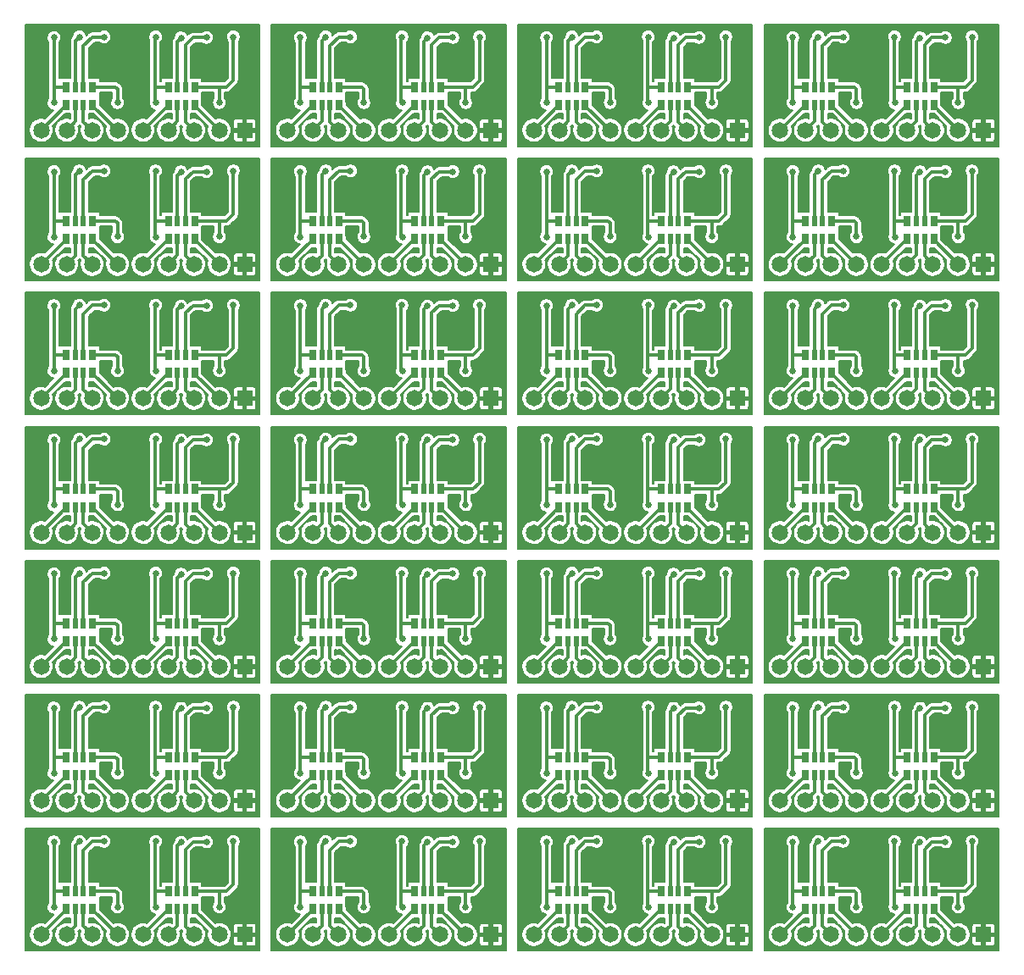
<source format=gbl>
G04 (created by PCBNEW (2013-03-27 BZR 4035)-testing) date Thu 28 Mar 2013 11:08:53 PM CET*
%MOIN*%
G04 Gerber Fmt 3.4, Leading zero omitted, Abs format*
%FSLAX34Y34*%
G01*
G70*
G90*
G04 APERTURE LIST*
%ADD10C,0.006*%
%ADD11R,0.0255906X0.0393701*%
%ADD12R,0.019685X0.0393701*%
%ADD13R,0.0649606X0.0649606*%
%ADD14C,0.0649606*%
%ADD15C,0.025*%
%ADD16C,0.011811*%
%ADD17C,0.00787402*%
G04 APERTURE END LIST*
G54D10*
G54D11*
X44419Y-29429D03*
G54D12*
X44055Y-29429D03*
X43740Y-29429D03*
G54D11*
X43375Y-29429D03*
X44419Y-30137D03*
G54D12*
X44055Y-30137D03*
X43740Y-30137D03*
G54D11*
X43375Y-30137D03*
X40403Y-29429D03*
G54D12*
X40039Y-29429D03*
X39724Y-29429D03*
G54D11*
X39360Y-29429D03*
X40403Y-30137D03*
G54D12*
X40039Y-30137D03*
X39724Y-30137D03*
G54D11*
X39360Y-30137D03*
G54D13*
X46377Y-31137D03*
G54D14*
X45377Y-31137D03*
X44377Y-31137D03*
X43377Y-31137D03*
X42377Y-31137D03*
X41377Y-31137D03*
X40377Y-31137D03*
X39377Y-31137D03*
X38377Y-31137D03*
G54D13*
X36692Y-31137D03*
G54D14*
X35692Y-31137D03*
X34692Y-31137D03*
X33692Y-31137D03*
X32692Y-31137D03*
X31692Y-31137D03*
X30692Y-31137D03*
X29692Y-31137D03*
X28692Y-31137D03*
G54D11*
X30718Y-29429D03*
G54D12*
X30354Y-29429D03*
X30039Y-29429D03*
G54D11*
X29675Y-29429D03*
X30718Y-30137D03*
G54D12*
X30354Y-30137D03*
X30039Y-30137D03*
G54D11*
X29675Y-30137D03*
X34734Y-29429D03*
G54D12*
X34370Y-29429D03*
X34055Y-29429D03*
G54D11*
X33690Y-29429D03*
X34734Y-30137D03*
G54D12*
X34370Y-30137D03*
X34055Y-30137D03*
G54D11*
X33690Y-30137D03*
X54104Y-29429D03*
G54D12*
X53740Y-29429D03*
X53425Y-29429D03*
G54D11*
X53061Y-29429D03*
X54104Y-30137D03*
G54D12*
X53740Y-30137D03*
X53425Y-30137D03*
G54D11*
X53061Y-30137D03*
X50088Y-29429D03*
G54D12*
X49724Y-29429D03*
X49409Y-29429D03*
G54D11*
X49045Y-29429D03*
X50088Y-30137D03*
G54D12*
X49724Y-30137D03*
X49409Y-30137D03*
G54D11*
X49045Y-30137D03*
G54D13*
X56062Y-31137D03*
G54D14*
X55062Y-31137D03*
X54062Y-31137D03*
X53062Y-31137D03*
X52062Y-31137D03*
X51062Y-31137D03*
X50062Y-31137D03*
X49062Y-31137D03*
X48062Y-31137D03*
G54D13*
X65748Y-31137D03*
G54D14*
X64748Y-31137D03*
X63748Y-31137D03*
X62748Y-31137D03*
X61748Y-31137D03*
X60748Y-31137D03*
X59748Y-31137D03*
X58748Y-31137D03*
X57748Y-31137D03*
G54D11*
X59773Y-29429D03*
G54D12*
X59409Y-29429D03*
X59094Y-29429D03*
G54D11*
X58730Y-29429D03*
X59773Y-30137D03*
G54D12*
X59409Y-30137D03*
X59094Y-30137D03*
G54D11*
X58730Y-30137D03*
X63789Y-29429D03*
G54D12*
X63425Y-29429D03*
X63110Y-29429D03*
G54D11*
X62746Y-29429D03*
X63789Y-30137D03*
G54D12*
X63425Y-30137D03*
X63110Y-30137D03*
G54D11*
X62746Y-30137D03*
X63789Y-34704D03*
G54D12*
X63425Y-34704D03*
X63110Y-34704D03*
G54D11*
X62746Y-34704D03*
X63789Y-35413D03*
G54D12*
X63425Y-35413D03*
X63110Y-35413D03*
G54D11*
X62746Y-35413D03*
X59773Y-34704D03*
G54D12*
X59409Y-34704D03*
X59094Y-34704D03*
G54D11*
X58730Y-34704D03*
X59773Y-35413D03*
G54D12*
X59409Y-35413D03*
X59094Y-35413D03*
G54D11*
X58730Y-35413D03*
G54D13*
X65748Y-36413D03*
G54D14*
X64748Y-36413D03*
X63748Y-36413D03*
X62748Y-36413D03*
X61748Y-36413D03*
X60748Y-36413D03*
X59748Y-36413D03*
X58748Y-36413D03*
X57748Y-36413D03*
G54D13*
X56062Y-36413D03*
G54D14*
X55062Y-36413D03*
X54062Y-36413D03*
X53062Y-36413D03*
X52062Y-36413D03*
X51062Y-36413D03*
X50062Y-36413D03*
X49062Y-36413D03*
X48062Y-36413D03*
G54D11*
X50088Y-34704D03*
G54D12*
X49724Y-34704D03*
X49409Y-34704D03*
G54D11*
X49045Y-34704D03*
X50088Y-35413D03*
G54D12*
X49724Y-35413D03*
X49409Y-35413D03*
G54D11*
X49045Y-35413D03*
X54104Y-34704D03*
G54D12*
X53740Y-34704D03*
X53425Y-34704D03*
G54D11*
X53061Y-34704D03*
X54104Y-35413D03*
G54D12*
X53740Y-35413D03*
X53425Y-35413D03*
G54D11*
X53061Y-35413D03*
X34734Y-34704D03*
G54D12*
X34370Y-34704D03*
X34055Y-34704D03*
G54D11*
X33690Y-34704D03*
X34734Y-35413D03*
G54D12*
X34370Y-35413D03*
X34055Y-35413D03*
G54D11*
X33690Y-35413D03*
X30718Y-34704D03*
G54D12*
X30354Y-34704D03*
X30039Y-34704D03*
G54D11*
X29675Y-34704D03*
X30718Y-35413D03*
G54D12*
X30354Y-35413D03*
X30039Y-35413D03*
G54D11*
X29675Y-35413D03*
G54D13*
X36692Y-36413D03*
G54D14*
X35692Y-36413D03*
X34692Y-36413D03*
X33692Y-36413D03*
X32692Y-36413D03*
X31692Y-36413D03*
X30692Y-36413D03*
X29692Y-36413D03*
X28692Y-36413D03*
G54D13*
X46377Y-36413D03*
G54D14*
X45377Y-36413D03*
X44377Y-36413D03*
X43377Y-36413D03*
X42377Y-36413D03*
X41377Y-36413D03*
X40377Y-36413D03*
X39377Y-36413D03*
X38377Y-36413D03*
G54D11*
X40403Y-34704D03*
G54D12*
X40039Y-34704D03*
X39724Y-34704D03*
G54D11*
X39360Y-34704D03*
X40403Y-35413D03*
G54D12*
X40039Y-35413D03*
X39724Y-35413D03*
G54D11*
X39360Y-35413D03*
X44419Y-34704D03*
G54D12*
X44055Y-34704D03*
X43740Y-34704D03*
G54D11*
X43375Y-34704D03*
X44419Y-35413D03*
G54D12*
X44055Y-35413D03*
X43740Y-35413D03*
G54D11*
X43375Y-35413D03*
X44419Y-24153D03*
G54D12*
X44055Y-24153D03*
X43740Y-24153D03*
G54D11*
X43375Y-24153D03*
X44419Y-24862D03*
G54D12*
X44055Y-24862D03*
X43740Y-24862D03*
G54D11*
X43375Y-24862D03*
X40403Y-24153D03*
G54D12*
X40039Y-24153D03*
X39724Y-24153D03*
G54D11*
X39360Y-24153D03*
X40403Y-24862D03*
G54D12*
X40039Y-24862D03*
X39724Y-24862D03*
G54D11*
X39360Y-24862D03*
G54D13*
X46377Y-25862D03*
G54D14*
X45377Y-25862D03*
X44377Y-25862D03*
X43377Y-25862D03*
X42377Y-25862D03*
X41377Y-25862D03*
X40377Y-25862D03*
X39377Y-25862D03*
X38377Y-25862D03*
G54D13*
X36692Y-25862D03*
G54D14*
X35692Y-25862D03*
X34692Y-25862D03*
X33692Y-25862D03*
X32692Y-25862D03*
X31692Y-25862D03*
X30692Y-25862D03*
X29692Y-25862D03*
X28692Y-25862D03*
G54D11*
X30718Y-24153D03*
G54D12*
X30354Y-24153D03*
X30039Y-24153D03*
G54D11*
X29675Y-24153D03*
X30718Y-24862D03*
G54D12*
X30354Y-24862D03*
X30039Y-24862D03*
G54D11*
X29675Y-24862D03*
X34734Y-24153D03*
G54D12*
X34370Y-24153D03*
X34055Y-24153D03*
G54D11*
X33690Y-24153D03*
X34734Y-24862D03*
G54D12*
X34370Y-24862D03*
X34055Y-24862D03*
G54D11*
X33690Y-24862D03*
X54104Y-24153D03*
G54D12*
X53740Y-24153D03*
X53425Y-24153D03*
G54D11*
X53061Y-24153D03*
X54104Y-24862D03*
G54D12*
X53740Y-24862D03*
X53425Y-24862D03*
G54D11*
X53061Y-24862D03*
X50088Y-24153D03*
G54D12*
X49724Y-24153D03*
X49409Y-24153D03*
G54D11*
X49045Y-24153D03*
X50088Y-24862D03*
G54D12*
X49724Y-24862D03*
X49409Y-24862D03*
G54D11*
X49045Y-24862D03*
G54D13*
X56062Y-25862D03*
G54D14*
X55062Y-25862D03*
X54062Y-25862D03*
X53062Y-25862D03*
X52062Y-25862D03*
X51062Y-25862D03*
X50062Y-25862D03*
X49062Y-25862D03*
X48062Y-25862D03*
G54D13*
X65748Y-25862D03*
G54D14*
X64748Y-25862D03*
X63748Y-25862D03*
X62748Y-25862D03*
X61748Y-25862D03*
X60748Y-25862D03*
X59748Y-25862D03*
X58748Y-25862D03*
X57748Y-25862D03*
G54D11*
X59773Y-24153D03*
G54D12*
X59409Y-24153D03*
X59094Y-24153D03*
G54D11*
X58730Y-24153D03*
X59773Y-24862D03*
G54D12*
X59409Y-24862D03*
X59094Y-24862D03*
G54D11*
X58730Y-24862D03*
X63789Y-24153D03*
G54D12*
X63425Y-24153D03*
X63110Y-24153D03*
G54D11*
X62746Y-24153D03*
X63789Y-24862D03*
G54D12*
X63425Y-24862D03*
X63110Y-24862D03*
G54D11*
X62746Y-24862D03*
X44419Y-39980D03*
G54D12*
X44055Y-39980D03*
X43740Y-39980D03*
G54D11*
X43375Y-39980D03*
X44419Y-40688D03*
G54D12*
X44055Y-40688D03*
X43740Y-40688D03*
G54D11*
X43375Y-40688D03*
X40403Y-39980D03*
G54D12*
X40039Y-39980D03*
X39724Y-39980D03*
G54D11*
X39360Y-39980D03*
X40403Y-40688D03*
G54D12*
X40039Y-40688D03*
X39724Y-40688D03*
G54D11*
X39360Y-40688D03*
G54D13*
X46377Y-41688D03*
G54D14*
X45377Y-41688D03*
X44377Y-41688D03*
X43377Y-41688D03*
X42377Y-41688D03*
X41377Y-41688D03*
X40377Y-41688D03*
X39377Y-41688D03*
X38377Y-41688D03*
G54D13*
X36692Y-41688D03*
G54D14*
X35692Y-41688D03*
X34692Y-41688D03*
X33692Y-41688D03*
X32692Y-41688D03*
X31692Y-41688D03*
X30692Y-41688D03*
X29692Y-41688D03*
X28692Y-41688D03*
G54D11*
X30718Y-39980D03*
G54D12*
X30354Y-39980D03*
X30039Y-39980D03*
G54D11*
X29675Y-39980D03*
X30718Y-40688D03*
G54D12*
X30354Y-40688D03*
X30039Y-40688D03*
G54D11*
X29675Y-40688D03*
X34734Y-39980D03*
G54D12*
X34370Y-39980D03*
X34055Y-39980D03*
G54D11*
X33690Y-39980D03*
X34734Y-40688D03*
G54D12*
X34370Y-40688D03*
X34055Y-40688D03*
G54D11*
X33690Y-40688D03*
X54104Y-39980D03*
G54D12*
X53740Y-39980D03*
X53425Y-39980D03*
G54D11*
X53061Y-39980D03*
X54104Y-40688D03*
G54D12*
X53740Y-40688D03*
X53425Y-40688D03*
G54D11*
X53061Y-40688D03*
X50088Y-39980D03*
G54D12*
X49724Y-39980D03*
X49409Y-39980D03*
G54D11*
X49045Y-39980D03*
X50088Y-40688D03*
G54D12*
X49724Y-40688D03*
X49409Y-40688D03*
G54D11*
X49045Y-40688D03*
G54D13*
X56062Y-41688D03*
G54D14*
X55062Y-41688D03*
X54062Y-41688D03*
X53062Y-41688D03*
X52062Y-41688D03*
X51062Y-41688D03*
X50062Y-41688D03*
X49062Y-41688D03*
X48062Y-41688D03*
G54D13*
X65748Y-41688D03*
G54D14*
X64748Y-41688D03*
X63748Y-41688D03*
X62748Y-41688D03*
X61748Y-41688D03*
X60748Y-41688D03*
X59748Y-41688D03*
X58748Y-41688D03*
X57748Y-41688D03*
G54D11*
X59773Y-39980D03*
G54D12*
X59409Y-39980D03*
X59094Y-39980D03*
G54D11*
X58730Y-39980D03*
X59773Y-40688D03*
G54D12*
X59409Y-40688D03*
X59094Y-40688D03*
G54D11*
X58730Y-40688D03*
X63789Y-39980D03*
G54D12*
X63425Y-39980D03*
X63110Y-39980D03*
G54D11*
X62746Y-39980D03*
X63789Y-40688D03*
G54D12*
X63425Y-40688D03*
X63110Y-40688D03*
G54D11*
X62746Y-40688D03*
X63789Y-45255D03*
G54D12*
X63425Y-45255D03*
X63110Y-45255D03*
G54D11*
X62746Y-45255D03*
X63789Y-45964D03*
G54D12*
X63425Y-45964D03*
X63110Y-45964D03*
G54D11*
X62746Y-45964D03*
X59773Y-45255D03*
G54D12*
X59409Y-45255D03*
X59094Y-45255D03*
G54D11*
X58730Y-45255D03*
X59773Y-45964D03*
G54D12*
X59409Y-45964D03*
X59094Y-45964D03*
G54D11*
X58730Y-45964D03*
G54D13*
X65748Y-46964D03*
G54D14*
X64748Y-46964D03*
X63748Y-46964D03*
X62748Y-46964D03*
X61748Y-46964D03*
X60748Y-46964D03*
X59748Y-46964D03*
X58748Y-46964D03*
X57748Y-46964D03*
G54D13*
X56062Y-46964D03*
G54D14*
X55062Y-46964D03*
X54062Y-46964D03*
X53062Y-46964D03*
X52062Y-46964D03*
X51062Y-46964D03*
X50062Y-46964D03*
X49062Y-46964D03*
X48062Y-46964D03*
G54D11*
X50088Y-45255D03*
G54D12*
X49724Y-45255D03*
X49409Y-45255D03*
G54D11*
X49045Y-45255D03*
X50088Y-45964D03*
G54D12*
X49724Y-45964D03*
X49409Y-45964D03*
G54D11*
X49045Y-45964D03*
X54104Y-45255D03*
G54D12*
X53740Y-45255D03*
X53425Y-45255D03*
G54D11*
X53061Y-45255D03*
X54104Y-45964D03*
G54D12*
X53740Y-45964D03*
X53425Y-45964D03*
G54D11*
X53061Y-45964D03*
X34734Y-45255D03*
G54D12*
X34370Y-45255D03*
X34055Y-45255D03*
G54D11*
X33690Y-45255D03*
X34734Y-45964D03*
G54D12*
X34370Y-45964D03*
X34055Y-45964D03*
G54D11*
X33690Y-45964D03*
X30718Y-45255D03*
G54D12*
X30354Y-45255D03*
X30039Y-45255D03*
G54D11*
X29675Y-45255D03*
X30718Y-45964D03*
G54D12*
X30354Y-45964D03*
X30039Y-45964D03*
G54D11*
X29675Y-45964D03*
G54D13*
X36692Y-46964D03*
G54D14*
X35692Y-46964D03*
X34692Y-46964D03*
X33692Y-46964D03*
X32692Y-46964D03*
X31692Y-46964D03*
X30692Y-46964D03*
X29692Y-46964D03*
X28692Y-46964D03*
G54D13*
X46377Y-46964D03*
G54D14*
X45377Y-46964D03*
X44377Y-46964D03*
X43377Y-46964D03*
X42377Y-46964D03*
X41377Y-46964D03*
X40377Y-46964D03*
X39377Y-46964D03*
X38377Y-46964D03*
G54D11*
X40403Y-45255D03*
G54D12*
X40039Y-45255D03*
X39724Y-45255D03*
G54D11*
X39360Y-45255D03*
X40403Y-45964D03*
G54D12*
X40039Y-45964D03*
X39724Y-45964D03*
G54D11*
X39360Y-45964D03*
X44419Y-45255D03*
G54D12*
X44055Y-45255D03*
X43740Y-45255D03*
G54D11*
X43375Y-45255D03*
X44419Y-45964D03*
G54D12*
X44055Y-45964D03*
X43740Y-45964D03*
G54D11*
X43375Y-45964D03*
X44419Y-55807D03*
G54D12*
X44055Y-55807D03*
X43740Y-55807D03*
G54D11*
X43375Y-55807D03*
X44419Y-56515D03*
G54D12*
X44055Y-56515D03*
X43740Y-56515D03*
G54D11*
X43375Y-56515D03*
X40403Y-55807D03*
G54D12*
X40039Y-55807D03*
X39724Y-55807D03*
G54D11*
X39360Y-55807D03*
X40403Y-56515D03*
G54D12*
X40039Y-56515D03*
X39724Y-56515D03*
G54D11*
X39360Y-56515D03*
G54D13*
X46377Y-57515D03*
G54D14*
X45377Y-57515D03*
X44377Y-57515D03*
X43377Y-57515D03*
X42377Y-57515D03*
X41377Y-57515D03*
X40377Y-57515D03*
X39377Y-57515D03*
X38377Y-57515D03*
G54D13*
X36692Y-57515D03*
G54D14*
X35692Y-57515D03*
X34692Y-57515D03*
X33692Y-57515D03*
X32692Y-57515D03*
X31692Y-57515D03*
X30692Y-57515D03*
X29692Y-57515D03*
X28692Y-57515D03*
G54D11*
X30718Y-55807D03*
G54D12*
X30354Y-55807D03*
X30039Y-55807D03*
G54D11*
X29675Y-55807D03*
X30718Y-56515D03*
G54D12*
X30354Y-56515D03*
X30039Y-56515D03*
G54D11*
X29675Y-56515D03*
X34734Y-55807D03*
G54D12*
X34370Y-55807D03*
X34055Y-55807D03*
G54D11*
X33690Y-55807D03*
X34734Y-56515D03*
G54D12*
X34370Y-56515D03*
X34055Y-56515D03*
G54D11*
X33690Y-56515D03*
X54104Y-55807D03*
G54D12*
X53740Y-55807D03*
X53425Y-55807D03*
G54D11*
X53061Y-55807D03*
X54104Y-56515D03*
G54D12*
X53740Y-56515D03*
X53425Y-56515D03*
G54D11*
X53061Y-56515D03*
X50088Y-55807D03*
G54D12*
X49724Y-55807D03*
X49409Y-55807D03*
G54D11*
X49045Y-55807D03*
X50088Y-56515D03*
G54D12*
X49724Y-56515D03*
X49409Y-56515D03*
G54D11*
X49045Y-56515D03*
G54D13*
X56062Y-57515D03*
G54D14*
X55062Y-57515D03*
X54062Y-57515D03*
X53062Y-57515D03*
X52062Y-57515D03*
X51062Y-57515D03*
X50062Y-57515D03*
X49062Y-57515D03*
X48062Y-57515D03*
G54D13*
X65748Y-57515D03*
G54D14*
X64748Y-57515D03*
X63748Y-57515D03*
X62748Y-57515D03*
X61748Y-57515D03*
X60748Y-57515D03*
X59748Y-57515D03*
X58748Y-57515D03*
X57748Y-57515D03*
G54D11*
X59773Y-55807D03*
G54D12*
X59409Y-55807D03*
X59094Y-55807D03*
G54D11*
X58730Y-55807D03*
X59773Y-56515D03*
G54D12*
X59409Y-56515D03*
X59094Y-56515D03*
G54D11*
X58730Y-56515D03*
X63789Y-55807D03*
G54D12*
X63425Y-55807D03*
X63110Y-55807D03*
G54D11*
X62746Y-55807D03*
X63789Y-56515D03*
G54D12*
X63425Y-56515D03*
X63110Y-56515D03*
G54D11*
X62746Y-56515D03*
X63789Y-50531D03*
G54D12*
X63425Y-50531D03*
X63110Y-50531D03*
G54D11*
X62746Y-50531D03*
X63789Y-51240D03*
G54D12*
X63425Y-51240D03*
X63110Y-51240D03*
G54D11*
X62746Y-51240D03*
X59773Y-50531D03*
G54D12*
X59409Y-50531D03*
X59094Y-50531D03*
G54D11*
X58730Y-50531D03*
X59773Y-51240D03*
G54D12*
X59409Y-51240D03*
X59094Y-51240D03*
G54D11*
X58730Y-51240D03*
G54D13*
X65748Y-52240D03*
G54D14*
X64748Y-52240D03*
X63748Y-52240D03*
X62748Y-52240D03*
X61748Y-52240D03*
X60748Y-52240D03*
X59748Y-52240D03*
X58748Y-52240D03*
X57748Y-52240D03*
G54D13*
X56062Y-52240D03*
G54D14*
X55062Y-52240D03*
X54062Y-52240D03*
X53062Y-52240D03*
X52062Y-52240D03*
X51062Y-52240D03*
X50062Y-52240D03*
X49062Y-52240D03*
X48062Y-52240D03*
G54D11*
X50088Y-50531D03*
G54D12*
X49724Y-50531D03*
X49409Y-50531D03*
G54D11*
X49045Y-50531D03*
X50088Y-51240D03*
G54D12*
X49724Y-51240D03*
X49409Y-51240D03*
G54D11*
X49045Y-51240D03*
X54104Y-50531D03*
G54D12*
X53740Y-50531D03*
X53425Y-50531D03*
G54D11*
X53061Y-50531D03*
X54104Y-51240D03*
G54D12*
X53740Y-51240D03*
X53425Y-51240D03*
G54D11*
X53061Y-51240D03*
X34734Y-50531D03*
G54D12*
X34370Y-50531D03*
X34055Y-50531D03*
G54D11*
X33690Y-50531D03*
X34734Y-51240D03*
G54D12*
X34370Y-51240D03*
X34055Y-51240D03*
G54D11*
X33690Y-51240D03*
X30718Y-50531D03*
G54D12*
X30354Y-50531D03*
X30039Y-50531D03*
G54D11*
X29675Y-50531D03*
X30718Y-51240D03*
G54D12*
X30354Y-51240D03*
X30039Y-51240D03*
G54D11*
X29675Y-51240D03*
G54D13*
X36692Y-52240D03*
G54D14*
X35692Y-52240D03*
X34692Y-52240D03*
X33692Y-52240D03*
X32692Y-52240D03*
X31692Y-52240D03*
X30692Y-52240D03*
X29692Y-52240D03*
X28692Y-52240D03*
G54D13*
X46377Y-52240D03*
G54D14*
X45377Y-52240D03*
X44377Y-52240D03*
X43377Y-52240D03*
X42377Y-52240D03*
X41377Y-52240D03*
X40377Y-52240D03*
X39377Y-52240D03*
X38377Y-52240D03*
G54D11*
X40403Y-50531D03*
G54D12*
X40039Y-50531D03*
X39724Y-50531D03*
G54D11*
X39360Y-50531D03*
X40403Y-51240D03*
G54D12*
X40039Y-51240D03*
X39724Y-51240D03*
G54D11*
X39360Y-51240D03*
X44419Y-50531D03*
G54D12*
X44055Y-50531D03*
X43740Y-50531D03*
G54D11*
X43375Y-50531D03*
X44419Y-51240D03*
G54D12*
X44055Y-51240D03*
X43740Y-51240D03*
G54D11*
X43375Y-51240D03*
G54D15*
X41377Y-30049D03*
X31692Y-30049D03*
X51062Y-30049D03*
X60748Y-30049D03*
X60748Y-35324D03*
X51062Y-35324D03*
X31692Y-35324D03*
X41377Y-35324D03*
X41377Y-24773D03*
X31692Y-24773D03*
X51062Y-24773D03*
X60748Y-24773D03*
X41377Y-40600D03*
X31692Y-40600D03*
X51062Y-40600D03*
X60748Y-40600D03*
X60748Y-45875D03*
X51062Y-45875D03*
X31692Y-45875D03*
X41377Y-45875D03*
X41377Y-56427D03*
X31692Y-56427D03*
X51062Y-56427D03*
X60748Y-56427D03*
X60748Y-51151D03*
X51062Y-51151D03*
X31692Y-51151D03*
X41377Y-51151D03*
X38877Y-27487D03*
X38877Y-30059D03*
X29192Y-30059D03*
X29192Y-27487D03*
X48562Y-27487D03*
X48562Y-30059D03*
X58248Y-30059D03*
X58248Y-27487D03*
X58248Y-32763D03*
X58248Y-35334D03*
X48562Y-35334D03*
X48562Y-32763D03*
X29192Y-32763D03*
X29192Y-35334D03*
X38877Y-35334D03*
X38877Y-32763D03*
X38877Y-22212D03*
X38877Y-24783D03*
X29192Y-24783D03*
X29192Y-22212D03*
X48562Y-22212D03*
X48562Y-24783D03*
X58248Y-24783D03*
X58248Y-22212D03*
X38877Y-38038D03*
X38877Y-40610D03*
X29192Y-40610D03*
X29192Y-38038D03*
X48562Y-38038D03*
X48562Y-40610D03*
X58248Y-40610D03*
X58248Y-38038D03*
X58248Y-43314D03*
X58248Y-45885D03*
X48562Y-45885D03*
X48562Y-43314D03*
X29192Y-43314D03*
X29192Y-45885D03*
X38877Y-45885D03*
X38877Y-43314D03*
X38877Y-53865D03*
X38877Y-56437D03*
X29192Y-56437D03*
X29192Y-53865D03*
X48562Y-53865D03*
X48562Y-56437D03*
X58248Y-56437D03*
X58248Y-53865D03*
X58248Y-48590D03*
X58248Y-51161D03*
X48562Y-51161D03*
X48562Y-48590D03*
X29192Y-48590D03*
X29192Y-51161D03*
X38877Y-51161D03*
X38877Y-48590D03*
X38375Y-28297D03*
X39379Y-28297D03*
X42381Y-28297D03*
X40374Y-28297D03*
X41377Y-28297D03*
X43375Y-28297D03*
X45383Y-28297D03*
X44379Y-28297D03*
X34694Y-28297D03*
X35698Y-28297D03*
X33690Y-28297D03*
X31692Y-28297D03*
X30688Y-28297D03*
X32696Y-28297D03*
X29694Y-28297D03*
X28690Y-28297D03*
X48061Y-28297D03*
X49064Y-28297D03*
X52066Y-28297D03*
X50059Y-28297D03*
X51062Y-28297D03*
X53061Y-28297D03*
X55068Y-28297D03*
X54064Y-28297D03*
X63750Y-28297D03*
X64753Y-28297D03*
X62746Y-28297D03*
X60748Y-28297D03*
X59744Y-28297D03*
X61751Y-28297D03*
X58750Y-28297D03*
X57746Y-28297D03*
X57746Y-33572D03*
X58750Y-33572D03*
X61751Y-33572D03*
X59744Y-33572D03*
X60748Y-33572D03*
X62746Y-33572D03*
X64753Y-33572D03*
X63750Y-33572D03*
X54064Y-33572D03*
X55068Y-33572D03*
X53061Y-33572D03*
X51062Y-33572D03*
X50059Y-33572D03*
X52066Y-33572D03*
X49064Y-33572D03*
X48061Y-33572D03*
X28690Y-33572D03*
X29694Y-33572D03*
X32696Y-33572D03*
X30688Y-33572D03*
X31692Y-33572D03*
X33690Y-33572D03*
X35698Y-33572D03*
X34694Y-33572D03*
X44379Y-33572D03*
X45383Y-33572D03*
X43375Y-33572D03*
X41377Y-33572D03*
X40374Y-33572D03*
X42381Y-33572D03*
X39379Y-33572D03*
X38375Y-33572D03*
X38375Y-23021D03*
X39379Y-23021D03*
X42381Y-23021D03*
X40374Y-23021D03*
X41377Y-23021D03*
X43375Y-23021D03*
X45383Y-23021D03*
X44379Y-23021D03*
X34694Y-23021D03*
X35698Y-23021D03*
X33690Y-23021D03*
X31692Y-23021D03*
X30688Y-23021D03*
X32696Y-23021D03*
X29694Y-23021D03*
X28690Y-23021D03*
X48061Y-23021D03*
X49064Y-23021D03*
X52066Y-23021D03*
X50059Y-23021D03*
X51062Y-23021D03*
X53061Y-23021D03*
X55068Y-23021D03*
X54064Y-23021D03*
X63750Y-23021D03*
X64753Y-23021D03*
X62746Y-23021D03*
X60748Y-23021D03*
X59744Y-23021D03*
X61751Y-23021D03*
X58750Y-23021D03*
X57746Y-23021D03*
X38375Y-38848D03*
X39379Y-38848D03*
X42381Y-38848D03*
X40374Y-38848D03*
X41377Y-38848D03*
X43375Y-38848D03*
X45383Y-38848D03*
X44379Y-38848D03*
X34694Y-38848D03*
X35698Y-38848D03*
X33690Y-38848D03*
X31692Y-38848D03*
X30688Y-38848D03*
X32696Y-38848D03*
X29694Y-38848D03*
X28690Y-38848D03*
X48061Y-38848D03*
X49064Y-38848D03*
X52066Y-38848D03*
X50059Y-38848D03*
X51062Y-38848D03*
X53061Y-38848D03*
X55068Y-38848D03*
X54064Y-38848D03*
X63750Y-38848D03*
X64753Y-38848D03*
X62746Y-38848D03*
X60748Y-38848D03*
X59744Y-38848D03*
X61751Y-38848D03*
X58750Y-38848D03*
X57746Y-38848D03*
X57746Y-44124D03*
X58750Y-44124D03*
X61751Y-44124D03*
X59744Y-44124D03*
X60748Y-44124D03*
X62746Y-44124D03*
X64753Y-44124D03*
X63750Y-44124D03*
X54064Y-44124D03*
X55068Y-44124D03*
X53061Y-44124D03*
X51062Y-44124D03*
X50059Y-44124D03*
X52066Y-44124D03*
X49064Y-44124D03*
X48061Y-44124D03*
X28690Y-44124D03*
X29694Y-44124D03*
X32696Y-44124D03*
X30688Y-44124D03*
X31692Y-44124D03*
X33690Y-44124D03*
X35698Y-44124D03*
X34694Y-44124D03*
X44379Y-44124D03*
X45383Y-44124D03*
X43375Y-44124D03*
X41377Y-44124D03*
X40374Y-44124D03*
X42381Y-44124D03*
X39379Y-44124D03*
X38375Y-44124D03*
X38375Y-54675D03*
X39379Y-54675D03*
X42381Y-54675D03*
X40374Y-54675D03*
X41377Y-54675D03*
X43375Y-54675D03*
X45383Y-54675D03*
X44379Y-54675D03*
X34694Y-54675D03*
X35698Y-54675D03*
X33690Y-54675D03*
X31692Y-54675D03*
X30688Y-54675D03*
X32696Y-54675D03*
X29694Y-54675D03*
X28690Y-54675D03*
X48061Y-54675D03*
X49064Y-54675D03*
X52066Y-54675D03*
X50059Y-54675D03*
X51062Y-54675D03*
X53061Y-54675D03*
X55068Y-54675D03*
X54064Y-54675D03*
X63750Y-54675D03*
X64753Y-54675D03*
X62746Y-54675D03*
X60748Y-54675D03*
X59744Y-54675D03*
X61751Y-54675D03*
X58750Y-54675D03*
X57746Y-54675D03*
X57746Y-49399D03*
X58750Y-49399D03*
X61751Y-49399D03*
X59744Y-49399D03*
X60748Y-49399D03*
X62746Y-49399D03*
X64753Y-49399D03*
X63750Y-49399D03*
X54064Y-49399D03*
X55068Y-49399D03*
X53061Y-49399D03*
X51062Y-49399D03*
X50059Y-49399D03*
X52066Y-49399D03*
X49064Y-49399D03*
X48061Y-49399D03*
X28690Y-49399D03*
X29694Y-49399D03*
X32696Y-49399D03*
X30688Y-49399D03*
X31692Y-49399D03*
X33690Y-49399D03*
X35698Y-49399D03*
X34694Y-49399D03*
X44379Y-49399D03*
X45383Y-49399D03*
X43375Y-49399D03*
X41377Y-49399D03*
X40374Y-49399D03*
X42381Y-49399D03*
X39379Y-49399D03*
X38375Y-49399D03*
X40852Y-27462D03*
X31167Y-27462D03*
X50537Y-27462D03*
X60223Y-27462D03*
X60223Y-32738D03*
X50537Y-32738D03*
X31167Y-32738D03*
X40852Y-32738D03*
X40852Y-22187D03*
X31167Y-22187D03*
X50537Y-22187D03*
X60223Y-22187D03*
X40852Y-38013D03*
X31167Y-38013D03*
X50537Y-38013D03*
X60223Y-38013D03*
X60223Y-43289D03*
X50537Y-43289D03*
X31167Y-43289D03*
X40852Y-43289D03*
X40852Y-53840D03*
X31167Y-53840D03*
X50537Y-53840D03*
X60223Y-53840D03*
X60223Y-48565D03*
X50537Y-48565D03*
X31167Y-48565D03*
X40852Y-48565D03*
X42877Y-27462D03*
X42893Y-30059D03*
X33208Y-30059D03*
X33192Y-27462D03*
X52562Y-27462D03*
X52578Y-30059D03*
X62263Y-30059D03*
X62248Y-27462D03*
X62248Y-32738D03*
X62263Y-35334D03*
X52578Y-35334D03*
X52562Y-32738D03*
X33192Y-32738D03*
X33208Y-35334D03*
X42893Y-35334D03*
X42877Y-32738D03*
X42877Y-22187D03*
X42893Y-24783D03*
X33208Y-24783D03*
X33192Y-22187D03*
X52562Y-22187D03*
X52578Y-24783D03*
X62263Y-24783D03*
X62248Y-22187D03*
X42877Y-38013D03*
X42893Y-40610D03*
X33208Y-40610D03*
X33192Y-38013D03*
X52562Y-38013D03*
X52578Y-40610D03*
X62263Y-40610D03*
X62248Y-38013D03*
X62248Y-43289D03*
X62263Y-45885D03*
X52578Y-45885D03*
X52562Y-43289D03*
X33192Y-43289D03*
X33208Y-45885D03*
X42893Y-45885D03*
X42877Y-43289D03*
X42877Y-53840D03*
X42893Y-56437D03*
X33208Y-56437D03*
X33192Y-53840D03*
X52562Y-53840D03*
X52578Y-56437D03*
X62263Y-56437D03*
X62248Y-53840D03*
X62248Y-48565D03*
X62263Y-51161D03*
X52578Y-51161D03*
X52562Y-48565D03*
X33192Y-48565D03*
X33208Y-51161D03*
X42893Y-51161D03*
X42877Y-48565D03*
X44877Y-27487D03*
X35192Y-27487D03*
X54562Y-27487D03*
X64248Y-27487D03*
X64248Y-32763D03*
X54562Y-32763D03*
X35192Y-32763D03*
X44877Y-32763D03*
X44877Y-22212D03*
X35192Y-22212D03*
X54562Y-22212D03*
X64248Y-22212D03*
X44877Y-38038D03*
X35192Y-38038D03*
X54562Y-38038D03*
X64248Y-38038D03*
X64248Y-43314D03*
X54562Y-43314D03*
X35192Y-43314D03*
X44877Y-43314D03*
X44877Y-53865D03*
X35192Y-53865D03*
X54562Y-53865D03*
X64248Y-53865D03*
X64248Y-48590D03*
X54562Y-48590D03*
X35192Y-48590D03*
X44877Y-48590D03*
X43877Y-27500D03*
X34192Y-27500D03*
X53562Y-27500D03*
X63248Y-27500D03*
X63248Y-32775D03*
X53562Y-32775D03*
X34192Y-32775D03*
X43877Y-32775D03*
X43877Y-22224D03*
X34192Y-22224D03*
X53562Y-22224D03*
X63248Y-22224D03*
X43877Y-38051D03*
X34192Y-38051D03*
X53562Y-38051D03*
X63248Y-38051D03*
X63248Y-43326D03*
X53562Y-43326D03*
X34192Y-43326D03*
X43877Y-43326D03*
X43877Y-53877D03*
X34192Y-53877D03*
X53562Y-53877D03*
X63248Y-53877D03*
X63248Y-48602D03*
X53562Y-48602D03*
X34192Y-48602D03*
X43877Y-48602D03*
X39877Y-27462D03*
X30192Y-27462D03*
X49562Y-27462D03*
X59248Y-27462D03*
X59248Y-32738D03*
X49562Y-32738D03*
X30192Y-32738D03*
X39877Y-32738D03*
X39877Y-22187D03*
X30192Y-22187D03*
X49562Y-22187D03*
X59248Y-22187D03*
X39877Y-38013D03*
X30192Y-38013D03*
X49562Y-38013D03*
X59248Y-38013D03*
X59248Y-43289D03*
X49562Y-43289D03*
X30192Y-43289D03*
X39877Y-43289D03*
X39877Y-53840D03*
X30192Y-53840D03*
X49562Y-53840D03*
X59248Y-53840D03*
X59248Y-48565D03*
X49562Y-48565D03*
X30192Y-48565D03*
X39877Y-48565D03*
X45927Y-27462D03*
X45383Y-30049D03*
X35698Y-30049D03*
X36242Y-27462D03*
X55612Y-27462D03*
X55068Y-30049D03*
X64753Y-30049D03*
X65298Y-27462D03*
X65298Y-32738D03*
X64753Y-35324D03*
X55068Y-35324D03*
X55612Y-32738D03*
X36242Y-32738D03*
X35698Y-35324D03*
X45383Y-35324D03*
X45927Y-32738D03*
X45927Y-22187D03*
X45383Y-24773D03*
X35698Y-24773D03*
X36242Y-22187D03*
X55612Y-22187D03*
X55068Y-24773D03*
X64753Y-24773D03*
X65298Y-22187D03*
X45927Y-38013D03*
X45383Y-40600D03*
X35698Y-40600D03*
X36242Y-38013D03*
X55612Y-38013D03*
X55068Y-40600D03*
X64753Y-40600D03*
X65298Y-38013D03*
X65298Y-43289D03*
X64753Y-45875D03*
X55068Y-45875D03*
X55612Y-43289D03*
X36242Y-43289D03*
X35698Y-45875D03*
X45383Y-45875D03*
X45927Y-43289D03*
X45927Y-53840D03*
X45383Y-56427D03*
X35698Y-56427D03*
X36242Y-53840D03*
X55612Y-53840D03*
X55068Y-56427D03*
X64753Y-56427D03*
X65298Y-53840D03*
X65298Y-48565D03*
X64753Y-51151D03*
X55068Y-51151D03*
X55612Y-48565D03*
X36242Y-48565D03*
X35698Y-51151D03*
X45383Y-51151D03*
X45927Y-48565D03*
G54D16*
X41299Y-29429D02*
X41377Y-29507D01*
X40403Y-29429D02*
X41299Y-29429D01*
X41377Y-30049D02*
X41377Y-29507D01*
X31692Y-30049D02*
X31692Y-29507D01*
X30718Y-29429D02*
X31614Y-29429D01*
X31614Y-29429D02*
X31692Y-29507D01*
X50984Y-29429D02*
X51062Y-29507D01*
X50088Y-29429D02*
X50984Y-29429D01*
X51062Y-30049D02*
X51062Y-29507D01*
X60748Y-30049D02*
X60748Y-29507D01*
X59773Y-29429D02*
X60669Y-29429D01*
X60669Y-29429D02*
X60748Y-29507D01*
X60669Y-34704D02*
X60748Y-34783D01*
X59773Y-34704D02*
X60669Y-34704D01*
X60748Y-35324D02*
X60748Y-34783D01*
X51062Y-35324D02*
X51062Y-34783D01*
X50088Y-34704D02*
X50984Y-34704D01*
X50984Y-34704D02*
X51062Y-34783D01*
X31614Y-34704D02*
X31692Y-34783D01*
X30718Y-34704D02*
X31614Y-34704D01*
X31692Y-35324D02*
X31692Y-34783D01*
X41377Y-35324D02*
X41377Y-34783D01*
X40403Y-34704D02*
X41299Y-34704D01*
X41299Y-34704D02*
X41377Y-34783D01*
X41299Y-24153D02*
X41377Y-24232D01*
X40403Y-24153D02*
X41299Y-24153D01*
X41377Y-24773D02*
X41377Y-24232D01*
X31692Y-24773D02*
X31692Y-24232D01*
X30718Y-24153D02*
X31614Y-24153D01*
X31614Y-24153D02*
X31692Y-24232D01*
X50984Y-24153D02*
X51062Y-24232D01*
X50088Y-24153D02*
X50984Y-24153D01*
X51062Y-24773D02*
X51062Y-24232D01*
X60748Y-24773D02*
X60748Y-24232D01*
X59773Y-24153D02*
X60669Y-24153D01*
X60669Y-24153D02*
X60748Y-24232D01*
X41299Y-39980D02*
X41377Y-40059D01*
X40403Y-39980D02*
X41299Y-39980D01*
X41377Y-40600D02*
X41377Y-40059D01*
X31692Y-40600D02*
X31692Y-40059D01*
X30718Y-39980D02*
X31614Y-39980D01*
X31614Y-39980D02*
X31692Y-40059D01*
X50984Y-39980D02*
X51062Y-40059D01*
X50088Y-39980D02*
X50984Y-39980D01*
X51062Y-40600D02*
X51062Y-40059D01*
X60748Y-40600D02*
X60748Y-40059D01*
X59773Y-39980D02*
X60669Y-39980D01*
X60669Y-39980D02*
X60748Y-40059D01*
X60669Y-45255D02*
X60748Y-45334D01*
X59773Y-45255D02*
X60669Y-45255D01*
X60748Y-45875D02*
X60748Y-45334D01*
X51062Y-45875D02*
X51062Y-45334D01*
X50088Y-45255D02*
X50984Y-45255D01*
X50984Y-45255D02*
X51062Y-45334D01*
X31614Y-45255D02*
X31692Y-45334D01*
X30718Y-45255D02*
X31614Y-45255D01*
X31692Y-45875D02*
X31692Y-45334D01*
X41377Y-45875D02*
X41377Y-45334D01*
X40403Y-45255D02*
X41299Y-45255D01*
X41299Y-45255D02*
X41377Y-45334D01*
X41299Y-55807D02*
X41377Y-55885D01*
X40403Y-55807D02*
X41299Y-55807D01*
X41377Y-56427D02*
X41377Y-55885D01*
X31692Y-56427D02*
X31692Y-55885D01*
X30718Y-55807D02*
X31614Y-55807D01*
X31614Y-55807D02*
X31692Y-55885D01*
X50984Y-55807D02*
X51062Y-55885D01*
X50088Y-55807D02*
X50984Y-55807D01*
X51062Y-56427D02*
X51062Y-55885D01*
X60748Y-56427D02*
X60748Y-55885D01*
X59773Y-55807D02*
X60669Y-55807D01*
X60669Y-55807D02*
X60748Y-55885D01*
X60669Y-50531D02*
X60748Y-50610D01*
X59773Y-50531D02*
X60669Y-50531D01*
X60748Y-51151D02*
X60748Y-50610D01*
X51062Y-51151D02*
X51062Y-50610D01*
X50088Y-50531D02*
X50984Y-50531D01*
X50984Y-50531D02*
X51062Y-50610D01*
X31614Y-50531D02*
X31692Y-50610D01*
X30718Y-50531D02*
X31614Y-50531D01*
X31692Y-51151D02*
X31692Y-50610D01*
X41377Y-51151D02*
X41377Y-50610D01*
X40403Y-50531D02*
X41299Y-50531D01*
X41299Y-50531D02*
X41377Y-50610D01*
X43740Y-30775D02*
X43377Y-31137D01*
X43740Y-30137D02*
X43740Y-30775D01*
X34055Y-30137D02*
X34055Y-30775D01*
X34055Y-30775D02*
X33692Y-31137D01*
X53425Y-30775D02*
X53062Y-31137D01*
X53425Y-30137D02*
X53425Y-30775D01*
X63110Y-30137D02*
X63110Y-30775D01*
X63110Y-30775D02*
X62748Y-31137D01*
X63110Y-36051D02*
X62748Y-36413D01*
X63110Y-35413D02*
X63110Y-36051D01*
X53425Y-35413D02*
X53425Y-36051D01*
X53425Y-36051D02*
X53062Y-36413D01*
X34055Y-36051D02*
X33692Y-36413D01*
X34055Y-35413D02*
X34055Y-36051D01*
X43740Y-35413D02*
X43740Y-36051D01*
X43740Y-36051D02*
X43377Y-36413D01*
X43740Y-25500D02*
X43377Y-25862D01*
X43740Y-24862D02*
X43740Y-25500D01*
X34055Y-24862D02*
X34055Y-25500D01*
X34055Y-25500D02*
X33692Y-25862D01*
X53425Y-25500D02*
X53062Y-25862D01*
X53425Y-24862D02*
X53425Y-25500D01*
X63110Y-24862D02*
X63110Y-25500D01*
X63110Y-25500D02*
X62748Y-25862D01*
X43740Y-41326D02*
X43377Y-41688D01*
X43740Y-40688D02*
X43740Y-41326D01*
X34055Y-40688D02*
X34055Y-41326D01*
X34055Y-41326D02*
X33692Y-41688D01*
X53425Y-41326D02*
X53062Y-41688D01*
X53425Y-40688D02*
X53425Y-41326D01*
X63110Y-40688D02*
X63110Y-41326D01*
X63110Y-41326D02*
X62748Y-41688D01*
X63110Y-46602D02*
X62748Y-46964D01*
X63110Y-45964D02*
X63110Y-46602D01*
X53425Y-45964D02*
X53425Y-46602D01*
X53425Y-46602D02*
X53062Y-46964D01*
X34055Y-46602D02*
X33692Y-46964D01*
X34055Y-45964D02*
X34055Y-46602D01*
X43740Y-45964D02*
X43740Y-46602D01*
X43740Y-46602D02*
X43377Y-46964D01*
X43740Y-57153D02*
X43377Y-57515D01*
X43740Y-56515D02*
X43740Y-57153D01*
X34055Y-56515D02*
X34055Y-57153D01*
X34055Y-57153D02*
X33692Y-57515D01*
X53425Y-57153D02*
X53062Y-57515D01*
X53425Y-56515D02*
X53425Y-57153D01*
X63110Y-56515D02*
X63110Y-57153D01*
X63110Y-57153D02*
X62748Y-57515D01*
X63110Y-51877D02*
X62748Y-52240D01*
X63110Y-51240D02*
X63110Y-51877D01*
X53425Y-51240D02*
X53425Y-51877D01*
X53425Y-51877D02*
X53062Y-52240D01*
X34055Y-51877D02*
X33692Y-52240D01*
X34055Y-51240D02*
X34055Y-51877D01*
X43740Y-51240D02*
X43740Y-51877D01*
X43740Y-51877D02*
X43377Y-52240D01*
X43375Y-30139D02*
X42377Y-31137D01*
X43375Y-30137D02*
X43375Y-30139D01*
X33690Y-30137D02*
X33690Y-30139D01*
X33690Y-30139D02*
X32692Y-31137D01*
X53061Y-30139D02*
X52062Y-31137D01*
X53061Y-30137D02*
X53061Y-30139D01*
X62746Y-30137D02*
X62746Y-30139D01*
X62746Y-30139D02*
X61748Y-31137D01*
X62746Y-35415D02*
X61748Y-36413D01*
X62746Y-35413D02*
X62746Y-35415D01*
X53061Y-35413D02*
X53061Y-35415D01*
X53061Y-35415D02*
X52062Y-36413D01*
X33690Y-35415D02*
X32692Y-36413D01*
X33690Y-35413D02*
X33690Y-35415D01*
X43375Y-35413D02*
X43375Y-35415D01*
X43375Y-35415D02*
X42377Y-36413D01*
X43375Y-24864D02*
X42377Y-25862D01*
X43375Y-24862D02*
X43375Y-24864D01*
X33690Y-24862D02*
X33690Y-24864D01*
X33690Y-24864D02*
X32692Y-25862D01*
X53061Y-24864D02*
X52062Y-25862D01*
X53061Y-24862D02*
X53061Y-24864D01*
X62746Y-24862D02*
X62746Y-24864D01*
X62746Y-24864D02*
X61748Y-25862D01*
X43375Y-40690D02*
X42377Y-41688D01*
X43375Y-40688D02*
X43375Y-40690D01*
X33690Y-40688D02*
X33690Y-40690D01*
X33690Y-40690D02*
X32692Y-41688D01*
X53061Y-40690D02*
X52062Y-41688D01*
X53061Y-40688D02*
X53061Y-40690D01*
X62746Y-40688D02*
X62746Y-40690D01*
X62746Y-40690D02*
X61748Y-41688D01*
X62746Y-45966D02*
X61748Y-46964D01*
X62746Y-45964D02*
X62746Y-45966D01*
X53061Y-45964D02*
X53061Y-45966D01*
X53061Y-45966D02*
X52062Y-46964D01*
X33690Y-45966D02*
X32692Y-46964D01*
X33690Y-45964D02*
X33690Y-45966D01*
X43375Y-45964D02*
X43375Y-45966D01*
X43375Y-45966D02*
X42377Y-46964D01*
X43375Y-56517D02*
X42377Y-57515D01*
X43375Y-56515D02*
X43375Y-56517D01*
X33690Y-56515D02*
X33690Y-56517D01*
X33690Y-56517D02*
X32692Y-57515D01*
X53061Y-56517D02*
X52062Y-57515D01*
X53061Y-56515D02*
X53061Y-56517D01*
X62746Y-56515D02*
X62746Y-56517D01*
X62746Y-56517D02*
X61748Y-57515D01*
X62746Y-51242D02*
X61748Y-52240D01*
X62746Y-51240D02*
X62746Y-51242D01*
X53061Y-51240D02*
X53061Y-51242D01*
X53061Y-51242D02*
X52062Y-52240D01*
X33690Y-51242D02*
X32692Y-52240D01*
X33690Y-51240D02*
X33690Y-51242D01*
X43375Y-51240D02*
X43375Y-51242D01*
X43375Y-51242D02*
X42377Y-52240D01*
X40403Y-30163D02*
X41377Y-31137D01*
X40403Y-30137D02*
X40403Y-30163D01*
X30718Y-30137D02*
X30718Y-30163D01*
X30718Y-30163D02*
X31692Y-31137D01*
X50088Y-30163D02*
X51062Y-31137D01*
X50088Y-30137D02*
X50088Y-30163D01*
X59773Y-30137D02*
X59773Y-30163D01*
X59773Y-30163D02*
X60748Y-31137D01*
X59773Y-35438D02*
X60748Y-36413D01*
X59773Y-35413D02*
X59773Y-35438D01*
X50088Y-35413D02*
X50088Y-35438D01*
X50088Y-35438D02*
X51062Y-36413D01*
X30718Y-35438D02*
X31692Y-36413D01*
X30718Y-35413D02*
X30718Y-35438D01*
X40403Y-35413D02*
X40403Y-35438D01*
X40403Y-35438D02*
X41377Y-36413D01*
X40403Y-24887D02*
X41377Y-25862D01*
X40403Y-24862D02*
X40403Y-24887D01*
X30718Y-24862D02*
X30718Y-24887D01*
X30718Y-24887D02*
X31692Y-25862D01*
X50088Y-24887D02*
X51062Y-25862D01*
X50088Y-24862D02*
X50088Y-24887D01*
X59773Y-24862D02*
X59773Y-24887D01*
X59773Y-24887D02*
X60748Y-25862D01*
X40403Y-40714D02*
X41377Y-41688D01*
X40403Y-40688D02*
X40403Y-40714D01*
X30718Y-40688D02*
X30718Y-40714D01*
X30718Y-40714D02*
X31692Y-41688D01*
X50088Y-40714D02*
X51062Y-41688D01*
X50088Y-40688D02*
X50088Y-40714D01*
X59773Y-40688D02*
X59773Y-40714D01*
X59773Y-40714D02*
X60748Y-41688D01*
X59773Y-45990D02*
X60748Y-46964D01*
X59773Y-45964D02*
X59773Y-45990D01*
X50088Y-45964D02*
X50088Y-45990D01*
X50088Y-45990D02*
X51062Y-46964D01*
X30718Y-45990D02*
X31692Y-46964D01*
X30718Y-45964D02*
X30718Y-45990D01*
X40403Y-45964D02*
X40403Y-45990D01*
X40403Y-45990D02*
X41377Y-46964D01*
X40403Y-56541D02*
X41377Y-57515D01*
X40403Y-56515D02*
X40403Y-56541D01*
X30718Y-56515D02*
X30718Y-56541D01*
X30718Y-56541D02*
X31692Y-57515D01*
X50088Y-56541D02*
X51062Y-57515D01*
X50088Y-56515D02*
X50088Y-56541D01*
X59773Y-56515D02*
X59773Y-56541D01*
X59773Y-56541D02*
X60748Y-57515D01*
X59773Y-51265D02*
X60748Y-52240D01*
X59773Y-51240D02*
X59773Y-51265D01*
X50088Y-51240D02*
X50088Y-51265D01*
X50088Y-51265D02*
X51062Y-52240D01*
X30718Y-51265D02*
X31692Y-52240D01*
X30718Y-51240D02*
X30718Y-51265D01*
X40403Y-51240D02*
X40403Y-51265D01*
X40403Y-51265D02*
X41377Y-52240D01*
X40039Y-30799D02*
X40377Y-31137D01*
X40039Y-30137D02*
X40039Y-30799D01*
X30354Y-30137D02*
X30354Y-30799D01*
X30354Y-30799D02*
X30692Y-31137D01*
X49724Y-30799D02*
X50062Y-31137D01*
X49724Y-30137D02*
X49724Y-30799D01*
X59409Y-30137D02*
X59409Y-30799D01*
X59409Y-30799D02*
X59748Y-31137D01*
X59409Y-36074D02*
X59748Y-36413D01*
X59409Y-35413D02*
X59409Y-36074D01*
X49724Y-35413D02*
X49724Y-36074D01*
X49724Y-36074D02*
X50062Y-36413D01*
X30354Y-36074D02*
X30692Y-36413D01*
X30354Y-35413D02*
X30354Y-36074D01*
X40039Y-35413D02*
X40039Y-36074D01*
X40039Y-36074D02*
X40377Y-36413D01*
X40039Y-25523D02*
X40377Y-25862D01*
X40039Y-24862D02*
X40039Y-25523D01*
X30354Y-24862D02*
X30354Y-25523D01*
X30354Y-25523D02*
X30692Y-25862D01*
X49724Y-25523D02*
X50062Y-25862D01*
X49724Y-24862D02*
X49724Y-25523D01*
X59409Y-24862D02*
X59409Y-25523D01*
X59409Y-25523D02*
X59748Y-25862D01*
X40039Y-41350D02*
X40377Y-41688D01*
X40039Y-40688D02*
X40039Y-41350D01*
X30354Y-40688D02*
X30354Y-41350D01*
X30354Y-41350D02*
X30692Y-41688D01*
X49724Y-41350D02*
X50062Y-41688D01*
X49724Y-40688D02*
X49724Y-41350D01*
X59409Y-40688D02*
X59409Y-41350D01*
X59409Y-41350D02*
X59748Y-41688D01*
X59409Y-46625D02*
X59748Y-46964D01*
X59409Y-45964D02*
X59409Y-46625D01*
X49724Y-45964D02*
X49724Y-46625D01*
X49724Y-46625D02*
X50062Y-46964D01*
X30354Y-46625D02*
X30692Y-46964D01*
X30354Y-45964D02*
X30354Y-46625D01*
X40039Y-45964D02*
X40039Y-46625D01*
X40039Y-46625D02*
X40377Y-46964D01*
X40039Y-57177D02*
X40377Y-57515D01*
X40039Y-56515D02*
X40039Y-57177D01*
X30354Y-56515D02*
X30354Y-57177D01*
X30354Y-57177D02*
X30692Y-57515D01*
X49724Y-57177D02*
X50062Y-57515D01*
X49724Y-56515D02*
X49724Y-57177D01*
X59409Y-56515D02*
X59409Y-57177D01*
X59409Y-57177D02*
X59748Y-57515D01*
X59409Y-51901D02*
X59748Y-52240D01*
X59409Y-51240D02*
X59409Y-51901D01*
X49724Y-51240D02*
X49724Y-51901D01*
X49724Y-51901D02*
X50062Y-52240D01*
X30354Y-51901D02*
X30692Y-52240D01*
X30354Y-51240D02*
X30354Y-51901D01*
X40039Y-51240D02*
X40039Y-51901D01*
X40039Y-51901D02*
X40377Y-52240D01*
X39724Y-30791D02*
X39377Y-31137D01*
X39724Y-30137D02*
X39724Y-30791D01*
X30039Y-30137D02*
X30039Y-30791D01*
X30039Y-30791D02*
X29692Y-31137D01*
X49409Y-30791D02*
X49062Y-31137D01*
X49409Y-30137D02*
X49409Y-30791D01*
X59094Y-30137D02*
X59094Y-30791D01*
X59094Y-30791D02*
X58748Y-31137D01*
X59094Y-36066D02*
X58748Y-36413D01*
X59094Y-35413D02*
X59094Y-36066D01*
X49409Y-35413D02*
X49409Y-36066D01*
X49409Y-36066D02*
X49062Y-36413D01*
X30039Y-36066D02*
X29692Y-36413D01*
X30039Y-35413D02*
X30039Y-36066D01*
X39724Y-35413D02*
X39724Y-36066D01*
X39724Y-36066D02*
X39377Y-36413D01*
X39724Y-25515D02*
X39377Y-25862D01*
X39724Y-24862D02*
X39724Y-25515D01*
X30039Y-24862D02*
X30039Y-25515D01*
X30039Y-25515D02*
X29692Y-25862D01*
X49409Y-25515D02*
X49062Y-25862D01*
X49409Y-24862D02*
X49409Y-25515D01*
X59094Y-24862D02*
X59094Y-25515D01*
X59094Y-25515D02*
X58748Y-25862D01*
X39724Y-41342D02*
X39377Y-41688D01*
X39724Y-40688D02*
X39724Y-41342D01*
X30039Y-40688D02*
X30039Y-41342D01*
X30039Y-41342D02*
X29692Y-41688D01*
X49409Y-41342D02*
X49062Y-41688D01*
X49409Y-40688D02*
X49409Y-41342D01*
X59094Y-40688D02*
X59094Y-41342D01*
X59094Y-41342D02*
X58748Y-41688D01*
X59094Y-46618D02*
X58748Y-46964D01*
X59094Y-45964D02*
X59094Y-46618D01*
X49409Y-45964D02*
X49409Y-46618D01*
X49409Y-46618D02*
X49062Y-46964D01*
X30039Y-46618D02*
X29692Y-46964D01*
X30039Y-45964D02*
X30039Y-46618D01*
X39724Y-45964D02*
X39724Y-46618D01*
X39724Y-46618D02*
X39377Y-46964D01*
X39724Y-57169D02*
X39377Y-57515D01*
X39724Y-56515D02*
X39724Y-57169D01*
X30039Y-56515D02*
X30039Y-57169D01*
X30039Y-57169D02*
X29692Y-57515D01*
X49409Y-57169D02*
X49062Y-57515D01*
X49409Y-56515D02*
X49409Y-57169D01*
X59094Y-56515D02*
X59094Y-57169D01*
X59094Y-57169D02*
X58748Y-57515D01*
X59094Y-51893D02*
X58748Y-52240D01*
X59094Y-51240D02*
X59094Y-51893D01*
X49409Y-51240D02*
X49409Y-51893D01*
X49409Y-51893D02*
X49062Y-52240D01*
X30039Y-51893D02*
X29692Y-52240D01*
X30039Y-51240D02*
X30039Y-51893D01*
X39724Y-51240D02*
X39724Y-51893D01*
X39724Y-51893D02*
X39377Y-52240D01*
X39360Y-30155D02*
X38377Y-31137D01*
X39360Y-30137D02*
X39360Y-30155D01*
X29675Y-30137D02*
X29675Y-30155D01*
X29675Y-30155D02*
X28692Y-31137D01*
X49045Y-30155D02*
X48062Y-31137D01*
X49045Y-30137D02*
X49045Y-30155D01*
X58730Y-30137D02*
X58730Y-30155D01*
X58730Y-30155D02*
X57748Y-31137D01*
X58730Y-35431D02*
X57748Y-36413D01*
X58730Y-35413D02*
X58730Y-35431D01*
X49045Y-35413D02*
X49045Y-35431D01*
X49045Y-35431D02*
X48062Y-36413D01*
X29675Y-35431D02*
X28692Y-36413D01*
X29675Y-35413D02*
X29675Y-35431D01*
X39360Y-35413D02*
X39360Y-35431D01*
X39360Y-35431D02*
X38377Y-36413D01*
X39360Y-24879D02*
X38377Y-25862D01*
X39360Y-24862D02*
X39360Y-24879D01*
X29675Y-24862D02*
X29675Y-24879D01*
X29675Y-24879D02*
X28692Y-25862D01*
X49045Y-24879D02*
X48062Y-25862D01*
X49045Y-24862D02*
X49045Y-24879D01*
X58730Y-24862D02*
X58730Y-24879D01*
X58730Y-24879D02*
X57748Y-25862D01*
X39360Y-40706D02*
X38377Y-41688D01*
X39360Y-40688D02*
X39360Y-40706D01*
X29675Y-40688D02*
X29675Y-40706D01*
X29675Y-40706D02*
X28692Y-41688D01*
X49045Y-40706D02*
X48062Y-41688D01*
X49045Y-40688D02*
X49045Y-40706D01*
X58730Y-40688D02*
X58730Y-40706D01*
X58730Y-40706D02*
X57748Y-41688D01*
X58730Y-45982D02*
X57748Y-46964D01*
X58730Y-45964D02*
X58730Y-45982D01*
X49045Y-45964D02*
X49045Y-45982D01*
X49045Y-45982D02*
X48062Y-46964D01*
X29675Y-45982D02*
X28692Y-46964D01*
X29675Y-45964D02*
X29675Y-45982D01*
X39360Y-45964D02*
X39360Y-45982D01*
X39360Y-45982D02*
X38377Y-46964D01*
X39360Y-56533D02*
X38377Y-57515D01*
X39360Y-56515D02*
X39360Y-56533D01*
X29675Y-56515D02*
X29675Y-56533D01*
X29675Y-56533D02*
X28692Y-57515D01*
X49045Y-56533D02*
X48062Y-57515D01*
X49045Y-56515D02*
X49045Y-56533D01*
X58730Y-56515D02*
X58730Y-56533D01*
X58730Y-56533D02*
X57748Y-57515D01*
X58730Y-51257D02*
X57748Y-52240D01*
X58730Y-51240D02*
X58730Y-51257D01*
X49045Y-51240D02*
X49045Y-51257D01*
X49045Y-51257D02*
X48062Y-52240D01*
X29675Y-51257D02*
X28692Y-52240D01*
X29675Y-51240D02*
X29675Y-51257D01*
X39360Y-51240D02*
X39360Y-51257D01*
X39360Y-51257D02*
X38377Y-52240D01*
X38877Y-29409D02*
X38877Y-27487D01*
X38877Y-30059D02*
X38877Y-29409D01*
X38877Y-29429D02*
X38877Y-29409D01*
X39360Y-29429D02*
X38877Y-29429D01*
X29675Y-29429D02*
X29192Y-29429D01*
X29192Y-29429D02*
X29192Y-29409D01*
X29192Y-30059D02*
X29192Y-29409D01*
X29192Y-29409D02*
X29192Y-27487D01*
X48562Y-29409D02*
X48562Y-27487D01*
X48562Y-30059D02*
X48562Y-29409D01*
X48562Y-29429D02*
X48562Y-29409D01*
X49045Y-29429D02*
X48562Y-29429D01*
X58730Y-29429D02*
X58248Y-29429D01*
X58248Y-29429D02*
X58248Y-29409D01*
X58248Y-30059D02*
X58248Y-29409D01*
X58248Y-29409D02*
X58248Y-27487D01*
X58248Y-34685D02*
X58248Y-32763D01*
X58248Y-35334D02*
X58248Y-34685D01*
X58248Y-34704D02*
X58248Y-34685D01*
X58730Y-34704D02*
X58248Y-34704D01*
X49045Y-34704D02*
X48562Y-34704D01*
X48562Y-34704D02*
X48562Y-34685D01*
X48562Y-35334D02*
X48562Y-34685D01*
X48562Y-34685D02*
X48562Y-32763D01*
X29192Y-34685D02*
X29192Y-32763D01*
X29192Y-35334D02*
X29192Y-34685D01*
X29192Y-34704D02*
X29192Y-34685D01*
X29675Y-34704D02*
X29192Y-34704D01*
X39360Y-34704D02*
X38877Y-34704D01*
X38877Y-34704D02*
X38877Y-34685D01*
X38877Y-35334D02*
X38877Y-34685D01*
X38877Y-34685D02*
X38877Y-32763D01*
X38877Y-24133D02*
X38877Y-22212D01*
X38877Y-24783D02*
X38877Y-24133D01*
X38877Y-24153D02*
X38877Y-24133D01*
X39360Y-24153D02*
X38877Y-24153D01*
X29675Y-24153D02*
X29192Y-24153D01*
X29192Y-24153D02*
X29192Y-24133D01*
X29192Y-24783D02*
X29192Y-24133D01*
X29192Y-24133D02*
X29192Y-22212D01*
X48562Y-24133D02*
X48562Y-22212D01*
X48562Y-24783D02*
X48562Y-24133D01*
X48562Y-24153D02*
X48562Y-24133D01*
X49045Y-24153D02*
X48562Y-24153D01*
X58730Y-24153D02*
X58248Y-24153D01*
X58248Y-24153D02*
X58248Y-24133D01*
X58248Y-24783D02*
X58248Y-24133D01*
X58248Y-24133D02*
X58248Y-22212D01*
X38877Y-39960D02*
X38877Y-38038D01*
X38877Y-40610D02*
X38877Y-39960D01*
X38877Y-39980D02*
X38877Y-39960D01*
X39360Y-39980D02*
X38877Y-39980D01*
X29675Y-39980D02*
X29192Y-39980D01*
X29192Y-39980D02*
X29192Y-39960D01*
X29192Y-40610D02*
X29192Y-39960D01*
X29192Y-39960D02*
X29192Y-38038D01*
X48562Y-39960D02*
X48562Y-38038D01*
X48562Y-40610D02*
X48562Y-39960D01*
X48562Y-39980D02*
X48562Y-39960D01*
X49045Y-39980D02*
X48562Y-39980D01*
X58730Y-39980D02*
X58248Y-39980D01*
X58248Y-39980D02*
X58248Y-39960D01*
X58248Y-40610D02*
X58248Y-39960D01*
X58248Y-39960D02*
X58248Y-38038D01*
X58248Y-45236D02*
X58248Y-43314D01*
X58248Y-45885D02*
X58248Y-45236D01*
X58248Y-45255D02*
X58248Y-45236D01*
X58730Y-45255D02*
X58248Y-45255D01*
X49045Y-45255D02*
X48562Y-45255D01*
X48562Y-45255D02*
X48562Y-45236D01*
X48562Y-45885D02*
X48562Y-45236D01*
X48562Y-45236D02*
X48562Y-43314D01*
X29192Y-45236D02*
X29192Y-43314D01*
X29192Y-45885D02*
X29192Y-45236D01*
X29192Y-45255D02*
X29192Y-45236D01*
X29675Y-45255D02*
X29192Y-45255D01*
X39360Y-45255D02*
X38877Y-45255D01*
X38877Y-45255D02*
X38877Y-45236D01*
X38877Y-45885D02*
X38877Y-45236D01*
X38877Y-45236D02*
X38877Y-43314D01*
X38877Y-55787D02*
X38877Y-53865D01*
X38877Y-56437D02*
X38877Y-55787D01*
X38877Y-55807D02*
X38877Y-55787D01*
X39360Y-55807D02*
X38877Y-55807D01*
X29675Y-55807D02*
X29192Y-55807D01*
X29192Y-55807D02*
X29192Y-55787D01*
X29192Y-56437D02*
X29192Y-55787D01*
X29192Y-55787D02*
X29192Y-53865D01*
X48562Y-55787D02*
X48562Y-53865D01*
X48562Y-56437D02*
X48562Y-55787D01*
X48562Y-55807D02*
X48562Y-55787D01*
X49045Y-55807D02*
X48562Y-55807D01*
X58730Y-55807D02*
X58248Y-55807D01*
X58248Y-55807D02*
X58248Y-55787D01*
X58248Y-56437D02*
X58248Y-55787D01*
X58248Y-55787D02*
X58248Y-53865D01*
X58248Y-50511D02*
X58248Y-48590D01*
X58248Y-51161D02*
X58248Y-50511D01*
X58248Y-50531D02*
X58248Y-50511D01*
X58730Y-50531D02*
X58248Y-50531D01*
X49045Y-50531D02*
X48562Y-50531D01*
X48562Y-50531D02*
X48562Y-50511D01*
X48562Y-51161D02*
X48562Y-50511D01*
X48562Y-50511D02*
X48562Y-48590D01*
X29192Y-50511D02*
X29192Y-48590D01*
X29192Y-51161D02*
X29192Y-50511D01*
X29192Y-50531D02*
X29192Y-50511D01*
X29675Y-50531D02*
X29192Y-50531D01*
X39360Y-50531D02*
X38877Y-50531D01*
X38877Y-50531D02*
X38877Y-50511D01*
X38877Y-51161D02*
X38877Y-50511D01*
X38877Y-50511D02*
X38877Y-48590D01*
X41122Y-27145D02*
X41102Y-27145D01*
X41102Y-27145D02*
X41377Y-27145D01*
X42391Y-27145D02*
X43366Y-27145D01*
X42381Y-27145D02*
X42391Y-27145D01*
X38375Y-27391D02*
X38375Y-28297D01*
X41102Y-27145D02*
X39645Y-27145D01*
X39370Y-27145D02*
X38622Y-27145D01*
X39645Y-27145D02*
X39370Y-27145D01*
X38622Y-27145D02*
X38375Y-27391D01*
X39379Y-27145D02*
X39370Y-27145D01*
X39379Y-28297D02*
X39379Y-27145D01*
X42165Y-27145D02*
X41377Y-27145D01*
X42391Y-27145D02*
X42165Y-27145D01*
X42381Y-27145D02*
X42391Y-27145D01*
X42391Y-28287D02*
X42391Y-27145D01*
X42381Y-28297D02*
X42391Y-28287D01*
X41377Y-28297D02*
X41377Y-27145D01*
X40374Y-28297D02*
X41377Y-28297D01*
X41377Y-28297D02*
X42381Y-28297D01*
X43366Y-28287D02*
X43366Y-27145D01*
X43375Y-28297D02*
X43366Y-28287D01*
X44379Y-28297D02*
X45383Y-28297D01*
X45393Y-28287D02*
X45393Y-27342D01*
X45196Y-27145D02*
X45393Y-27342D01*
X45196Y-27145D02*
X43661Y-27145D01*
X43661Y-27145D02*
X43366Y-27145D01*
X45383Y-28297D02*
X45393Y-28287D01*
X35698Y-28297D02*
X35708Y-28287D01*
X33976Y-27145D02*
X33681Y-27145D01*
X35511Y-27145D02*
X33976Y-27145D01*
X35511Y-27145D02*
X35708Y-27342D01*
X35708Y-28287D02*
X35708Y-27342D01*
X34694Y-28297D02*
X35698Y-28297D01*
X33690Y-28297D02*
X33681Y-28287D01*
X33681Y-28287D02*
X33681Y-27145D01*
X31692Y-28297D02*
X32696Y-28297D01*
X30688Y-28297D02*
X31692Y-28297D01*
X31692Y-28297D02*
X31692Y-27145D01*
X32696Y-28297D02*
X32706Y-28287D01*
X32706Y-28287D02*
X32706Y-27145D01*
X32696Y-27145D02*
X32706Y-27145D01*
X32706Y-27145D02*
X32480Y-27145D01*
X32480Y-27145D02*
X31692Y-27145D01*
X29694Y-28297D02*
X29694Y-27145D01*
X29694Y-27145D02*
X29685Y-27145D01*
X28937Y-27145D02*
X28690Y-27391D01*
X29960Y-27145D02*
X29685Y-27145D01*
X29685Y-27145D02*
X28937Y-27145D01*
X31417Y-27145D02*
X29960Y-27145D01*
X28690Y-27391D02*
X28690Y-28297D01*
X32696Y-27145D02*
X32706Y-27145D01*
X32706Y-27145D02*
X33681Y-27145D01*
X31417Y-27145D02*
X31692Y-27145D01*
X31437Y-27145D02*
X31417Y-27145D01*
X50807Y-27145D02*
X50787Y-27145D01*
X50787Y-27145D02*
X51062Y-27145D01*
X52076Y-27145D02*
X53051Y-27145D01*
X52066Y-27145D02*
X52076Y-27145D01*
X48061Y-27391D02*
X48061Y-28297D01*
X50787Y-27145D02*
X49330Y-27145D01*
X49055Y-27145D02*
X48307Y-27145D01*
X49330Y-27145D02*
X49055Y-27145D01*
X48307Y-27145D02*
X48061Y-27391D01*
X49064Y-27145D02*
X49055Y-27145D01*
X49064Y-28297D02*
X49064Y-27145D01*
X51850Y-27145D02*
X51062Y-27145D01*
X52076Y-27145D02*
X51850Y-27145D01*
X52066Y-27145D02*
X52076Y-27145D01*
X52076Y-28287D02*
X52076Y-27145D01*
X52066Y-28297D02*
X52076Y-28287D01*
X51062Y-28297D02*
X51062Y-27145D01*
X50059Y-28297D02*
X51062Y-28297D01*
X51062Y-28297D02*
X52066Y-28297D01*
X53051Y-28287D02*
X53051Y-27145D01*
X53061Y-28297D02*
X53051Y-28287D01*
X54064Y-28297D02*
X55068Y-28297D01*
X55078Y-28287D02*
X55078Y-27342D01*
X54881Y-27145D02*
X55078Y-27342D01*
X54881Y-27145D02*
X53346Y-27145D01*
X53346Y-27145D02*
X53051Y-27145D01*
X55068Y-28297D02*
X55078Y-28287D01*
X64753Y-28297D02*
X64763Y-28287D01*
X63031Y-27145D02*
X62736Y-27145D01*
X64566Y-27145D02*
X63031Y-27145D01*
X64566Y-27145D02*
X64763Y-27342D01*
X64763Y-28287D02*
X64763Y-27342D01*
X63750Y-28297D02*
X64753Y-28297D01*
X62746Y-28297D02*
X62736Y-28287D01*
X62736Y-28287D02*
X62736Y-27145D01*
X60748Y-28297D02*
X61751Y-28297D01*
X59744Y-28297D02*
X60748Y-28297D01*
X60748Y-28297D02*
X60748Y-27145D01*
X61751Y-28297D02*
X61761Y-28287D01*
X61761Y-28287D02*
X61761Y-27145D01*
X61751Y-27145D02*
X61761Y-27145D01*
X61761Y-27145D02*
X61535Y-27145D01*
X61535Y-27145D02*
X60748Y-27145D01*
X58750Y-28297D02*
X58750Y-27145D01*
X58750Y-27145D02*
X58740Y-27145D01*
X57992Y-27145D02*
X57746Y-27391D01*
X59015Y-27145D02*
X58740Y-27145D01*
X58740Y-27145D02*
X57992Y-27145D01*
X60472Y-27145D02*
X59015Y-27145D01*
X57746Y-27391D02*
X57746Y-28297D01*
X61751Y-27145D02*
X61761Y-27145D01*
X61761Y-27145D02*
X62736Y-27145D01*
X60472Y-27145D02*
X60748Y-27145D01*
X60492Y-27145D02*
X60472Y-27145D01*
X60492Y-32421D02*
X60472Y-32421D01*
X60472Y-32421D02*
X60748Y-32421D01*
X61761Y-32421D02*
X62736Y-32421D01*
X61751Y-32421D02*
X61761Y-32421D01*
X57746Y-32667D02*
X57746Y-33572D01*
X60472Y-32421D02*
X59015Y-32421D01*
X58740Y-32421D02*
X57992Y-32421D01*
X59015Y-32421D02*
X58740Y-32421D01*
X57992Y-32421D02*
X57746Y-32667D01*
X58750Y-32421D02*
X58740Y-32421D01*
X58750Y-33572D02*
X58750Y-32421D01*
X61535Y-32421D02*
X60748Y-32421D01*
X61761Y-32421D02*
X61535Y-32421D01*
X61751Y-32421D02*
X61761Y-32421D01*
X61761Y-33562D02*
X61761Y-32421D01*
X61751Y-33572D02*
X61761Y-33562D01*
X60748Y-33572D02*
X60748Y-32421D01*
X59744Y-33572D02*
X60748Y-33572D01*
X60748Y-33572D02*
X61751Y-33572D01*
X62736Y-33562D02*
X62736Y-32421D01*
X62746Y-33572D02*
X62736Y-33562D01*
X63750Y-33572D02*
X64753Y-33572D01*
X64763Y-33562D02*
X64763Y-32618D01*
X64566Y-32421D02*
X64763Y-32618D01*
X64566Y-32421D02*
X63031Y-32421D01*
X63031Y-32421D02*
X62736Y-32421D01*
X64753Y-33572D02*
X64763Y-33562D01*
X55068Y-33572D02*
X55078Y-33562D01*
X53346Y-32421D02*
X53051Y-32421D01*
X54881Y-32421D02*
X53346Y-32421D01*
X54881Y-32421D02*
X55078Y-32618D01*
X55078Y-33562D02*
X55078Y-32618D01*
X54064Y-33572D02*
X55068Y-33572D01*
X53061Y-33572D02*
X53051Y-33562D01*
X53051Y-33562D02*
X53051Y-32421D01*
X51062Y-33572D02*
X52066Y-33572D01*
X50059Y-33572D02*
X51062Y-33572D01*
X51062Y-33572D02*
X51062Y-32421D01*
X52066Y-33572D02*
X52076Y-33562D01*
X52076Y-33562D02*
X52076Y-32421D01*
X52066Y-32421D02*
X52076Y-32421D01*
X52076Y-32421D02*
X51850Y-32421D01*
X51850Y-32421D02*
X51062Y-32421D01*
X49064Y-33572D02*
X49064Y-32421D01*
X49064Y-32421D02*
X49055Y-32421D01*
X48307Y-32421D02*
X48061Y-32667D01*
X49330Y-32421D02*
X49055Y-32421D01*
X49055Y-32421D02*
X48307Y-32421D01*
X50787Y-32421D02*
X49330Y-32421D01*
X48061Y-32667D02*
X48061Y-33572D01*
X52066Y-32421D02*
X52076Y-32421D01*
X52076Y-32421D02*
X53051Y-32421D01*
X50787Y-32421D02*
X51062Y-32421D01*
X50807Y-32421D02*
X50787Y-32421D01*
X31437Y-32421D02*
X31417Y-32421D01*
X31417Y-32421D02*
X31692Y-32421D01*
X32706Y-32421D02*
X33681Y-32421D01*
X32696Y-32421D02*
X32706Y-32421D01*
X28690Y-32667D02*
X28690Y-33572D01*
X31417Y-32421D02*
X29960Y-32421D01*
X29685Y-32421D02*
X28937Y-32421D01*
X29960Y-32421D02*
X29685Y-32421D01*
X28937Y-32421D02*
X28690Y-32667D01*
X29694Y-32421D02*
X29685Y-32421D01*
X29694Y-33572D02*
X29694Y-32421D01*
X32480Y-32421D02*
X31692Y-32421D01*
X32706Y-32421D02*
X32480Y-32421D01*
X32696Y-32421D02*
X32706Y-32421D01*
X32706Y-33562D02*
X32706Y-32421D01*
X32696Y-33572D02*
X32706Y-33562D01*
X31692Y-33572D02*
X31692Y-32421D01*
X30688Y-33572D02*
X31692Y-33572D01*
X31692Y-33572D02*
X32696Y-33572D01*
X33681Y-33562D02*
X33681Y-32421D01*
X33690Y-33572D02*
X33681Y-33562D01*
X34694Y-33572D02*
X35698Y-33572D01*
X35708Y-33562D02*
X35708Y-32618D01*
X35511Y-32421D02*
X35708Y-32618D01*
X35511Y-32421D02*
X33976Y-32421D01*
X33976Y-32421D02*
X33681Y-32421D01*
X35698Y-33572D02*
X35708Y-33562D01*
X45383Y-33572D02*
X45393Y-33562D01*
X43661Y-32421D02*
X43366Y-32421D01*
X45196Y-32421D02*
X43661Y-32421D01*
X45196Y-32421D02*
X45393Y-32618D01*
X45393Y-33562D02*
X45393Y-32618D01*
X44379Y-33572D02*
X45383Y-33572D01*
X43375Y-33572D02*
X43366Y-33562D01*
X43366Y-33562D02*
X43366Y-32421D01*
X41377Y-33572D02*
X42381Y-33572D01*
X40374Y-33572D02*
X41377Y-33572D01*
X41377Y-33572D02*
X41377Y-32421D01*
X42381Y-33572D02*
X42391Y-33562D01*
X42391Y-33562D02*
X42391Y-32421D01*
X42381Y-32421D02*
X42391Y-32421D01*
X42391Y-32421D02*
X42165Y-32421D01*
X42165Y-32421D02*
X41377Y-32421D01*
X39379Y-33572D02*
X39379Y-32421D01*
X39379Y-32421D02*
X39370Y-32421D01*
X38622Y-32421D02*
X38375Y-32667D01*
X39645Y-32421D02*
X39370Y-32421D01*
X39370Y-32421D02*
X38622Y-32421D01*
X41102Y-32421D02*
X39645Y-32421D01*
X38375Y-32667D02*
X38375Y-33572D01*
X42381Y-32421D02*
X42391Y-32421D01*
X42391Y-32421D02*
X43366Y-32421D01*
X41102Y-32421D02*
X41377Y-32421D01*
X41122Y-32421D02*
X41102Y-32421D01*
X41122Y-21870D02*
X41102Y-21870D01*
X41102Y-21870D02*
X41377Y-21870D01*
X42391Y-21870D02*
X43366Y-21870D01*
X42381Y-21870D02*
X42391Y-21870D01*
X38375Y-22116D02*
X38375Y-23021D01*
X41102Y-21870D02*
X39645Y-21870D01*
X39370Y-21870D02*
X38622Y-21870D01*
X39645Y-21870D02*
X39370Y-21870D01*
X38622Y-21870D02*
X38375Y-22116D01*
X39379Y-21870D02*
X39370Y-21870D01*
X39379Y-23021D02*
X39379Y-21870D01*
X42165Y-21870D02*
X41377Y-21870D01*
X42391Y-21870D02*
X42165Y-21870D01*
X42381Y-21870D02*
X42391Y-21870D01*
X42391Y-23011D02*
X42391Y-21870D01*
X42381Y-23021D02*
X42391Y-23011D01*
X41377Y-23021D02*
X41377Y-21870D01*
X40374Y-23021D02*
X41377Y-23021D01*
X41377Y-23021D02*
X42381Y-23021D01*
X43366Y-23011D02*
X43366Y-21870D01*
X43375Y-23021D02*
X43366Y-23011D01*
X44379Y-23021D02*
X45383Y-23021D01*
X45393Y-23011D02*
X45393Y-22066D01*
X45196Y-21870D02*
X45393Y-22066D01*
X45196Y-21870D02*
X43661Y-21870D01*
X43661Y-21870D02*
X43366Y-21870D01*
X45383Y-23021D02*
X45393Y-23011D01*
X35698Y-23021D02*
X35708Y-23011D01*
X33976Y-21870D02*
X33681Y-21870D01*
X35511Y-21870D02*
X33976Y-21870D01*
X35511Y-21870D02*
X35708Y-22066D01*
X35708Y-23011D02*
X35708Y-22066D01*
X34694Y-23021D02*
X35698Y-23021D01*
X33690Y-23021D02*
X33681Y-23011D01*
X33681Y-23011D02*
X33681Y-21870D01*
X31692Y-23021D02*
X32696Y-23021D01*
X30688Y-23021D02*
X31692Y-23021D01*
X31692Y-23021D02*
X31692Y-21870D01*
X32696Y-23021D02*
X32706Y-23011D01*
X32706Y-23011D02*
X32706Y-21870D01*
X32696Y-21870D02*
X32706Y-21870D01*
X32706Y-21870D02*
X32480Y-21870D01*
X32480Y-21870D02*
X31692Y-21870D01*
X29694Y-23021D02*
X29694Y-21870D01*
X29694Y-21870D02*
X29685Y-21870D01*
X28937Y-21870D02*
X28690Y-22116D01*
X29960Y-21870D02*
X29685Y-21870D01*
X29685Y-21870D02*
X28937Y-21870D01*
X31417Y-21870D02*
X29960Y-21870D01*
X28690Y-22116D02*
X28690Y-23021D01*
X32696Y-21870D02*
X32706Y-21870D01*
X32706Y-21870D02*
X33681Y-21870D01*
X31417Y-21870D02*
X31692Y-21870D01*
X31437Y-21870D02*
X31417Y-21870D01*
X50807Y-21870D02*
X50787Y-21870D01*
X50787Y-21870D02*
X51062Y-21870D01*
X52076Y-21870D02*
X53051Y-21870D01*
X52066Y-21870D02*
X52076Y-21870D01*
X48061Y-22116D02*
X48061Y-23021D01*
X50787Y-21870D02*
X49330Y-21870D01*
X49055Y-21870D02*
X48307Y-21870D01*
X49330Y-21870D02*
X49055Y-21870D01*
X48307Y-21870D02*
X48061Y-22116D01*
X49064Y-21870D02*
X49055Y-21870D01*
X49064Y-23021D02*
X49064Y-21870D01*
X51850Y-21870D02*
X51062Y-21870D01*
X52076Y-21870D02*
X51850Y-21870D01*
X52066Y-21870D02*
X52076Y-21870D01*
X52076Y-23011D02*
X52076Y-21870D01*
X52066Y-23021D02*
X52076Y-23011D01*
X51062Y-23021D02*
X51062Y-21870D01*
X50059Y-23021D02*
X51062Y-23021D01*
X51062Y-23021D02*
X52066Y-23021D01*
X53051Y-23011D02*
X53051Y-21870D01*
X53061Y-23021D02*
X53051Y-23011D01*
X54064Y-23021D02*
X55068Y-23021D01*
X55078Y-23011D02*
X55078Y-22066D01*
X54881Y-21870D02*
X55078Y-22066D01*
X54881Y-21870D02*
X53346Y-21870D01*
X53346Y-21870D02*
X53051Y-21870D01*
X55068Y-23021D02*
X55078Y-23011D01*
X64753Y-23021D02*
X64763Y-23011D01*
X63031Y-21870D02*
X62736Y-21870D01*
X64566Y-21870D02*
X63031Y-21870D01*
X64566Y-21870D02*
X64763Y-22066D01*
X64763Y-23011D02*
X64763Y-22066D01*
X63750Y-23021D02*
X64753Y-23021D01*
X62746Y-23021D02*
X62736Y-23011D01*
X62736Y-23011D02*
X62736Y-21870D01*
X60748Y-23021D02*
X61751Y-23021D01*
X59744Y-23021D02*
X60748Y-23021D01*
X60748Y-23021D02*
X60748Y-21870D01*
X61751Y-23021D02*
X61761Y-23011D01*
X61761Y-23011D02*
X61761Y-21870D01*
X61751Y-21870D02*
X61761Y-21870D01*
X61761Y-21870D02*
X61535Y-21870D01*
X61535Y-21870D02*
X60748Y-21870D01*
X58750Y-23021D02*
X58750Y-21870D01*
X58750Y-21870D02*
X58740Y-21870D01*
X57992Y-21870D02*
X57746Y-22116D01*
X59015Y-21870D02*
X58740Y-21870D01*
X58740Y-21870D02*
X57992Y-21870D01*
X60472Y-21870D02*
X59015Y-21870D01*
X57746Y-22116D02*
X57746Y-23021D01*
X61751Y-21870D02*
X61761Y-21870D01*
X61761Y-21870D02*
X62736Y-21870D01*
X60472Y-21870D02*
X60748Y-21870D01*
X60492Y-21870D02*
X60472Y-21870D01*
X41122Y-37696D02*
X41102Y-37696D01*
X41102Y-37696D02*
X41377Y-37696D01*
X42391Y-37696D02*
X43366Y-37696D01*
X42381Y-37696D02*
X42391Y-37696D01*
X38375Y-37942D02*
X38375Y-38848D01*
X41102Y-37696D02*
X39645Y-37696D01*
X39370Y-37696D02*
X38622Y-37696D01*
X39645Y-37696D02*
X39370Y-37696D01*
X38622Y-37696D02*
X38375Y-37942D01*
X39379Y-37696D02*
X39370Y-37696D01*
X39379Y-38848D02*
X39379Y-37696D01*
X42165Y-37696D02*
X41377Y-37696D01*
X42391Y-37696D02*
X42165Y-37696D01*
X42381Y-37696D02*
X42391Y-37696D01*
X42391Y-38838D02*
X42391Y-37696D01*
X42381Y-38848D02*
X42391Y-38838D01*
X41377Y-38848D02*
X41377Y-37696D01*
X40374Y-38848D02*
X41377Y-38848D01*
X41377Y-38848D02*
X42381Y-38848D01*
X43366Y-38838D02*
X43366Y-37696D01*
X43375Y-38848D02*
X43366Y-38838D01*
X44379Y-38848D02*
X45383Y-38848D01*
X45393Y-38838D02*
X45393Y-37893D01*
X45196Y-37696D02*
X45393Y-37893D01*
X45196Y-37696D02*
X43661Y-37696D01*
X43661Y-37696D02*
X43366Y-37696D01*
X45383Y-38848D02*
X45393Y-38838D01*
X35698Y-38848D02*
X35708Y-38838D01*
X33976Y-37696D02*
X33681Y-37696D01*
X35511Y-37696D02*
X33976Y-37696D01*
X35511Y-37696D02*
X35708Y-37893D01*
X35708Y-38838D02*
X35708Y-37893D01*
X34694Y-38848D02*
X35698Y-38848D01*
X33690Y-38848D02*
X33681Y-38838D01*
X33681Y-38838D02*
X33681Y-37696D01*
X31692Y-38848D02*
X32696Y-38848D01*
X30688Y-38848D02*
X31692Y-38848D01*
X31692Y-38848D02*
X31692Y-37696D01*
X32696Y-38848D02*
X32706Y-38838D01*
X32706Y-38838D02*
X32706Y-37696D01*
X32696Y-37696D02*
X32706Y-37696D01*
X32706Y-37696D02*
X32480Y-37696D01*
X32480Y-37696D02*
X31692Y-37696D01*
X29694Y-38848D02*
X29694Y-37696D01*
X29694Y-37696D02*
X29685Y-37696D01*
X28937Y-37696D02*
X28690Y-37942D01*
X29960Y-37696D02*
X29685Y-37696D01*
X29685Y-37696D02*
X28937Y-37696D01*
X31417Y-37696D02*
X29960Y-37696D01*
X28690Y-37942D02*
X28690Y-38848D01*
X32696Y-37696D02*
X32706Y-37696D01*
X32706Y-37696D02*
X33681Y-37696D01*
X31417Y-37696D02*
X31692Y-37696D01*
X31437Y-37696D02*
X31417Y-37696D01*
X50807Y-37696D02*
X50787Y-37696D01*
X50787Y-37696D02*
X51062Y-37696D01*
X52076Y-37696D02*
X53051Y-37696D01*
X52066Y-37696D02*
X52076Y-37696D01*
X48061Y-37942D02*
X48061Y-38848D01*
X50787Y-37696D02*
X49330Y-37696D01*
X49055Y-37696D02*
X48307Y-37696D01*
X49330Y-37696D02*
X49055Y-37696D01*
X48307Y-37696D02*
X48061Y-37942D01*
X49064Y-37696D02*
X49055Y-37696D01*
X49064Y-38848D02*
X49064Y-37696D01*
X51850Y-37696D02*
X51062Y-37696D01*
X52076Y-37696D02*
X51850Y-37696D01*
X52066Y-37696D02*
X52076Y-37696D01*
X52076Y-38838D02*
X52076Y-37696D01*
X52066Y-38848D02*
X52076Y-38838D01*
X51062Y-38848D02*
X51062Y-37696D01*
X50059Y-38848D02*
X51062Y-38848D01*
X51062Y-38848D02*
X52066Y-38848D01*
X53051Y-38838D02*
X53051Y-37696D01*
X53061Y-38848D02*
X53051Y-38838D01*
X54064Y-38848D02*
X55068Y-38848D01*
X55078Y-38838D02*
X55078Y-37893D01*
X54881Y-37696D02*
X55078Y-37893D01*
X54881Y-37696D02*
X53346Y-37696D01*
X53346Y-37696D02*
X53051Y-37696D01*
X55068Y-38848D02*
X55078Y-38838D01*
X64753Y-38848D02*
X64763Y-38838D01*
X63031Y-37696D02*
X62736Y-37696D01*
X64566Y-37696D02*
X63031Y-37696D01*
X64566Y-37696D02*
X64763Y-37893D01*
X64763Y-38838D02*
X64763Y-37893D01*
X63750Y-38848D02*
X64753Y-38848D01*
X62746Y-38848D02*
X62736Y-38838D01*
X62736Y-38838D02*
X62736Y-37696D01*
X60748Y-38848D02*
X61751Y-38848D01*
X59744Y-38848D02*
X60748Y-38848D01*
X60748Y-38848D02*
X60748Y-37696D01*
X61751Y-38848D02*
X61761Y-38838D01*
X61761Y-38838D02*
X61761Y-37696D01*
X61751Y-37696D02*
X61761Y-37696D01*
X61761Y-37696D02*
X61535Y-37696D01*
X61535Y-37696D02*
X60748Y-37696D01*
X58750Y-38848D02*
X58750Y-37696D01*
X58750Y-37696D02*
X58740Y-37696D01*
X57992Y-37696D02*
X57746Y-37942D01*
X59015Y-37696D02*
X58740Y-37696D01*
X58740Y-37696D02*
X57992Y-37696D01*
X60472Y-37696D02*
X59015Y-37696D01*
X57746Y-37942D02*
X57746Y-38848D01*
X61751Y-37696D02*
X61761Y-37696D01*
X61761Y-37696D02*
X62736Y-37696D01*
X60472Y-37696D02*
X60748Y-37696D01*
X60492Y-37696D02*
X60472Y-37696D01*
X60492Y-42972D02*
X60472Y-42972D01*
X60472Y-42972D02*
X60748Y-42972D01*
X61761Y-42972D02*
X62736Y-42972D01*
X61751Y-42972D02*
X61761Y-42972D01*
X57746Y-43218D02*
X57746Y-44124D01*
X60472Y-42972D02*
X59015Y-42972D01*
X58740Y-42972D02*
X57992Y-42972D01*
X59015Y-42972D02*
X58740Y-42972D01*
X57992Y-42972D02*
X57746Y-43218D01*
X58750Y-42972D02*
X58740Y-42972D01*
X58750Y-44124D02*
X58750Y-42972D01*
X61535Y-42972D02*
X60748Y-42972D01*
X61761Y-42972D02*
X61535Y-42972D01*
X61751Y-42972D02*
X61761Y-42972D01*
X61761Y-44114D02*
X61761Y-42972D01*
X61751Y-44124D02*
X61761Y-44114D01*
X60748Y-44124D02*
X60748Y-42972D01*
X59744Y-44124D02*
X60748Y-44124D01*
X60748Y-44124D02*
X61751Y-44124D01*
X62736Y-44114D02*
X62736Y-42972D01*
X62746Y-44124D02*
X62736Y-44114D01*
X63750Y-44124D02*
X64753Y-44124D01*
X64763Y-44114D02*
X64763Y-43169D01*
X64566Y-42972D02*
X64763Y-43169D01*
X64566Y-42972D02*
X63031Y-42972D01*
X63031Y-42972D02*
X62736Y-42972D01*
X64753Y-44124D02*
X64763Y-44114D01*
X55068Y-44124D02*
X55078Y-44114D01*
X53346Y-42972D02*
X53051Y-42972D01*
X54881Y-42972D02*
X53346Y-42972D01*
X54881Y-42972D02*
X55078Y-43169D01*
X55078Y-44114D02*
X55078Y-43169D01*
X54064Y-44124D02*
X55068Y-44124D01*
X53061Y-44124D02*
X53051Y-44114D01*
X53051Y-44114D02*
X53051Y-42972D01*
X51062Y-44124D02*
X52066Y-44124D01*
X50059Y-44124D02*
X51062Y-44124D01*
X51062Y-44124D02*
X51062Y-42972D01*
X52066Y-44124D02*
X52076Y-44114D01*
X52076Y-44114D02*
X52076Y-42972D01*
X52066Y-42972D02*
X52076Y-42972D01*
X52076Y-42972D02*
X51850Y-42972D01*
X51850Y-42972D02*
X51062Y-42972D01*
X49064Y-44124D02*
X49064Y-42972D01*
X49064Y-42972D02*
X49055Y-42972D01*
X48307Y-42972D02*
X48061Y-43218D01*
X49330Y-42972D02*
X49055Y-42972D01*
X49055Y-42972D02*
X48307Y-42972D01*
X50787Y-42972D02*
X49330Y-42972D01*
X48061Y-43218D02*
X48061Y-44124D01*
X52066Y-42972D02*
X52076Y-42972D01*
X52076Y-42972D02*
X53051Y-42972D01*
X50787Y-42972D02*
X51062Y-42972D01*
X50807Y-42972D02*
X50787Y-42972D01*
X31437Y-42972D02*
X31417Y-42972D01*
X31417Y-42972D02*
X31692Y-42972D01*
X32706Y-42972D02*
X33681Y-42972D01*
X32696Y-42972D02*
X32706Y-42972D01*
X28690Y-43218D02*
X28690Y-44124D01*
X31417Y-42972D02*
X29960Y-42972D01*
X29685Y-42972D02*
X28937Y-42972D01*
X29960Y-42972D02*
X29685Y-42972D01*
X28937Y-42972D02*
X28690Y-43218D01*
X29694Y-42972D02*
X29685Y-42972D01*
X29694Y-44124D02*
X29694Y-42972D01*
X32480Y-42972D02*
X31692Y-42972D01*
X32706Y-42972D02*
X32480Y-42972D01*
X32696Y-42972D02*
X32706Y-42972D01*
X32706Y-44114D02*
X32706Y-42972D01*
X32696Y-44124D02*
X32706Y-44114D01*
X31692Y-44124D02*
X31692Y-42972D01*
X30688Y-44124D02*
X31692Y-44124D01*
X31692Y-44124D02*
X32696Y-44124D01*
X33681Y-44114D02*
X33681Y-42972D01*
X33690Y-44124D02*
X33681Y-44114D01*
X34694Y-44124D02*
X35698Y-44124D01*
X35708Y-44114D02*
X35708Y-43169D01*
X35511Y-42972D02*
X35708Y-43169D01*
X35511Y-42972D02*
X33976Y-42972D01*
X33976Y-42972D02*
X33681Y-42972D01*
X35698Y-44124D02*
X35708Y-44114D01*
X45383Y-44124D02*
X45393Y-44114D01*
X43661Y-42972D02*
X43366Y-42972D01*
X45196Y-42972D02*
X43661Y-42972D01*
X45196Y-42972D02*
X45393Y-43169D01*
X45393Y-44114D02*
X45393Y-43169D01*
X44379Y-44124D02*
X45383Y-44124D01*
X43375Y-44124D02*
X43366Y-44114D01*
X43366Y-44114D02*
X43366Y-42972D01*
X41377Y-44124D02*
X42381Y-44124D01*
X40374Y-44124D02*
X41377Y-44124D01*
X41377Y-44124D02*
X41377Y-42972D01*
X42381Y-44124D02*
X42391Y-44114D01*
X42391Y-44114D02*
X42391Y-42972D01*
X42381Y-42972D02*
X42391Y-42972D01*
X42391Y-42972D02*
X42165Y-42972D01*
X42165Y-42972D02*
X41377Y-42972D01*
X39379Y-44124D02*
X39379Y-42972D01*
X39379Y-42972D02*
X39370Y-42972D01*
X38622Y-42972D02*
X38375Y-43218D01*
X39645Y-42972D02*
X39370Y-42972D01*
X39370Y-42972D02*
X38622Y-42972D01*
X41102Y-42972D02*
X39645Y-42972D01*
X38375Y-43218D02*
X38375Y-44124D01*
X42381Y-42972D02*
X42391Y-42972D01*
X42391Y-42972D02*
X43366Y-42972D01*
X41102Y-42972D02*
X41377Y-42972D01*
X41122Y-42972D02*
X41102Y-42972D01*
X41122Y-53523D02*
X41102Y-53523D01*
X41102Y-53523D02*
X41377Y-53523D01*
X42391Y-53523D02*
X43366Y-53523D01*
X42381Y-53523D02*
X42391Y-53523D01*
X38375Y-53769D02*
X38375Y-54675D01*
X41102Y-53523D02*
X39645Y-53523D01*
X39370Y-53523D02*
X38622Y-53523D01*
X39645Y-53523D02*
X39370Y-53523D01*
X38622Y-53523D02*
X38375Y-53769D01*
X39379Y-53523D02*
X39370Y-53523D01*
X39379Y-54675D02*
X39379Y-53523D01*
X42165Y-53523D02*
X41377Y-53523D01*
X42391Y-53523D02*
X42165Y-53523D01*
X42381Y-53523D02*
X42391Y-53523D01*
X42391Y-54665D02*
X42391Y-53523D01*
X42381Y-54675D02*
X42391Y-54665D01*
X41377Y-54675D02*
X41377Y-53523D01*
X40374Y-54675D02*
X41377Y-54675D01*
X41377Y-54675D02*
X42381Y-54675D01*
X43366Y-54665D02*
X43366Y-53523D01*
X43375Y-54675D02*
X43366Y-54665D01*
X44379Y-54675D02*
X45383Y-54675D01*
X45393Y-54665D02*
X45393Y-53720D01*
X45196Y-53523D02*
X45393Y-53720D01*
X45196Y-53523D02*
X43661Y-53523D01*
X43661Y-53523D02*
X43366Y-53523D01*
X45383Y-54675D02*
X45393Y-54665D01*
X35698Y-54675D02*
X35708Y-54665D01*
X33976Y-53523D02*
X33681Y-53523D01*
X35511Y-53523D02*
X33976Y-53523D01*
X35511Y-53523D02*
X35708Y-53720D01*
X35708Y-54665D02*
X35708Y-53720D01*
X34694Y-54675D02*
X35698Y-54675D01*
X33690Y-54675D02*
X33681Y-54665D01*
X33681Y-54665D02*
X33681Y-53523D01*
X31692Y-54675D02*
X32696Y-54675D01*
X30688Y-54675D02*
X31692Y-54675D01*
X31692Y-54675D02*
X31692Y-53523D01*
X32696Y-54675D02*
X32706Y-54665D01*
X32706Y-54665D02*
X32706Y-53523D01*
X32696Y-53523D02*
X32706Y-53523D01*
X32706Y-53523D02*
X32480Y-53523D01*
X32480Y-53523D02*
X31692Y-53523D01*
X29694Y-54675D02*
X29694Y-53523D01*
X29694Y-53523D02*
X29685Y-53523D01*
X28937Y-53523D02*
X28690Y-53769D01*
X29960Y-53523D02*
X29685Y-53523D01*
X29685Y-53523D02*
X28937Y-53523D01*
X31417Y-53523D02*
X29960Y-53523D01*
X28690Y-53769D02*
X28690Y-54675D01*
X32696Y-53523D02*
X32706Y-53523D01*
X32706Y-53523D02*
X33681Y-53523D01*
X31417Y-53523D02*
X31692Y-53523D01*
X31437Y-53523D02*
X31417Y-53523D01*
X50807Y-53523D02*
X50787Y-53523D01*
X50787Y-53523D02*
X51062Y-53523D01*
X52076Y-53523D02*
X53051Y-53523D01*
X52066Y-53523D02*
X52076Y-53523D01*
X48061Y-53769D02*
X48061Y-54675D01*
X50787Y-53523D02*
X49330Y-53523D01*
X49055Y-53523D02*
X48307Y-53523D01*
X49330Y-53523D02*
X49055Y-53523D01*
X48307Y-53523D02*
X48061Y-53769D01*
X49064Y-53523D02*
X49055Y-53523D01*
X49064Y-54675D02*
X49064Y-53523D01*
X51850Y-53523D02*
X51062Y-53523D01*
X52076Y-53523D02*
X51850Y-53523D01*
X52066Y-53523D02*
X52076Y-53523D01*
X52076Y-54665D02*
X52076Y-53523D01*
X52066Y-54675D02*
X52076Y-54665D01*
X51062Y-54675D02*
X51062Y-53523D01*
X50059Y-54675D02*
X51062Y-54675D01*
X51062Y-54675D02*
X52066Y-54675D01*
X53051Y-54665D02*
X53051Y-53523D01*
X53061Y-54675D02*
X53051Y-54665D01*
X54064Y-54675D02*
X55068Y-54675D01*
X55078Y-54665D02*
X55078Y-53720D01*
X54881Y-53523D02*
X55078Y-53720D01*
X54881Y-53523D02*
X53346Y-53523D01*
X53346Y-53523D02*
X53051Y-53523D01*
X55068Y-54675D02*
X55078Y-54665D01*
X64753Y-54675D02*
X64763Y-54665D01*
X63031Y-53523D02*
X62736Y-53523D01*
X64566Y-53523D02*
X63031Y-53523D01*
X64566Y-53523D02*
X64763Y-53720D01*
X64763Y-54665D02*
X64763Y-53720D01*
X63750Y-54675D02*
X64753Y-54675D01*
X62746Y-54675D02*
X62736Y-54665D01*
X62736Y-54665D02*
X62736Y-53523D01*
X60748Y-54675D02*
X61751Y-54675D01*
X59744Y-54675D02*
X60748Y-54675D01*
X60748Y-54675D02*
X60748Y-53523D01*
X61751Y-54675D02*
X61761Y-54665D01*
X61761Y-54665D02*
X61761Y-53523D01*
X61751Y-53523D02*
X61761Y-53523D01*
X61761Y-53523D02*
X61535Y-53523D01*
X61535Y-53523D02*
X60748Y-53523D01*
X58750Y-54675D02*
X58750Y-53523D01*
X58750Y-53523D02*
X58740Y-53523D01*
X57992Y-53523D02*
X57746Y-53769D01*
X59015Y-53523D02*
X58740Y-53523D01*
X58740Y-53523D02*
X57992Y-53523D01*
X60472Y-53523D02*
X59015Y-53523D01*
X57746Y-53769D02*
X57746Y-54675D01*
X61751Y-53523D02*
X61761Y-53523D01*
X61761Y-53523D02*
X62736Y-53523D01*
X60472Y-53523D02*
X60748Y-53523D01*
X60492Y-53523D02*
X60472Y-53523D01*
X60492Y-48248D02*
X60472Y-48248D01*
X60472Y-48248D02*
X60748Y-48248D01*
X61761Y-48248D02*
X62736Y-48248D01*
X61751Y-48248D02*
X61761Y-48248D01*
X57746Y-48494D02*
X57746Y-49399D01*
X60472Y-48248D02*
X59015Y-48248D01*
X58740Y-48248D02*
X57992Y-48248D01*
X59015Y-48248D02*
X58740Y-48248D01*
X57992Y-48248D02*
X57746Y-48494D01*
X58750Y-48248D02*
X58740Y-48248D01*
X58750Y-49399D02*
X58750Y-48248D01*
X61535Y-48248D02*
X60748Y-48248D01*
X61761Y-48248D02*
X61535Y-48248D01*
X61751Y-48248D02*
X61761Y-48248D01*
X61761Y-49389D02*
X61761Y-48248D01*
X61751Y-49399D02*
X61761Y-49389D01*
X60748Y-49399D02*
X60748Y-48248D01*
X59744Y-49399D02*
X60748Y-49399D01*
X60748Y-49399D02*
X61751Y-49399D01*
X62736Y-49389D02*
X62736Y-48248D01*
X62746Y-49399D02*
X62736Y-49389D01*
X63750Y-49399D02*
X64753Y-49399D01*
X64763Y-49389D02*
X64763Y-48444D01*
X64566Y-48248D02*
X64763Y-48444D01*
X64566Y-48248D02*
X63031Y-48248D01*
X63031Y-48248D02*
X62736Y-48248D01*
X64753Y-49399D02*
X64763Y-49389D01*
X55068Y-49399D02*
X55078Y-49389D01*
X53346Y-48248D02*
X53051Y-48248D01*
X54881Y-48248D02*
X53346Y-48248D01*
X54881Y-48248D02*
X55078Y-48444D01*
X55078Y-49389D02*
X55078Y-48444D01*
X54064Y-49399D02*
X55068Y-49399D01*
X53061Y-49399D02*
X53051Y-49389D01*
X53051Y-49389D02*
X53051Y-48248D01*
X51062Y-49399D02*
X52066Y-49399D01*
X50059Y-49399D02*
X51062Y-49399D01*
X51062Y-49399D02*
X51062Y-48248D01*
X52066Y-49399D02*
X52076Y-49389D01*
X52076Y-49389D02*
X52076Y-48248D01*
X52066Y-48248D02*
X52076Y-48248D01*
X52076Y-48248D02*
X51850Y-48248D01*
X51850Y-48248D02*
X51062Y-48248D01*
X49064Y-49399D02*
X49064Y-48248D01*
X49064Y-48248D02*
X49055Y-48248D01*
X48307Y-48248D02*
X48061Y-48494D01*
X49330Y-48248D02*
X49055Y-48248D01*
X49055Y-48248D02*
X48307Y-48248D01*
X50787Y-48248D02*
X49330Y-48248D01*
X48061Y-48494D02*
X48061Y-49399D01*
X52066Y-48248D02*
X52076Y-48248D01*
X52076Y-48248D02*
X53051Y-48248D01*
X50787Y-48248D02*
X51062Y-48248D01*
X50807Y-48248D02*
X50787Y-48248D01*
X31437Y-48248D02*
X31417Y-48248D01*
X31417Y-48248D02*
X31692Y-48248D01*
X32706Y-48248D02*
X33681Y-48248D01*
X32696Y-48248D02*
X32706Y-48248D01*
X28690Y-48494D02*
X28690Y-49399D01*
X31417Y-48248D02*
X29960Y-48248D01*
X29685Y-48248D02*
X28937Y-48248D01*
X29960Y-48248D02*
X29685Y-48248D01*
X28937Y-48248D02*
X28690Y-48494D01*
X29694Y-48248D02*
X29685Y-48248D01*
X29694Y-49399D02*
X29694Y-48248D01*
X32480Y-48248D02*
X31692Y-48248D01*
X32706Y-48248D02*
X32480Y-48248D01*
X32696Y-48248D02*
X32706Y-48248D01*
X32706Y-49389D02*
X32706Y-48248D01*
X32696Y-49399D02*
X32706Y-49389D01*
X31692Y-49399D02*
X31692Y-48248D01*
X30688Y-49399D02*
X31692Y-49399D01*
X31692Y-49399D02*
X32696Y-49399D01*
X33681Y-49389D02*
X33681Y-48248D01*
X33690Y-49399D02*
X33681Y-49389D01*
X34694Y-49399D02*
X35698Y-49399D01*
X35708Y-49389D02*
X35708Y-48444D01*
X35511Y-48248D02*
X35708Y-48444D01*
X35511Y-48248D02*
X33976Y-48248D01*
X33976Y-48248D02*
X33681Y-48248D01*
X35698Y-49399D02*
X35708Y-49389D01*
X45383Y-49399D02*
X45393Y-49389D01*
X43661Y-48248D02*
X43366Y-48248D01*
X45196Y-48248D02*
X43661Y-48248D01*
X45196Y-48248D02*
X45393Y-48444D01*
X45393Y-49389D02*
X45393Y-48444D01*
X44379Y-49399D02*
X45383Y-49399D01*
X43375Y-49399D02*
X43366Y-49389D01*
X43366Y-49389D02*
X43366Y-48248D01*
X41377Y-49399D02*
X42381Y-49399D01*
X40374Y-49399D02*
X41377Y-49399D01*
X41377Y-49399D02*
X41377Y-48248D01*
X42381Y-49399D02*
X42391Y-49389D01*
X42391Y-49389D02*
X42391Y-48248D01*
X42381Y-48248D02*
X42391Y-48248D01*
X42391Y-48248D02*
X42165Y-48248D01*
X42165Y-48248D02*
X41377Y-48248D01*
X39379Y-49399D02*
X39379Y-48248D01*
X39379Y-48248D02*
X39370Y-48248D01*
X38622Y-48248D02*
X38375Y-48494D01*
X39645Y-48248D02*
X39370Y-48248D01*
X39370Y-48248D02*
X38622Y-48248D01*
X41102Y-48248D02*
X39645Y-48248D01*
X38375Y-48494D02*
X38375Y-49399D01*
X42381Y-48248D02*
X42391Y-48248D01*
X42391Y-48248D02*
X43366Y-48248D01*
X41102Y-48248D02*
X41377Y-48248D01*
X41122Y-48248D02*
X41102Y-48248D01*
X40039Y-28287D02*
X40039Y-28276D01*
X40039Y-29429D02*
X40039Y-28287D01*
X40039Y-27814D02*
X40391Y-27462D01*
X40391Y-27462D02*
X40852Y-27462D01*
X40039Y-28287D02*
X40039Y-27814D01*
X30354Y-28287D02*
X30354Y-27814D01*
X30706Y-27462D02*
X31167Y-27462D01*
X30354Y-27814D02*
X30706Y-27462D01*
X30354Y-29429D02*
X30354Y-28287D01*
X30354Y-28287D02*
X30354Y-28276D01*
X49724Y-28287D02*
X49724Y-28276D01*
X49724Y-29429D02*
X49724Y-28287D01*
X49724Y-27814D02*
X50076Y-27462D01*
X50076Y-27462D02*
X50537Y-27462D01*
X49724Y-28287D02*
X49724Y-27814D01*
X59409Y-28287D02*
X59409Y-27814D01*
X59761Y-27462D02*
X60223Y-27462D01*
X59409Y-27814D02*
X59761Y-27462D01*
X59409Y-29429D02*
X59409Y-28287D01*
X59409Y-28287D02*
X59409Y-28276D01*
X59409Y-33562D02*
X59409Y-33551D01*
X59409Y-34704D02*
X59409Y-33562D01*
X59409Y-33090D02*
X59761Y-32738D01*
X59761Y-32738D02*
X60223Y-32738D01*
X59409Y-33562D02*
X59409Y-33090D01*
X49724Y-33562D02*
X49724Y-33090D01*
X50076Y-32738D02*
X50537Y-32738D01*
X49724Y-33090D02*
X50076Y-32738D01*
X49724Y-34704D02*
X49724Y-33562D01*
X49724Y-33562D02*
X49724Y-33551D01*
X30354Y-33562D02*
X30354Y-33551D01*
X30354Y-34704D02*
X30354Y-33562D01*
X30354Y-33090D02*
X30706Y-32738D01*
X30706Y-32738D02*
X31167Y-32738D01*
X30354Y-33562D02*
X30354Y-33090D01*
X40039Y-33562D02*
X40039Y-33090D01*
X40391Y-32738D02*
X40852Y-32738D01*
X40039Y-33090D02*
X40391Y-32738D01*
X40039Y-34704D02*
X40039Y-33562D01*
X40039Y-33562D02*
X40039Y-33551D01*
X40039Y-23011D02*
X40039Y-23000D01*
X40039Y-24153D02*
X40039Y-23011D01*
X40039Y-22539D02*
X40391Y-22187D01*
X40391Y-22187D02*
X40852Y-22187D01*
X40039Y-23011D02*
X40039Y-22539D01*
X30354Y-23011D02*
X30354Y-22539D01*
X30706Y-22187D02*
X31167Y-22187D01*
X30354Y-22539D02*
X30706Y-22187D01*
X30354Y-24153D02*
X30354Y-23011D01*
X30354Y-23011D02*
X30354Y-23000D01*
X49724Y-23011D02*
X49724Y-23000D01*
X49724Y-24153D02*
X49724Y-23011D01*
X49724Y-22539D02*
X50076Y-22187D01*
X50076Y-22187D02*
X50537Y-22187D01*
X49724Y-23011D02*
X49724Y-22539D01*
X59409Y-23011D02*
X59409Y-22539D01*
X59761Y-22187D02*
X60223Y-22187D01*
X59409Y-22539D02*
X59761Y-22187D01*
X59409Y-24153D02*
X59409Y-23011D01*
X59409Y-23011D02*
X59409Y-23000D01*
X40039Y-38838D02*
X40039Y-38827D01*
X40039Y-39980D02*
X40039Y-38838D01*
X40039Y-38366D02*
X40391Y-38013D01*
X40391Y-38013D02*
X40852Y-38013D01*
X40039Y-38838D02*
X40039Y-38366D01*
X30354Y-38838D02*
X30354Y-38366D01*
X30706Y-38013D02*
X31167Y-38013D01*
X30354Y-38366D02*
X30706Y-38013D01*
X30354Y-39980D02*
X30354Y-38838D01*
X30354Y-38838D02*
X30354Y-38827D01*
X49724Y-38838D02*
X49724Y-38827D01*
X49724Y-39980D02*
X49724Y-38838D01*
X49724Y-38366D02*
X50076Y-38013D01*
X50076Y-38013D02*
X50537Y-38013D01*
X49724Y-38838D02*
X49724Y-38366D01*
X59409Y-38838D02*
X59409Y-38366D01*
X59761Y-38013D02*
X60223Y-38013D01*
X59409Y-38366D02*
X59761Y-38013D01*
X59409Y-39980D02*
X59409Y-38838D01*
X59409Y-38838D02*
X59409Y-38827D01*
X59409Y-44114D02*
X59409Y-44103D01*
X59409Y-45255D02*
X59409Y-44114D01*
X59409Y-43641D02*
X59761Y-43289D01*
X59761Y-43289D02*
X60223Y-43289D01*
X59409Y-44114D02*
X59409Y-43641D01*
X49724Y-44114D02*
X49724Y-43641D01*
X50076Y-43289D02*
X50537Y-43289D01*
X49724Y-43641D02*
X50076Y-43289D01*
X49724Y-45255D02*
X49724Y-44114D01*
X49724Y-44114D02*
X49724Y-44103D01*
X30354Y-44114D02*
X30354Y-44103D01*
X30354Y-45255D02*
X30354Y-44114D01*
X30354Y-43641D02*
X30706Y-43289D01*
X30706Y-43289D02*
X31167Y-43289D01*
X30354Y-44114D02*
X30354Y-43641D01*
X40039Y-44114D02*
X40039Y-43641D01*
X40391Y-43289D02*
X40852Y-43289D01*
X40039Y-43641D02*
X40391Y-43289D01*
X40039Y-45255D02*
X40039Y-44114D01*
X40039Y-44114D02*
X40039Y-44103D01*
X40039Y-54665D02*
X40039Y-54654D01*
X40039Y-55807D02*
X40039Y-54665D01*
X40039Y-54192D02*
X40391Y-53840D01*
X40391Y-53840D02*
X40852Y-53840D01*
X40039Y-54665D02*
X40039Y-54192D01*
X30354Y-54665D02*
X30354Y-54192D01*
X30706Y-53840D02*
X31167Y-53840D01*
X30354Y-54192D02*
X30706Y-53840D01*
X30354Y-55807D02*
X30354Y-54665D01*
X30354Y-54665D02*
X30354Y-54654D01*
X49724Y-54665D02*
X49724Y-54654D01*
X49724Y-55807D02*
X49724Y-54665D01*
X49724Y-54192D02*
X50076Y-53840D01*
X50076Y-53840D02*
X50537Y-53840D01*
X49724Y-54665D02*
X49724Y-54192D01*
X59409Y-54665D02*
X59409Y-54192D01*
X59761Y-53840D02*
X60223Y-53840D01*
X59409Y-54192D02*
X59761Y-53840D01*
X59409Y-55807D02*
X59409Y-54665D01*
X59409Y-54665D02*
X59409Y-54654D01*
X59409Y-49389D02*
X59409Y-49378D01*
X59409Y-50531D02*
X59409Y-49389D01*
X59409Y-48917D02*
X59761Y-48565D01*
X59761Y-48565D02*
X60223Y-48565D01*
X59409Y-49389D02*
X59409Y-48917D01*
X49724Y-49389D02*
X49724Y-48917D01*
X50076Y-48565D02*
X50537Y-48565D01*
X49724Y-48917D02*
X50076Y-48565D01*
X49724Y-50531D02*
X49724Y-49389D01*
X49724Y-49389D02*
X49724Y-49378D01*
X30354Y-49389D02*
X30354Y-49378D01*
X30354Y-50531D02*
X30354Y-49389D01*
X30354Y-48917D02*
X30706Y-48565D01*
X30706Y-48565D02*
X31167Y-48565D01*
X30354Y-49389D02*
X30354Y-48917D01*
X40039Y-49389D02*
X40039Y-48917D01*
X40391Y-48565D02*
X40852Y-48565D01*
X40039Y-48917D02*
X40391Y-48565D01*
X40039Y-50531D02*
X40039Y-49389D01*
X40039Y-49389D02*
X40039Y-49378D01*
X42893Y-30059D02*
X42854Y-30019D01*
X42854Y-29429D02*
X42854Y-27486D01*
X42854Y-30019D02*
X42854Y-29429D01*
X42854Y-27486D02*
X42877Y-27462D01*
X42874Y-29429D02*
X42854Y-29429D01*
X42854Y-29429D02*
X42874Y-29429D01*
X43375Y-29429D02*
X42854Y-29429D01*
X33690Y-29429D02*
X33169Y-29429D01*
X33169Y-29429D02*
X33188Y-29429D01*
X33188Y-29429D02*
X33169Y-29429D01*
X33169Y-27486D02*
X33192Y-27462D01*
X33169Y-30019D02*
X33169Y-29429D01*
X33169Y-29429D02*
X33169Y-27486D01*
X33208Y-30059D02*
X33169Y-30019D01*
X52578Y-30059D02*
X52539Y-30019D01*
X52539Y-29429D02*
X52539Y-27486D01*
X52539Y-30019D02*
X52539Y-29429D01*
X52539Y-27486D02*
X52562Y-27462D01*
X52559Y-29429D02*
X52539Y-29429D01*
X52539Y-29429D02*
X52559Y-29429D01*
X53061Y-29429D02*
X52539Y-29429D01*
X62746Y-29429D02*
X62224Y-29429D01*
X62224Y-29429D02*
X62244Y-29429D01*
X62244Y-29429D02*
X62224Y-29429D01*
X62224Y-27486D02*
X62248Y-27462D01*
X62224Y-30019D02*
X62224Y-29429D01*
X62224Y-29429D02*
X62224Y-27486D01*
X62263Y-30059D02*
X62224Y-30019D01*
X62263Y-35334D02*
X62224Y-35295D01*
X62224Y-34704D02*
X62224Y-32762D01*
X62224Y-35295D02*
X62224Y-34704D01*
X62224Y-32762D02*
X62248Y-32738D01*
X62244Y-34704D02*
X62224Y-34704D01*
X62224Y-34704D02*
X62244Y-34704D01*
X62746Y-34704D02*
X62224Y-34704D01*
X53061Y-34704D02*
X52539Y-34704D01*
X52539Y-34704D02*
X52559Y-34704D01*
X52559Y-34704D02*
X52539Y-34704D01*
X52539Y-32762D02*
X52562Y-32738D01*
X52539Y-35295D02*
X52539Y-34704D01*
X52539Y-34704D02*
X52539Y-32762D01*
X52578Y-35334D02*
X52539Y-35295D01*
X33208Y-35334D02*
X33169Y-35295D01*
X33169Y-34704D02*
X33169Y-32762D01*
X33169Y-35295D02*
X33169Y-34704D01*
X33169Y-32762D02*
X33192Y-32738D01*
X33188Y-34704D02*
X33169Y-34704D01*
X33169Y-34704D02*
X33188Y-34704D01*
X33690Y-34704D02*
X33169Y-34704D01*
X43375Y-34704D02*
X42854Y-34704D01*
X42854Y-34704D02*
X42874Y-34704D01*
X42874Y-34704D02*
X42854Y-34704D01*
X42854Y-32762D02*
X42877Y-32738D01*
X42854Y-35295D02*
X42854Y-34704D01*
X42854Y-34704D02*
X42854Y-32762D01*
X42893Y-35334D02*
X42854Y-35295D01*
X42893Y-24783D02*
X42854Y-24744D01*
X42854Y-24153D02*
X42854Y-22210D01*
X42854Y-24744D02*
X42854Y-24153D01*
X42854Y-22210D02*
X42877Y-22187D01*
X42874Y-24153D02*
X42854Y-24153D01*
X42854Y-24153D02*
X42874Y-24153D01*
X43375Y-24153D02*
X42854Y-24153D01*
X33690Y-24153D02*
X33169Y-24153D01*
X33169Y-24153D02*
X33188Y-24153D01*
X33188Y-24153D02*
X33169Y-24153D01*
X33169Y-22210D02*
X33192Y-22187D01*
X33169Y-24744D02*
X33169Y-24153D01*
X33169Y-24153D02*
X33169Y-22210D01*
X33208Y-24783D02*
X33169Y-24744D01*
X52578Y-24783D02*
X52539Y-24744D01*
X52539Y-24153D02*
X52539Y-22210D01*
X52539Y-24744D02*
X52539Y-24153D01*
X52539Y-22210D02*
X52562Y-22187D01*
X52559Y-24153D02*
X52539Y-24153D01*
X52539Y-24153D02*
X52559Y-24153D01*
X53061Y-24153D02*
X52539Y-24153D01*
X62746Y-24153D02*
X62224Y-24153D01*
X62224Y-24153D02*
X62244Y-24153D01*
X62244Y-24153D02*
X62224Y-24153D01*
X62224Y-22210D02*
X62248Y-22187D01*
X62224Y-24744D02*
X62224Y-24153D01*
X62224Y-24153D02*
X62224Y-22210D01*
X62263Y-24783D02*
X62224Y-24744D01*
X42893Y-40610D02*
X42854Y-40570D01*
X42854Y-39980D02*
X42854Y-38037D01*
X42854Y-40570D02*
X42854Y-39980D01*
X42854Y-38037D02*
X42877Y-38013D01*
X42874Y-39980D02*
X42854Y-39980D01*
X42854Y-39980D02*
X42874Y-39980D01*
X43375Y-39980D02*
X42854Y-39980D01*
X33690Y-39980D02*
X33169Y-39980D01*
X33169Y-39980D02*
X33188Y-39980D01*
X33188Y-39980D02*
X33169Y-39980D01*
X33169Y-38037D02*
X33192Y-38013D01*
X33169Y-40570D02*
X33169Y-39980D01*
X33169Y-39980D02*
X33169Y-38037D01*
X33208Y-40610D02*
X33169Y-40570D01*
X52578Y-40610D02*
X52539Y-40570D01*
X52539Y-39980D02*
X52539Y-38037D01*
X52539Y-40570D02*
X52539Y-39980D01*
X52539Y-38037D02*
X52562Y-38013D01*
X52559Y-39980D02*
X52539Y-39980D01*
X52539Y-39980D02*
X52559Y-39980D01*
X53061Y-39980D02*
X52539Y-39980D01*
X62746Y-39980D02*
X62224Y-39980D01*
X62224Y-39980D02*
X62244Y-39980D01*
X62244Y-39980D02*
X62224Y-39980D01*
X62224Y-38037D02*
X62248Y-38013D01*
X62224Y-40570D02*
X62224Y-39980D01*
X62224Y-39980D02*
X62224Y-38037D01*
X62263Y-40610D02*
X62224Y-40570D01*
X62263Y-45885D02*
X62224Y-45846D01*
X62224Y-45255D02*
X62224Y-43313D01*
X62224Y-45846D02*
X62224Y-45255D01*
X62224Y-43313D02*
X62248Y-43289D01*
X62244Y-45255D02*
X62224Y-45255D01*
X62224Y-45255D02*
X62244Y-45255D01*
X62746Y-45255D02*
X62224Y-45255D01*
X53061Y-45255D02*
X52539Y-45255D01*
X52539Y-45255D02*
X52559Y-45255D01*
X52559Y-45255D02*
X52539Y-45255D01*
X52539Y-43313D02*
X52562Y-43289D01*
X52539Y-45846D02*
X52539Y-45255D01*
X52539Y-45255D02*
X52539Y-43313D01*
X52578Y-45885D02*
X52539Y-45846D01*
X33208Y-45885D02*
X33169Y-45846D01*
X33169Y-45255D02*
X33169Y-43313D01*
X33169Y-45846D02*
X33169Y-45255D01*
X33169Y-43313D02*
X33192Y-43289D01*
X33188Y-45255D02*
X33169Y-45255D01*
X33169Y-45255D02*
X33188Y-45255D01*
X33690Y-45255D02*
X33169Y-45255D01*
X43375Y-45255D02*
X42854Y-45255D01*
X42854Y-45255D02*
X42874Y-45255D01*
X42874Y-45255D02*
X42854Y-45255D01*
X42854Y-43313D02*
X42877Y-43289D01*
X42854Y-45846D02*
X42854Y-45255D01*
X42854Y-45255D02*
X42854Y-43313D01*
X42893Y-45885D02*
X42854Y-45846D01*
X42893Y-56437D02*
X42854Y-56397D01*
X42854Y-55807D02*
X42854Y-53864D01*
X42854Y-56397D02*
X42854Y-55807D01*
X42854Y-53864D02*
X42877Y-53840D01*
X42874Y-55807D02*
X42854Y-55807D01*
X42854Y-55807D02*
X42874Y-55807D01*
X43375Y-55807D02*
X42854Y-55807D01*
X33690Y-55807D02*
X33169Y-55807D01*
X33169Y-55807D02*
X33188Y-55807D01*
X33188Y-55807D02*
X33169Y-55807D01*
X33169Y-53864D02*
X33192Y-53840D01*
X33169Y-56397D02*
X33169Y-55807D01*
X33169Y-55807D02*
X33169Y-53864D01*
X33208Y-56437D02*
X33169Y-56397D01*
X52578Y-56437D02*
X52539Y-56397D01*
X52539Y-55807D02*
X52539Y-53864D01*
X52539Y-56397D02*
X52539Y-55807D01*
X52539Y-53864D02*
X52562Y-53840D01*
X52559Y-55807D02*
X52539Y-55807D01*
X52539Y-55807D02*
X52559Y-55807D01*
X53061Y-55807D02*
X52539Y-55807D01*
X62746Y-55807D02*
X62224Y-55807D01*
X62224Y-55807D02*
X62244Y-55807D01*
X62244Y-55807D02*
X62224Y-55807D01*
X62224Y-53864D02*
X62248Y-53840D01*
X62224Y-56397D02*
X62224Y-55807D01*
X62224Y-55807D02*
X62224Y-53864D01*
X62263Y-56437D02*
X62224Y-56397D01*
X62263Y-51161D02*
X62224Y-51122D01*
X62224Y-50531D02*
X62224Y-48588D01*
X62224Y-51122D02*
X62224Y-50531D01*
X62224Y-48588D02*
X62248Y-48565D01*
X62244Y-50531D02*
X62224Y-50531D01*
X62224Y-50531D02*
X62244Y-50531D01*
X62746Y-50531D02*
X62224Y-50531D01*
X53061Y-50531D02*
X52539Y-50531D01*
X52539Y-50531D02*
X52559Y-50531D01*
X52559Y-50531D02*
X52539Y-50531D01*
X52539Y-48588D02*
X52562Y-48565D01*
X52539Y-51122D02*
X52539Y-50531D01*
X52539Y-50531D02*
X52539Y-48588D01*
X52578Y-51161D02*
X52539Y-51122D01*
X33208Y-51161D02*
X33169Y-51122D01*
X33169Y-50531D02*
X33169Y-48588D01*
X33169Y-51122D02*
X33169Y-50531D01*
X33169Y-48588D02*
X33192Y-48565D01*
X33188Y-50531D02*
X33169Y-50531D01*
X33169Y-50531D02*
X33188Y-50531D01*
X33690Y-50531D02*
X33169Y-50531D01*
X43375Y-50531D02*
X42854Y-50531D01*
X42854Y-50531D02*
X42874Y-50531D01*
X42874Y-50531D02*
X42854Y-50531D01*
X42854Y-48588D02*
X42877Y-48565D01*
X42854Y-51122D02*
X42854Y-50531D01*
X42854Y-50531D02*
X42854Y-48588D01*
X42893Y-51161D02*
X42854Y-51122D01*
X44055Y-27775D02*
X44342Y-27487D01*
X44342Y-27487D02*
X44877Y-27487D01*
X44055Y-29429D02*
X44055Y-28310D01*
X44055Y-28310D02*
X44055Y-27775D01*
X34370Y-28310D02*
X34370Y-27775D01*
X34370Y-29429D02*
X34370Y-28310D01*
X34657Y-27487D02*
X35192Y-27487D01*
X34370Y-27775D02*
X34657Y-27487D01*
X53740Y-27775D02*
X54027Y-27487D01*
X54027Y-27487D02*
X54562Y-27487D01*
X53740Y-29429D02*
X53740Y-28310D01*
X53740Y-28310D02*
X53740Y-27775D01*
X63425Y-28310D02*
X63425Y-27775D01*
X63425Y-29429D02*
X63425Y-28310D01*
X63712Y-27487D02*
X64248Y-27487D01*
X63425Y-27775D02*
X63712Y-27487D01*
X63425Y-33051D02*
X63712Y-32763D01*
X63712Y-32763D02*
X64248Y-32763D01*
X63425Y-34704D02*
X63425Y-33586D01*
X63425Y-33586D02*
X63425Y-33051D01*
X53740Y-33586D02*
X53740Y-33051D01*
X53740Y-34704D02*
X53740Y-33586D01*
X54027Y-32763D02*
X54562Y-32763D01*
X53740Y-33051D02*
X54027Y-32763D01*
X34370Y-33051D02*
X34657Y-32763D01*
X34657Y-32763D02*
X35192Y-32763D01*
X34370Y-34704D02*
X34370Y-33586D01*
X34370Y-33586D02*
X34370Y-33051D01*
X44055Y-33586D02*
X44055Y-33051D01*
X44055Y-34704D02*
X44055Y-33586D01*
X44342Y-32763D02*
X44877Y-32763D01*
X44055Y-33051D02*
X44342Y-32763D01*
X44055Y-22500D02*
X44342Y-22212D01*
X44342Y-22212D02*
X44877Y-22212D01*
X44055Y-24153D02*
X44055Y-23035D01*
X44055Y-23035D02*
X44055Y-22500D01*
X34370Y-23035D02*
X34370Y-22500D01*
X34370Y-24153D02*
X34370Y-23035D01*
X34657Y-22212D02*
X35192Y-22212D01*
X34370Y-22500D02*
X34657Y-22212D01*
X53740Y-22500D02*
X54027Y-22212D01*
X54027Y-22212D02*
X54562Y-22212D01*
X53740Y-24153D02*
X53740Y-23035D01*
X53740Y-23035D02*
X53740Y-22500D01*
X63425Y-23035D02*
X63425Y-22500D01*
X63425Y-24153D02*
X63425Y-23035D01*
X63712Y-22212D02*
X64248Y-22212D01*
X63425Y-22500D02*
X63712Y-22212D01*
X44055Y-38326D02*
X44342Y-38038D01*
X44342Y-38038D02*
X44877Y-38038D01*
X44055Y-39980D02*
X44055Y-38861D01*
X44055Y-38861D02*
X44055Y-38326D01*
X34370Y-38861D02*
X34370Y-38326D01*
X34370Y-39980D02*
X34370Y-38861D01*
X34657Y-38038D02*
X35192Y-38038D01*
X34370Y-38326D02*
X34657Y-38038D01*
X53740Y-38326D02*
X54027Y-38038D01*
X54027Y-38038D02*
X54562Y-38038D01*
X53740Y-39980D02*
X53740Y-38861D01*
X53740Y-38861D02*
X53740Y-38326D01*
X63425Y-38861D02*
X63425Y-38326D01*
X63425Y-39980D02*
X63425Y-38861D01*
X63712Y-38038D02*
X64248Y-38038D01*
X63425Y-38326D02*
X63712Y-38038D01*
X63425Y-43602D02*
X63712Y-43314D01*
X63712Y-43314D02*
X64248Y-43314D01*
X63425Y-45255D02*
X63425Y-44137D01*
X63425Y-44137D02*
X63425Y-43602D01*
X53740Y-44137D02*
X53740Y-43602D01*
X53740Y-45255D02*
X53740Y-44137D01*
X54027Y-43314D02*
X54562Y-43314D01*
X53740Y-43602D02*
X54027Y-43314D01*
X34370Y-43602D02*
X34657Y-43314D01*
X34657Y-43314D02*
X35192Y-43314D01*
X34370Y-45255D02*
X34370Y-44137D01*
X34370Y-44137D02*
X34370Y-43602D01*
X44055Y-44137D02*
X44055Y-43602D01*
X44055Y-45255D02*
X44055Y-44137D01*
X44342Y-43314D02*
X44877Y-43314D01*
X44055Y-43602D02*
X44342Y-43314D01*
X44055Y-54153D02*
X44342Y-53865D01*
X44342Y-53865D02*
X44877Y-53865D01*
X44055Y-55807D02*
X44055Y-54688D01*
X44055Y-54688D02*
X44055Y-54153D01*
X34370Y-54688D02*
X34370Y-54153D01*
X34370Y-55807D02*
X34370Y-54688D01*
X34657Y-53865D02*
X35192Y-53865D01*
X34370Y-54153D02*
X34657Y-53865D01*
X53740Y-54153D02*
X54027Y-53865D01*
X54027Y-53865D02*
X54562Y-53865D01*
X53740Y-55807D02*
X53740Y-54688D01*
X53740Y-54688D02*
X53740Y-54153D01*
X63425Y-54688D02*
X63425Y-54153D01*
X63425Y-55807D02*
X63425Y-54688D01*
X63712Y-53865D02*
X64248Y-53865D01*
X63425Y-54153D02*
X63712Y-53865D01*
X63425Y-48877D02*
X63712Y-48590D01*
X63712Y-48590D02*
X64248Y-48590D01*
X63425Y-50531D02*
X63425Y-49412D01*
X63425Y-49412D02*
X63425Y-48877D01*
X53740Y-49412D02*
X53740Y-48877D01*
X53740Y-50531D02*
X53740Y-49412D01*
X54027Y-48590D02*
X54562Y-48590D01*
X53740Y-48877D02*
X54027Y-48590D01*
X34370Y-48877D02*
X34657Y-48590D01*
X34657Y-48590D02*
X35192Y-48590D01*
X34370Y-50531D02*
X34370Y-49412D01*
X34370Y-49412D02*
X34370Y-48877D01*
X44055Y-49412D02*
X44055Y-48877D01*
X44055Y-50531D02*
X44055Y-49412D01*
X44342Y-48590D02*
X44877Y-48590D01*
X44055Y-48877D02*
X44342Y-48590D01*
X43740Y-27637D02*
X43877Y-27500D01*
X43740Y-29429D02*
X43740Y-27637D01*
X34055Y-29429D02*
X34055Y-27637D01*
X34055Y-27637D02*
X34192Y-27500D01*
X53425Y-27637D02*
X53562Y-27500D01*
X53425Y-29429D02*
X53425Y-27637D01*
X63110Y-29429D02*
X63110Y-27637D01*
X63110Y-27637D02*
X63248Y-27500D01*
X63110Y-32913D02*
X63248Y-32775D01*
X63110Y-34704D02*
X63110Y-32913D01*
X53425Y-34704D02*
X53425Y-32913D01*
X53425Y-32913D02*
X53562Y-32775D01*
X34055Y-32913D02*
X34192Y-32775D01*
X34055Y-34704D02*
X34055Y-32913D01*
X43740Y-34704D02*
X43740Y-32913D01*
X43740Y-32913D02*
X43877Y-32775D01*
X43740Y-22362D02*
X43877Y-22224D01*
X43740Y-24153D02*
X43740Y-22362D01*
X34055Y-24153D02*
X34055Y-22362D01*
X34055Y-22362D02*
X34192Y-22224D01*
X53425Y-22362D02*
X53562Y-22224D01*
X53425Y-24153D02*
X53425Y-22362D01*
X63110Y-24153D02*
X63110Y-22362D01*
X63110Y-22362D02*
X63248Y-22224D01*
X43740Y-38188D02*
X43877Y-38051D01*
X43740Y-39980D02*
X43740Y-38188D01*
X34055Y-39980D02*
X34055Y-38188D01*
X34055Y-38188D02*
X34192Y-38051D01*
X53425Y-38188D02*
X53562Y-38051D01*
X53425Y-39980D02*
X53425Y-38188D01*
X63110Y-39980D02*
X63110Y-38188D01*
X63110Y-38188D02*
X63248Y-38051D01*
X63110Y-43464D02*
X63248Y-43326D01*
X63110Y-45255D02*
X63110Y-43464D01*
X53425Y-45255D02*
X53425Y-43464D01*
X53425Y-43464D02*
X53562Y-43326D01*
X34055Y-43464D02*
X34192Y-43326D01*
X34055Y-45255D02*
X34055Y-43464D01*
X43740Y-45255D02*
X43740Y-43464D01*
X43740Y-43464D02*
X43877Y-43326D01*
X43740Y-54015D02*
X43877Y-53877D01*
X43740Y-55807D02*
X43740Y-54015D01*
X34055Y-55807D02*
X34055Y-54015D01*
X34055Y-54015D02*
X34192Y-53877D01*
X53425Y-54015D02*
X53562Y-53877D01*
X53425Y-55807D02*
X53425Y-54015D01*
X63110Y-55807D02*
X63110Y-54015D01*
X63110Y-54015D02*
X63248Y-53877D01*
X63110Y-48740D02*
X63248Y-48602D01*
X63110Y-50531D02*
X63110Y-48740D01*
X53425Y-50531D02*
X53425Y-48740D01*
X53425Y-48740D02*
X53562Y-48602D01*
X34055Y-48740D02*
X34192Y-48602D01*
X34055Y-50531D02*
X34055Y-48740D01*
X43740Y-50531D02*
X43740Y-48740D01*
X43740Y-48740D02*
X43877Y-48602D01*
X39724Y-27616D02*
X39877Y-27462D01*
X39724Y-29429D02*
X39724Y-27616D01*
X30039Y-29429D02*
X30039Y-27616D01*
X30039Y-27616D02*
X30192Y-27462D01*
X49409Y-27616D02*
X49562Y-27462D01*
X49409Y-29429D02*
X49409Y-27616D01*
X59094Y-29429D02*
X59094Y-27616D01*
X59094Y-27616D02*
X59248Y-27462D01*
X59094Y-32891D02*
X59248Y-32738D01*
X59094Y-34704D02*
X59094Y-32891D01*
X49409Y-34704D02*
X49409Y-32891D01*
X49409Y-32891D02*
X49562Y-32738D01*
X30039Y-32891D02*
X30192Y-32738D01*
X30039Y-34704D02*
X30039Y-32891D01*
X39724Y-34704D02*
X39724Y-32891D01*
X39724Y-32891D02*
X39877Y-32738D01*
X39724Y-22340D02*
X39877Y-22187D01*
X39724Y-24153D02*
X39724Y-22340D01*
X30039Y-24153D02*
X30039Y-22340D01*
X30039Y-22340D02*
X30192Y-22187D01*
X49409Y-22340D02*
X49562Y-22187D01*
X49409Y-24153D02*
X49409Y-22340D01*
X59094Y-24153D02*
X59094Y-22340D01*
X59094Y-22340D02*
X59248Y-22187D01*
X39724Y-38167D02*
X39877Y-38013D01*
X39724Y-39980D02*
X39724Y-38167D01*
X30039Y-39980D02*
X30039Y-38167D01*
X30039Y-38167D02*
X30192Y-38013D01*
X49409Y-38167D02*
X49562Y-38013D01*
X49409Y-39980D02*
X49409Y-38167D01*
X59094Y-39980D02*
X59094Y-38167D01*
X59094Y-38167D02*
X59248Y-38013D01*
X59094Y-43443D02*
X59248Y-43289D01*
X59094Y-45255D02*
X59094Y-43443D01*
X49409Y-45255D02*
X49409Y-43443D01*
X49409Y-43443D02*
X49562Y-43289D01*
X30039Y-43443D02*
X30192Y-43289D01*
X30039Y-45255D02*
X30039Y-43443D01*
X39724Y-45255D02*
X39724Y-43443D01*
X39724Y-43443D02*
X39877Y-43289D01*
X39724Y-53994D02*
X39877Y-53840D01*
X39724Y-55807D02*
X39724Y-53994D01*
X30039Y-55807D02*
X30039Y-53994D01*
X30039Y-53994D02*
X30192Y-53840D01*
X49409Y-53994D02*
X49562Y-53840D01*
X49409Y-55807D02*
X49409Y-53994D01*
X59094Y-55807D02*
X59094Y-53994D01*
X59094Y-53994D02*
X59248Y-53840D01*
X59094Y-48718D02*
X59248Y-48565D01*
X59094Y-50531D02*
X59094Y-48718D01*
X49409Y-50531D02*
X49409Y-48718D01*
X49409Y-48718D02*
X49562Y-48565D01*
X30039Y-48718D02*
X30192Y-48565D01*
X30039Y-50531D02*
X30039Y-48718D01*
X39724Y-50531D02*
X39724Y-48718D01*
X39724Y-48718D02*
X39877Y-48565D01*
X45669Y-29429D02*
X45927Y-29170D01*
X45927Y-29170D02*
X45927Y-27462D01*
X45393Y-29429D02*
X45669Y-29429D01*
X44419Y-29429D02*
X45393Y-29429D01*
X45383Y-29429D02*
X45393Y-29429D01*
X45383Y-30049D02*
X45383Y-29429D01*
X35698Y-30049D02*
X35698Y-29429D01*
X35698Y-29429D02*
X35708Y-29429D01*
X34734Y-29429D02*
X35708Y-29429D01*
X35708Y-29429D02*
X35984Y-29429D01*
X36242Y-29170D02*
X36242Y-27462D01*
X35984Y-29429D02*
X36242Y-29170D01*
X55354Y-29429D02*
X55612Y-29170D01*
X55612Y-29170D02*
X55612Y-27462D01*
X55078Y-29429D02*
X55354Y-29429D01*
X54104Y-29429D02*
X55078Y-29429D01*
X55068Y-29429D02*
X55078Y-29429D01*
X55068Y-30049D02*
X55068Y-29429D01*
X64753Y-30049D02*
X64753Y-29429D01*
X64753Y-29429D02*
X64763Y-29429D01*
X63789Y-29429D02*
X64763Y-29429D01*
X64763Y-29429D02*
X65039Y-29429D01*
X65298Y-29170D02*
X65298Y-27462D01*
X65039Y-29429D02*
X65298Y-29170D01*
X65039Y-34704D02*
X65298Y-34446D01*
X65298Y-34446D02*
X65298Y-32738D01*
X64763Y-34704D02*
X65039Y-34704D01*
X63789Y-34704D02*
X64763Y-34704D01*
X64753Y-34704D02*
X64763Y-34704D01*
X64753Y-35324D02*
X64753Y-34704D01*
X55068Y-35324D02*
X55068Y-34704D01*
X55068Y-34704D02*
X55078Y-34704D01*
X54104Y-34704D02*
X55078Y-34704D01*
X55078Y-34704D02*
X55354Y-34704D01*
X55612Y-34446D02*
X55612Y-32738D01*
X55354Y-34704D02*
X55612Y-34446D01*
X35984Y-34704D02*
X36242Y-34446D01*
X36242Y-34446D02*
X36242Y-32738D01*
X35708Y-34704D02*
X35984Y-34704D01*
X34734Y-34704D02*
X35708Y-34704D01*
X35698Y-34704D02*
X35708Y-34704D01*
X35698Y-35324D02*
X35698Y-34704D01*
X45383Y-35324D02*
X45383Y-34704D01*
X45383Y-34704D02*
X45393Y-34704D01*
X44419Y-34704D02*
X45393Y-34704D01*
X45393Y-34704D02*
X45669Y-34704D01*
X45927Y-34446D02*
X45927Y-32738D01*
X45669Y-34704D02*
X45927Y-34446D01*
X45669Y-24153D02*
X45927Y-23894D01*
X45927Y-23894D02*
X45927Y-22187D01*
X45393Y-24153D02*
X45669Y-24153D01*
X44419Y-24153D02*
X45393Y-24153D01*
X45383Y-24153D02*
X45393Y-24153D01*
X45383Y-24773D02*
X45383Y-24153D01*
X35698Y-24773D02*
X35698Y-24153D01*
X35698Y-24153D02*
X35708Y-24153D01*
X34734Y-24153D02*
X35708Y-24153D01*
X35708Y-24153D02*
X35984Y-24153D01*
X36242Y-23894D02*
X36242Y-22187D01*
X35984Y-24153D02*
X36242Y-23894D01*
X55354Y-24153D02*
X55612Y-23894D01*
X55612Y-23894D02*
X55612Y-22187D01*
X55078Y-24153D02*
X55354Y-24153D01*
X54104Y-24153D02*
X55078Y-24153D01*
X55068Y-24153D02*
X55078Y-24153D01*
X55068Y-24773D02*
X55068Y-24153D01*
X64753Y-24773D02*
X64753Y-24153D01*
X64753Y-24153D02*
X64763Y-24153D01*
X63789Y-24153D02*
X64763Y-24153D01*
X64763Y-24153D02*
X65039Y-24153D01*
X65298Y-23894D02*
X65298Y-22187D01*
X65039Y-24153D02*
X65298Y-23894D01*
X45669Y-39980D02*
X45927Y-39721D01*
X45927Y-39721D02*
X45927Y-38013D01*
X45393Y-39980D02*
X45669Y-39980D01*
X44419Y-39980D02*
X45393Y-39980D01*
X45383Y-39980D02*
X45393Y-39980D01*
X45383Y-40600D02*
X45383Y-39980D01*
X35698Y-40600D02*
X35698Y-39980D01*
X35698Y-39980D02*
X35708Y-39980D01*
X34734Y-39980D02*
X35708Y-39980D01*
X35708Y-39980D02*
X35984Y-39980D01*
X36242Y-39721D02*
X36242Y-38013D01*
X35984Y-39980D02*
X36242Y-39721D01*
X55354Y-39980D02*
X55612Y-39721D01*
X55612Y-39721D02*
X55612Y-38013D01*
X55078Y-39980D02*
X55354Y-39980D01*
X54104Y-39980D02*
X55078Y-39980D01*
X55068Y-39980D02*
X55078Y-39980D01*
X55068Y-40600D02*
X55068Y-39980D01*
X64753Y-40600D02*
X64753Y-39980D01*
X64753Y-39980D02*
X64763Y-39980D01*
X63789Y-39980D02*
X64763Y-39980D01*
X64763Y-39980D02*
X65039Y-39980D01*
X65298Y-39721D02*
X65298Y-38013D01*
X65039Y-39980D02*
X65298Y-39721D01*
X65039Y-45255D02*
X65298Y-44997D01*
X65298Y-44997D02*
X65298Y-43289D01*
X64763Y-45255D02*
X65039Y-45255D01*
X63789Y-45255D02*
X64763Y-45255D01*
X64753Y-45255D02*
X64763Y-45255D01*
X64753Y-45875D02*
X64753Y-45255D01*
X55068Y-45875D02*
X55068Y-45255D01*
X55068Y-45255D02*
X55078Y-45255D01*
X54104Y-45255D02*
X55078Y-45255D01*
X55078Y-45255D02*
X55354Y-45255D01*
X55612Y-44997D02*
X55612Y-43289D01*
X55354Y-45255D02*
X55612Y-44997D01*
X35984Y-45255D02*
X36242Y-44997D01*
X36242Y-44997D02*
X36242Y-43289D01*
X35708Y-45255D02*
X35984Y-45255D01*
X34734Y-45255D02*
X35708Y-45255D01*
X35698Y-45255D02*
X35708Y-45255D01*
X35698Y-45875D02*
X35698Y-45255D01*
X45383Y-45875D02*
X45383Y-45255D01*
X45383Y-45255D02*
X45393Y-45255D01*
X44419Y-45255D02*
X45393Y-45255D01*
X45393Y-45255D02*
X45669Y-45255D01*
X45927Y-44997D02*
X45927Y-43289D01*
X45669Y-45255D02*
X45927Y-44997D01*
X45669Y-55807D02*
X45927Y-55548D01*
X45927Y-55548D02*
X45927Y-53840D01*
X45393Y-55807D02*
X45669Y-55807D01*
X44419Y-55807D02*
X45393Y-55807D01*
X45383Y-55807D02*
X45393Y-55807D01*
X45383Y-56427D02*
X45383Y-55807D01*
X35698Y-56427D02*
X35698Y-55807D01*
X35698Y-55807D02*
X35708Y-55807D01*
X34734Y-55807D02*
X35708Y-55807D01*
X35708Y-55807D02*
X35984Y-55807D01*
X36242Y-55548D02*
X36242Y-53840D01*
X35984Y-55807D02*
X36242Y-55548D01*
X55354Y-55807D02*
X55612Y-55548D01*
X55612Y-55548D02*
X55612Y-53840D01*
X55078Y-55807D02*
X55354Y-55807D01*
X54104Y-55807D02*
X55078Y-55807D01*
X55068Y-55807D02*
X55078Y-55807D01*
X55068Y-56427D02*
X55068Y-55807D01*
X64753Y-56427D02*
X64753Y-55807D01*
X64753Y-55807D02*
X64763Y-55807D01*
X63789Y-55807D02*
X64763Y-55807D01*
X64763Y-55807D02*
X65039Y-55807D01*
X65298Y-55548D02*
X65298Y-53840D01*
X65039Y-55807D02*
X65298Y-55548D01*
X65039Y-50531D02*
X65298Y-50272D01*
X65298Y-50272D02*
X65298Y-48565D01*
X64763Y-50531D02*
X65039Y-50531D01*
X63789Y-50531D02*
X64763Y-50531D01*
X64753Y-50531D02*
X64763Y-50531D01*
X64753Y-51151D02*
X64753Y-50531D01*
X55068Y-51151D02*
X55068Y-50531D01*
X55068Y-50531D02*
X55078Y-50531D01*
X54104Y-50531D02*
X55078Y-50531D01*
X55078Y-50531D02*
X55354Y-50531D01*
X55612Y-50272D02*
X55612Y-48565D01*
X55354Y-50531D02*
X55612Y-50272D01*
X35984Y-50531D02*
X36242Y-50272D01*
X36242Y-50272D02*
X36242Y-48565D01*
X35708Y-50531D02*
X35984Y-50531D01*
X34734Y-50531D02*
X35708Y-50531D01*
X35698Y-50531D02*
X35708Y-50531D01*
X35698Y-51151D02*
X35698Y-50531D01*
X45383Y-51151D02*
X45383Y-50531D01*
X45383Y-50531D02*
X45393Y-50531D01*
X44419Y-50531D02*
X45393Y-50531D01*
X45393Y-50531D02*
X45669Y-50531D01*
X45927Y-50272D02*
X45927Y-48565D01*
X45669Y-50531D02*
X45927Y-50272D01*
X44419Y-30179D02*
X45377Y-31137D01*
X44419Y-30137D02*
X44419Y-30179D01*
X34734Y-30137D02*
X34734Y-30179D01*
X34734Y-30179D02*
X35692Y-31137D01*
X54104Y-30179D02*
X55062Y-31137D01*
X54104Y-30137D02*
X54104Y-30179D01*
X63789Y-30137D02*
X63789Y-30179D01*
X63789Y-30179D02*
X64748Y-31137D01*
X63789Y-35454D02*
X64748Y-36413D01*
X63789Y-35413D02*
X63789Y-35454D01*
X54104Y-35413D02*
X54104Y-35454D01*
X54104Y-35454D02*
X55062Y-36413D01*
X34734Y-35454D02*
X35692Y-36413D01*
X34734Y-35413D02*
X34734Y-35454D01*
X44419Y-35413D02*
X44419Y-35454D01*
X44419Y-35454D02*
X45377Y-36413D01*
X44419Y-24903D02*
X45377Y-25862D01*
X44419Y-24862D02*
X44419Y-24903D01*
X34734Y-24862D02*
X34734Y-24903D01*
X34734Y-24903D02*
X35692Y-25862D01*
X54104Y-24903D02*
X55062Y-25862D01*
X54104Y-24862D02*
X54104Y-24903D01*
X63789Y-24862D02*
X63789Y-24903D01*
X63789Y-24903D02*
X64748Y-25862D01*
X44419Y-40730D02*
X45377Y-41688D01*
X44419Y-40688D02*
X44419Y-40730D01*
X34734Y-40688D02*
X34734Y-40730D01*
X34734Y-40730D02*
X35692Y-41688D01*
X54104Y-40730D02*
X55062Y-41688D01*
X54104Y-40688D02*
X54104Y-40730D01*
X63789Y-40688D02*
X63789Y-40730D01*
X63789Y-40730D02*
X64748Y-41688D01*
X63789Y-46005D02*
X64748Y-46964D01*
X63789Y-45964D02*
X63789Y-46005D01*
X54104Y-45964D02*
X54104Y-46005D01*
X54104Y-46005D02*
X55062Y-46964D01*
X34734Y-46005D02*
X35692Y-46964D01*
X34734Y-45964D02*
X34734Y-46005D01*
X44419Y-45964D02*
X44419Y-46005D01*
X44419Y-46005D02*
X45377Y-46964D01*
X44419Y-56557D02*
X45377Y-57515D01*
X44419Y-56515D02*
X44419Y-56557D01*
X34734Y-56515D02*
X34734Y-56557D01*
X34734Y-56557D02*
X35692Y-57515D01*
X54104Y-56557D02*
X55062Y-57515D01*
X54104Y-56515D02*
X54104Y-56557D01*
X63789Y-56515D02*
X63789Y-56557D01*
X63789Y-56557D02*
X64748Y-57515D01*
X63789Y-51281D02*
X64748Y-52240D01*
X63789Y-51240D02*
X63789Y-51281D01*
X54104Y-51240D02*
X54104Y-51281D01*
X54104Y-51281D02*
X55062Y-52240D01*
X34734Y-51281D02*
X35692Y-52240D01*
X34734Y-51240D02*
X34734Y-51281D01*
X44419Y-51240D02*
X44419Y-51281D01*
X44419Y-51281D02*
X45377Y-52240D01*
X44055Y-30814D02*
X44377Y-31137D01*
X44055Y-30137D02*
X44055Y-30814D01*
X34370Y-30137D02*
X34370Y-30814D01*
X34370Y-30814D02*
X34692Y-31137D01*
X53740Y-30814D02*
X54062Y-31137D01*
X53740Y-30137D02*
X53740Y-30814D01*
X63425Y-30137D02*
X63425Y-30814D01*
X63425Y-30814D02*
X63748Y-31137D01*
X63425Y-36090D02*
X63748Y-36413D01*
X63425Y-35413D02*
X63425Y-36090D01*
X53740Y-35413D02*
X53740Y-36090D01*
X53740Y-36090D02*
X54062Y-36413D01*
X34370Y-36090D02*
X34692Y-36413D01*
X34370Y-35413D02*
X34370Y-36090D01*
X44055Y-35413D02*
X44055Y-36090D01*
X44055Y-36090D02*
X44377Y-36413D01*
X44055Y-25539D02*
X44377Y-25862D01*
X44055Y-24862D02*
X44055Y-25539D01*
X34370Y-24862D02*
X34370Y-25539D01*
X34370Y-25539D02*
X34692Y-25862D01*
X53740Y-25539D02*
X54062Y-25862D01*
X53740Y-24862D02*
X53740Y-25539D01*
X63425Y-24862D02*
X63425Y-25539D01*
X63425Y-25539D02*
X63748Y-25862D01*
X44055Y-41366D02*
X44377Y-41688D01*
X44055Y-40688D02*
X44055Y-41366D01*
X34370Y-40688D02*
X34370Y-41366D01*
X34370Y-41366D02*
X34692Y-41688D01*
X53740Y-41366D02*
X54062Y-41688D01*
X53740Y-40688D02*
X53740Y-41366D01*
X63425Y-40688D02*
X63425Y-41366D01*
X63425Y-41366D02*
X63748Y-41688D01*
X63425Y-46641D02*
X63748Y-46964D01*
X63425Y-45964D02*
X63425Y-46641D01*
X53740Y-45964D02*
X53740Y-46641D01*
X53740Y-46641D02*
X54062Y-46964D01*
X34370Y-46641D02*
X34692Y-46964D01*
X34370Y-45964D02*
X34370Y-46641D01*
X44055Y-45964D02*
X44055Y-46641D01*
X44055Y-46641D02*
X44377Y-46964D01*
X44055Y-57192D02*
X44377Y-57515D01*
X44055Y-56515D02*
X44055Y-57192D01*
X34370Y-56515D02*
X34370Y-57192D01*
X34370Y-57192D02*
X34692Y-57515D01*
X53740Y-57192D02*
X54062Y-57515D01*
X53740Y-56515D02*
X53740Y-57192D01*
X63425Y-56515D02*
X63425Y-57192D01*
X63425Y-57192D02*
X63748Y-57515D01*
X63425Y-51917D02*
X63748Y-52240D01*
X63425Y-51240D02*
X63425Y-51917D01*
X53740Y-51240D02*
X53740Y-51917D01*
X53740Y-51917D02*
X54062Y-52240D01*
X34370Y-51917D02*
X34692Y-52240D01*
X34370Y-51240D02*
X34370Y-51917D01*
X44055Y-51240D02*
X44055Y-51917D01*
X44055Y-51917D02*
X44377Y-52240D01*
G54D10*
G36*
X46968Y-52874D02*
X46840Y-52874D01*
X46840Y-52552D01*
X46840Y-51927D01*
X46840Y-51900D01*
X46835Y-51874D01*
X46824Y-51849D01*
X46809Y-51827D01*
X46790Y-51808D01*
X46767Y-51793D01*
X46742Y-51782D01*
X46716Y-51777D01*
X46471Y-51777D01*
X46437Y-51812D01*
X46437Y-52181D01*
X46806Y-52181D01*
X46840Y-52146D01*
X46840Y-51927D01*
X46840Y-52552D01*
X46840Y-52333D01*
X46806Y-52299D01*
X46437Y-52299D01*
X46437Y-52668D01*
X46471Y-52702D01*
X46716Y-52702D01*
X46742Y-52697D01*
X46767Y-52687D01*
X46790Y-52672D01*
X46809Y-52653D01*
X46824Y-52630D01*
X46835Y-52605D01*
X46840Y-52579D01*
X46840Y-52552D01*
X46840Y-52874D01*
X46318Y-52874D01*
X46318Y-52668D01*
X46318Y-52299D01*
X46318Y-52181D01*
X46318Y-51812D01*
X46284Y-51777D01*
X46210Y-51777D01*
X46210Y-48537D01*
X46199Y-48483D01*
X46178Y-48431D01*
X46147Y-48385D01*
X46108Y-48346D01*
X46062Y-48315D01*
X46011Y-48294D01*
X45957Y-48282D01*
X45902Y-48282D01*
X45847Y-48292D01*
X45796Y-48313D01*
X45750Y-48343D01*
X45710Y-48382D01*
X45679Y-48428D01*
X45657Y-48479D01*
X45645Y-48533D01*
X45645Y-48588D01*
X45655Y-48643D01*
X45675Y-48694D01*
X45705Y-48741D01*
X45711Y-48747D01*
X45711Y-50183D01*
X45579Y-50314D01*
X45393Y-50314D01*
X45383Y-50314D01*
X44704Y-50314D01*
X44704Y-50177D01*
X44548Y-50177D01*
X44532Y-50177D01*
X44275Y-50177D01*
X44275Y-50177D01*
X44271Y-50177D01*
X44271Y-49412D01*
X44271Y-48967D01*
X44432Y-48806D01*
X44694Y-48806D01*
X44739Y-48837D01*
X44790Y-48860D01*
X44844Y-48872D01*
X44899Y-48873D01*
X44954Y-48863D01*
X45005Y-48843D01*
X45052Y-48813D01*
X45092Y-48775D01*
X45124Y-48730D01*
X45147Y-48679D01*
X45159Y-48625D01*
X45160Y-48562D01*
X45149Y-48508D01*
X45128Y-48456D01*
X45097Y-48410D01*
X45058Y-48371D01*
X45012Y-48340D01*
X44961Y-48319D01*
X44907Y-48307D01*
X44852Y-48307D01*
X44797Y-48317D01*
X44746Y-48338D01*
X44700Y-48368D01*
X44695Y-48373D01*
X44342Y-48373D01*
X44323Y-48375D01*
X44303Y-48377D01*
X44301Y-48377D01*
X44300Y-48377D01*
X44281Y-48383D01*
X44262Y-48389D01*
X44261Y-48389D01*
X44260Y-48389D01*
X44242Y-48399D01*
X44224Y-48408D01*
X44224Y-48409D01*
X44223Y-48409D01*
X44207Y-48422D01*
X44191Y-48434D01*
X44190Y-48436D01*
X44190Y-48436D01*
X44190Y-48436D01*
X44189Y-48437D01*
X44137Y-48489D01*
X44128Y-48469D01*
X44097Y-48422D01*
X44058Y-48383D01*
X44012Y-48352D01*
X43961Y-48331D01*
X43907Y-48320D01*
X43852Y-48319D01*
X43797Y-48330D01*
X43746Y-48350D01*
X43700Y-48381D01*
X43660Y-48419D01*
X43629Y-48465D01*
X43607Y-48516D01*
X43595Y-48570D01*
X43595Y-48578D01*
X43587Y-48587D01*
X43574Y-48602D01*
X43561Y-48617D01*
X43560Y-48618D01*
X43560Y-48619D01*
X43550Y-48637D01*
X43541Y-48654D01*
X43540Y-48655D01*
X43540Y-48656D01*
X43534Y-48676D01*
X43528Y-48695D01*
X43528Y-48696D01*
X43527Y-48697D01*
X43525Y-48717D01*
X43523Y-48737D01*
X43523Y-48739D01*
X43523Y-48739D01*
X43523Y-48739D01*
X43523Y-48740D01*
X43523Y-50177D01*
X43505Y-50177D01*
X43489Y-50177D01*
X43232Y-50177D01*
X43232Y-50177D01*
X43090Y-50177D01*
X43090Y-50314D01*
X43070Y-50314D01*
X43070Y-48771D01*
X43092Y-48750D01*
X43124Y-48705D01*
X43147Y-48654D01*
X43159Y-48600D01*
X43160Y-48537D01*
X43149Y-48483D01*
X43128Y-48431D01*
X43097Y-48385D01*
X43058Y-48346D01*
X43012Y-48315D01*
X42961Y-48294D01*
X42907Y-48282D01*
X42852Y-48282D01*
X42797Y-48292D01*
X42746Y-48313D01*
X42700Y-48343D01*
X42660Y-48382D01*
X42629Y-48428D01*
X42607Y-48479D01*
X42595Y-48533D01*
X42595Y-48588D01*
X42605Y-48643D01*
X42625Y-48694D01*
X42637Y-48713D01*
X42637Y-50531D01*
X42637Y-51041D01*
X42623Y-51075D01*
X42611Y-51129D01*
X42610Y-51185D01*
X42620Y-51239D01*
X42641Y-51291D01*
X42671Y-51337D01*
X42709Y-51377D01*
X42755Y-51409D01*
X42805Y-51431D01*
X42860Y-51443D01*
X42868Y-51443D01*
X42530Y-51781D01*
X42521Y-51777D01*
X42428Y-51758D01*
X42334Y-51757D01*
X42241Y-51775D01*
X42153Y-51810D01*
X42074Y-51862D01*
X42006Y-51928D01*
X41953Y-52006D01*
X41916Y-52093D01*
X41896Y-52186D01*
X41895Y-52280D01*
X41912Y-52373D01*
X41946Y-52461D01*
X41998Y-52541D01*
X42063Y-52609D01*
X42141Y-52663D01*
X42228Y-52701D01*
X42320Y-52721D01*
X42415Y-52723D01*
X42508Y-52706D01*
X42596Y-52672D01*
X42676Y-52622D01*
X42744Y-52556D01*
X42799Y-52479D01*
X42837Y-52393D01*
X42858Y-52300D01*
X42860Y-52192D01*
X42841Y-52100D01*
X42836Y-52087D01*
X43329Y-51594D01*
X43519Y-51594D01*
X43519Y-51594D01*
X43523Y-51594D01*
X43523Y-51778D01*
X43521Y-51777D01*
X43428Y-51758D01*
X43334Y-51757D01*
X43241Y-51775D01*
X43153Y-51810D01*
X43074Y-51862D01*
X43006Y-51928D01*
X42953Y-52006D01*
X42916Y-52093D01*
X42896Y-52186D01*
X42895Y-52280D01*
X42912Y-52373D01*
X42946Y-52461D01*
X42998Y-52541D01*
X43063Y-52609D01*
X43141Y-52663D01*
X43228Y-52701D01*
X43320Y-52721D01*
X43415Y-52723D01*
X43508Y-52706D01*
X43596Y-52672D01*
X43676Y-52622D01*
X43744Y-52556D01*
X43799Y-52479D01*
X43837Y-52393D01*
X43858Y-52300D01*
X43860Y-52192D01*
X43841Y-52100D01*
X43836Y-52087D01*
X43880Y-52043D01*
X43887Y-52052D01*
X43899Y-52068D01*
X43901Y-52069D01*
X43901Y-52069D01*
X43901Y-52069D01*
X43902Y-52070D01*
X43918Y-52087D01*
X43916Y-52093D01*
X43896Y-52186D01*
X43895Y-52280D01*
X43912Y-52373D01*
X43946Y-52461D01*
X43998Y-52541D01*
X44063Y-52609D01*
X44141Y-52663D01*
X44228Y-52701D01*
X44320Y-52721D01*
X44415Y-52723D01*
X44508Y-52706D01*
X44596Y-52672D01*
X44676Y-52622D01*
X44744Y-52556D01*
X44799Y-52479D01*
X44837Y-52393D01*
X44858Y-52300D01*
X44860Y-52192D01*
X44841Y-52100D01*
X44805Y-52012D01*
X44753Y-51933D01*
X44686Y-51866D01*
X44608Y-51813D01*
X44521Y-51777D01*
X44428Y-51758D01*
X44334Y-51757D01*
X44271Y-51769D01*
X44271Y-51594D01*
X44289Y-51594D01*
X44305Y-51594D01*
X44426Y-51594D01*
X44918Y-52087D01*
X44916Y-52093D01*
X44896Y-52186D01*
X44895Y-52280D01*
X44912Y-52373D01*
X44946Y-52461D01*
X44998Y-52541D01*
X45063Y-52609D01*
X45141Y-52663D01*
X45228Y-52701D01*
X45320Y-52721D01*
X45415Y-52723D01*
X45508Y-52706D01*
X45596Y-52672D01*
X45676Y-52622D01*
X45744Y-52556D01*
X45799Y-52479D01*
X45837Y-52393D01*
X45858Y-52300D01*
X45860Y-52192D01*
X45841Y-52100D01*
X45805Y-52012D01*
X45753Y-51933D01*
X45686Y-51866D01*
X45608Y-51813D01*
X45521Y-51777D01*
X45428Y-51758D01*
X45334Y-51757D01*
X45241Y-51775D01*
X45225Y-51781D01*
X44704Y-51260D01*
X44704Y-51027D01*
X44704Y-51027D01*
X44704Y-50748D01*
X45167Y-50748D01*
X45167Y-50968D01*
X45166Y-50969D01*
X45135Y-51014D01*
X45113Y-51065D01*
X45101Y-51119D01*
X45101Y-51175D01*
X45111Y-51229D01*
X45131Y-51281D01*
X45161Y-51327D01*
X45199Y-51367D01*
X45245Y-51399D01*
X45296Y-51421D01*
X45350Y-51433D01*
X45405Y-51434D01*
X45460Y-51424D01*
X45511Y-51404D01*
X45558Y-51375D01*
X45598Y-51337D01*
X45630Y-51291D01*
X45653Y-51241D01*
X45665Y-51187D01*
X45666Y-51123D01*
X45655Y-51069D01*
X45634Y-51018D01*
X45603Y-50972D01*
X45600Y-50968D01*
X45600Y-50748D01*
X45669Y-50748D01*
X45689Y-50746D01*
X45709Y-50744D01*
X45710Y-50744D01*
X45711Y-50743D01*
X45730Y-50738D01*
X45749Y-50732D01*
X45750Y-50732D01*
X45751Y-50731D01*
X45769Y-50722D01*
X45787Y-50713D01*
X45788Y-50712D01*
X45789Y-50711D01*
X45804Y-50699D01*
X45820Y-50686D01*
X45821Y-50685D01*
X45821Y-50685D01*
X45821Y-50685D01*
X45822Y-50684D01*
X46081Y-50425D01*
X46093Y-50410D01*
X46106Y-50395D01*
X46107Y-50394D01*
X46107Y-50393D01*
X46117Y-50375D01*
X46126Y-50358D01*
X46127Y-50357D01*
X46127Y-50356D01*
X46133Y-50336D01*
X46139Y-50317D01*
X46139Y-50316D01*
X46140Y-50315D01*
X46142Y-50295D01*
X46144Y-50275D01*
X46144Y-50273D01*
X46144Y-50273D01*
X46144Y-50273D01*
X46144Y-50272D01*
X46144Y-48748D01*
X46174Y-48705D01*
X46197Y-48654D01*
X46209Y-48600D01*
X46210Y-48537D01*
X46210Y-51777D01*
X46039Y-51777D01*
X46013Y-51782D01*
X45988Y-51793D01*
X45965Y-51808D01*
X45946Y-51827D01*
X45931Y-51849D01*
X45920Y-51874D01*
X45915Y-51900D01*
X45915Y-51927D01*
X45915Y-52146D01*
X45949Y-52181D01*
X46318Y-52181D01*
X46318Y-52299D01*
X45949Y-52299D01*
X45915Y-52333D01*
X45915Y-52552D01*
X45915Y-52579D01*
X45920Y-52605D01*
X45931Y-52630D01*
X45946Y-52653D01*
X45965Y-52672D01*
X45988Y-52687D01*
X46013Y-52697D01*
X46039Y-52702D01*
X46284Y-52702D01*
X46318Y-52668D01*
X46318Y-52874D01*
X41860Y-52874D01*
X41860Y-52192D01*
X41841Y-52100D01*
X41805Y-52012D01*
X41753Y-51933D01*
X41686Y-51866D01*
X41608Y-51813D01*
X41521Y-51777D01*
X41428Y-51758D01*
X41334Y-51757D01*
X41241Y-51775D01*
X41225Y-51781D01*
X40689Y-51245D01*
X40688Y-51027D01*
X40688Y-51027D01*
X40688Y-50748D01*
X41161Y-50748D01*
X41161Y-50968D01*
X41160Y-50969D01*
X41129Y-51014D01*
X41107Y-51065D01*
X41095Y-51119D01*
X41095Y-51175D01*
X41105Y-51229D01*
X41125Y-51281D01*
X41155Y-51327D01*
X41193Y-51367D01*
X41239Y-51399D01*
X41290Y-51421D01*
X41344Y-51433D01*
X41399Y-51434D01*
X41454Y-51424D01*
X41505Y-51404D01*
X41552Y-51375D01*
X41592Y-51337D01*
X41624Y-51291D01*
X41647Y-51241D01*
X41659Y-51187D01*
X41660Y-51123D01*
X41649Y-51069D01*
X41628Y-51018D01*
X41597Y-50972D01*
X41594Y-50968D01*
X41594Y-50610D01*
X41592Y-50590D01*
X41590Y-50570D01*
X41590Y-50569D01*
X41590Y-50568D01*
X41584Y-50549D01*
X41579Y-50529D01*
X41578Y-50528D01*
X41578Y-50527D01*
X41568Y-50510D01*
X41559Y-50492D01*
X41558Y-50491D01*
X41558Y-50490D01*
X41545Y-50474D01*
X41533Y-50459D01*
X41531Y-50457D01*
X41531Y-50457D01*
X41531Y-50457D01*
X41531Y-50457D01*
X41452Y-50378D01*
X41436Y-50365D01*
X41421Y-50352D01*
X41420Y-50352D01*
X41419Y-50351D01*
X41402Y-50342D01*
X41384Y-50332D01*
X41383Y-50332D01*
X41382Y-50331D01*
X41363Y-50325D01*
X41344Y-50319D01*
X41343Y-50319D01*
X41342Y-50319D01*
X41322Y-50317D01*
X41302Y-50314D01*
X41300Y-50314D01*
X41299Y-50314D01*
X41299Y-50314D01*
X41299Y-50314D01*
X40688Y-50314D01*
X40688Y-50177D01*
X40532Y-50177D01*
X40517Y-50177D01*
X40260Y-50177D01*
X40260Y-50177D01*
X40255Y-50177D01*
X40255Y-49389D01*
X40255Y-49378D01*
X40255Y-49007D01*
X40481Y-48781D01*
X40669Y-48781D01*
X40714Y-48812D01*
X40765Y-48835D01*
X40819Y-48847D01*
X40874Y-48848D01*
X40929Y-48838D01*
X40980Y-48818D01*
X41027Y-48788D01*
X41067Y-48750D01*
X41099Y-48705D01*
X41122Y-48654D01*
X41134Y-48600D01*
X41135Y-48537D01*
X41124Y-48483D01*
X41103Y-48431D01*
X41072Y-48385D01*
X41033Y-48346D01*
X40987Y-48315D01*
X40936Y-48294D01*
X40882Y-48282D01*
X40827Y-48282D01*
X40772Y-48292D01*
X40721Y-48313D01*
X40675Y-48343D01*
X40670Y-48348D01*
X40391Y-48348D01*
X40371Y-48350D01*
X40351Y-48352D01*
X40350Y-48352D01*
X40349Y-48352D01*
X40330Y-48358D01*
X40311Y-48364D01*
X40310Y-48364D01*
X40309Y-48364D01*
X40291Y-48374D01*
X40273Y-48383D01*
X40272Y-48384D01*
X40271Y-48384D01*
X40256Y-48397D01*
X40240Y-48409D01*
X40238Y-48411D01*
X40238Y-48411D01*
X40238Y-48411D01*
X40238Y-48412D01*
X40152Y-48497D01*
X40149Y-48483D01*
X40128Y-48431D01*
X40097Y-48385D01*
X40058Y-48346D01*
X40012Y-48315D01*
X39961Y-48294D01*
X39907Y-48282D01*
X39852Y-48282D01*
X39797Y-48292D01*
X39746Y-48313D01*
X39700Y-48343D01*
X39660Y-48382D01*
X39629Y-48428D01*
X39607Y-48479D01*
X39595Y-48533D01*
X39595Y-48541D01*
X39571Y-48565D01*
X39558Y-48581D01*
X39545Y-48596D01*
X39545Y-48597D01*
X39544Y-48598D01*
X39535Y-48615D01*
X39525Y-48633D01*
X39525Y-48634D01*
X39524Y-48635D01*
X39518Y-48654D01*
X39512Y-48673D01*
X39512Y-48674D01*
X39512Y-48675D01*
X39510Y-48695D01*
X39507Y-48715D01*
X39507Y-48717D01*
X39507Y-48717D01*
X39507Y-48717D01*
X39507Y-48718D01*
X39507Y-50177D01*
X39489Y-50177D01*
X39473Y-50177D01*
X39216Y-50177D01*
X39216Y-50177D01*
X39094Y-50177D01*
X39094Y-48773D01*
X39124Y-48730D01*
X39147Y-48679D01*
X39159Y-48625D01*
X39160Y-48562D01*
X39149Y-48508D01*
X39128Y-48456D01*
X39097Y-48410D01*
X39058Y-48371D01*
X39012Y-48340D01*
X38961Y-48319D01*
X38907Y-48307D01*
X38852Y-48307D01*
X38797Y-48317D01*
X38746Y-48338D01*
X38700Y-48368D01*
X38660Y-48407D01*
X38629Y-48453D01*
X38607Y-48504D01*
X38595Y-48558D01*
X38595Y-48613D01*
X38605Y-48668D01*
X38625Y-48719D01*
X38655Y-48766D01*
X38661Y-48772D01*
X38661Y-50511D01*
X38661Y-50531D01*
X38661Y-50978D01*
X38660Y-50978D01*
X38629Y-51024D01*
X38607Y-51075D01*
X38595Y-51129D01*
X38595Y-51185D01*
X38605Y-51239D01*
X38625Y-51291D01*
X38655Y-51337D01*
X38693Y-51377D01*
X38739Y-51409D01*
X38790Y-51431D01*
X38844Y-51443D01*
X38868Y-51443D01*
X38530Y-51781D01*
X38521Y-51777D01*
X38428Y-51758D01*
X38334Y-51757D01*
X38241Y-51775D01*
X38153Y-51810D01*
X38074Y-51862D01*
X38006Y-51928D01*
X37953Y-52006D01*
X37916Y-52093D01*
X37896Y-52186D01*
X37895Y-52280D01*
X37912Y-52373D01*
X37946Y-52461D01*
X37998Y-52541D01*
X38063Y-52609D01*
X38141Y-52663D01*
X38228Y-52701D01*
X38320Y-52721D01*
X38415Y-52723D01*
X38508Y-52706D01*
X38596Y-52672D01*
X38676Y-52622D01*
X38744Y-52556D01*
X38799Y-52479D01*
X38837Y-52393D01*
X38858Y-52300D01*
X38860Y-52192D01*
X38841Y-52100D01*
X38836Y-52087D01*
X39329Y-51594D01*
X39503Y-51594D01*
X39503Y-51594D01*
X39507Y-51594D01*
X39507Y-51774D01*
X39428Y-51758D01*
X39334Y-51757D01*
X39241Y-51775D01*
X39153Y-51810D01*
X39074Y-51862D01*
X39006Y-51928D01*
X38953Y-52006D01*
X38916Y-52093D01*
X38896Y-52186D01*
X38895Y-52280D01*
X38912Y-52373D01*
X38946Y-52461D01*
X38998Y-52541D01*
X39063Y-52609D01*
X39141Y-52663D01*
X39228Y-52701D01*
X39320Y-52721D01*
X39415Y-52723D01*
X39508Y-52706D01*
X39596Y-52672D01*
X39676Y-52622D01*
X39744Y-52556D01*
X39799Y-52479D01*
X39837Y-52393D01*
X39858Y-52300D01*
X39860Y-52192D01*
X39841Y-52100D01*
X39836Y-52087D01*
X39877Y-52046D01*
X39878Y-52045D01*
X39884Y-52052D01*
X39885Y-52054D01*
X39885Y-52054D01*
X39885Y-52054D01*
X39886Y-52054D01*
X39918Y-52087D01*
X39916Y-52093D01*
X39896Y-52186D01*
X39895Y-52280D01*
X39912Y-52373D01*
X39946Y-52461D01*
X39998Y-52541D01*
X40063Y-52609D01*
X40141Y-52663D01*
X40228Y-52701D01*
X40320Y-52721D01*
X40415Y-52723D01*
X40508Y-52706D01*
X40596Y-52672D01*
X40676Y-52622D01*
X40744Y-52556D01*
X40799Y-52479D01*
X40837Y-52393D01*
X40858Y-52300D01*
X40860Y-52192D01*
X40841Y-52100D01*
X40805Y-52012D01*
X40753Y-51933D01*
X40686Y-51866D01*
X40608Y-51813D01*
X40521Y-51777D01*
X40428Y-51758D01*
X40334Y-51757D01*
X40255Y-51772D01*
X40255Y-51594D01*
X40274Y-51594D01*
X40289Y-51594D01*
X40426Y-51594D01*
X40918Y-52087D01*
X40916Y-52093D01*
X40896Y-52186D01*
X40895Y-52280D01*
X40912Y-52373D01*
X40946Y-52461D01*
X40998Y-52541D01*
X41063Y-52609D01*
X41141Y-52663D01*
X41228Y-52701D01*
X41320Y-52721D01*
X41415Y-52723D01*
X41508Y-52706D01*
X41596Y-52672D01*
X41676Y-52622D01*
X41744Y-52556D01*
X41799Y-52479D01*
X41837Y-52393D01*
X41858Y-52300D01*
X41860Y-52192D01*
X41860Y-52874D01*
X37755Y-52874D01*
X37755Y-48070D01*
X46968Y-48070D01*
X46968Y-52874D01*
X46968Y-52874D01*
G37*
G54D17*
X46968Y-52874D02*
X46840Y-52874D01*
X46840Y-52552D01*
X46840Y-51927D01*
X46840Y-51900D01*
X46835Y-51874D01*
X46824Y-51849D01*
X46809Y-51827D01*
X46790Y-51808D01*
X46767Y-51793D01*
X46742Y-51782D01*
X46716Y-51777D01*
X46471Y-51777D01*
X46437Y-51812D01*
X46437Y-52181D01*
X46806Y-52181D01*
X46840Y-52146D01*
X46840Y-51927D01*
X46840Y-52552D01*
X46840Y-52333D01*
X46806Y-52299D01*
X46437Y-52299D01*
X46437Y-52668D01*
X46471Y-52702D01*
X46716Y-52702D01*
X46742Y-52697D01*
X46767Y-52687D01*
X46790Y-52672D01*
X46809Y-52653D01*
X46824Y-52630D01*
X46835Y-52605D01*
X46840Y-52579D01*
X46840Y-52552D01*
X46840Y-52874D01*
X46318Y-52874D01*
X46318Y-52668D01*
X46318Y-52299D01*
X46318Y-52181D01*
X46318Y-51812D01*
X46284Y-51777D01*
X46210Y-51777D01*
X46210Y-48537D01*
X46199Y-48483D01*
X46178Y-48431D01*
X46147Y-48385D01*
X46108Y-48346D01*
X46062Y-48315D01*
X46011Y-48294D01*
X45957Y-48282D01*
X45902Y-48282D01*
X45847Y-48292D01*
X45796Y-48313D01*
X45750Y-48343D01*
X45710Y-48382D01*
X45679Y-48428D01*
X45657Y-48479D01*
X45645Y-48533D01*
X45645Y-48588D01*
X45655Y-48643D01*
X45675Y-48694D01*
X45705Y-48741D01*
X45711Y-48747D01*
X45711Y-50183D01*
X45579Y-50314D01*
X45393Y-50314D01*
X45383Y-50314D01*
X44704Y-50314D01*
X44704Y-50177D01*
X44548Y-50177D01*
X44532Y-50177D01*
X44275Y-50177D01*
X44275Y-50177D01*
X44271Y-50177D01*
X44271Y-49412D01*
X44271Y-48967D01*
X44432Y-48806D01*
X44694Y-48806D01*
X44739Y-48837D01*
X44790Y-48860D01*
X44844Y-48872D01*
X44899Y-48873D01*
X44954Y-48863D01*
X45005Y-48843D01*
X45052Y-48813D01*
X45092Y-48775D01*
X45124Y-48730D01*
X45147Y-48679D01*
X45159Y-48625D01*
X45160Y-48562D01*
X45149Y-48508D01*
X45128Y-48456D01*
X45097Y-48410D01*
X45058Y-48371D01*
X45012Y-48340D01*
X44961Y-48319D01*
X44907Y-48307D01*
X44852Y-48307D01*
X44797Y-48317D01*
X44746Y-48338D01*
X44700Y-48368D01*
X44695Y-48373D01*
X44342Y-48373D01*
X44323Y-48375D01*
X44303Y-48377D01*
X44301Y-48377D01*
X44300Y-48377D01*
X44281Y-48383D01*
X44262Y-48389D01*
X44261Y-48389D01*
X44260Y-48389D01*
X44242Y-48399D01*
X44224Y-48408D01*
X44224Y-48409D01*
X44223Y-48409D01*
X44207Y-48422D01*
X44191Y-48434D01*
X44190Y-48436D01*
X44190Y-48436D01*
X44190Y-48436D01*
X44189Y-48437D01*
X44137Y-48489D01*
X44128Y-48469D01*
X44097Y-48422D01*
X44058Y-48383D01*
X44012Y-48352D01*
X43961Y-48331D01*
X43907Y-48320D01*
X43852Y-48319D01*
X43797Y-48330D01*
X43746Y-48350D01*
X43700Y-48381D01*
X43660Y-48419D01*
X43629Y-48465D01*
X43607Y-48516D01*
X43595Y-48570D01*
X43595Y-48578D01*
X43587Y-48587D01*
X43574Y-48602D01*
X43561Y-48617D01*
X43560Y-48618D01*
X43560Y-48619D01*
X43550Y-48637D01*
X43541Y-48654D01*
X43540Y-48655D01*
X43540Y-48656D01*
X43534Y-48676D01*
X43528Y-48695D01*
X43528Y-48696D01*
X43527Y-48697D01*
X43525Y-48717D01*
X43523Y-48737D01*
X43523Y-48739D01*
X43523Y-48739D01*
X43523Y-48739D01*
X43523Y-48740D01*
X43523Y-50177D01*
X43505Y-50177D01*
X43489Y-50177D01*
X43232Y-50177D01*
X43232Y-50177D01*
X43090Y-50177D01*
X43090Y-50314D01*
X43070Y-50314D01*
X43070Y-48771D01*
X43092Y-48750D01*
X43124Y-48705D01*
X43147Y-48654D01*
X43159Y-48600D01*
X43160Y-48537D01*
X43149Y-48483D01*
X43128Y-48431D01*
X43097Y-48385D01*
X43058Y-48346D01*
X43012Y-48315D01*
X42961Y-48294D01*
X42907Y-48282D01*
X42852Y-48282D01*
X42797Y-48292D01*
X42746Y-48313D01*
X42700Y-48343D01*
X42660Y-48382D01*
X42629Y-48428D01*
X42607Y-48479D01*
X42595Y-48533D01*
X42595Y-48588D01*
X42605Y-48643D01*
X42625Y-48694D01*
X42637Y-48713D01*
X42637Y-50531D01*
X42637Y-51041D01*
X42623Y-51075D01*
X42611Y-51129D01*
X42610Y-51185D01*
X42620Y-51239D01*
X42641Y-51291D01*
X42671Y-51337D01*
X42709Y-51377D01*
X42755Y-51409D01*
X42805Y-51431D01*
X42860Y-51443D01*
X42868Y-51443D01*
X42530Y-51781D01*
X42521Y-51777D01*
X42428Y-51758D01*
X42334Y-51757D01*
X42241Y-51775D01*
X42153Y-51810D01*
X42074Y-51862D01*
X42006Y-51928D01*
X41953Y-52006D01*
X41916Y-52093D01*
X41896Y-52186D01*
X41895Y-52280D01*
X41912Y-52373D01*
X41946Y-52461D01*
X41998Y-52541D01*
X42063Y-52609D01*
X42141Y-52663D01*
X42228Y-52701D01*
X42320Y-52721D01*
X42415Y-52723D01*
X42508Y-52706D01*
X42596Y-52672D01*
X42676Y-52622D01*
X42744Y-52556D01*
X42799Y-52479D01*
X42837Y-52393D01*
X42858Y-52300D01*
X42860Y-52192D01*
X42841Y-52100D01*
X42836Y-52087D01*
X43329Y-51594D01*
X43519Y-51594D01*
X43519Y-51594D01*
X43523Y-51594D01*
X43523Y-51778D01*
X43521Y-51777D01*
X43428Y-51758D01*
X43334Y-51757D01*
X43241Y-51775D01*
X43153Y-51810D01*
X43074Y-51862D01*
X43006Y-51928D01*
X42953Y-52006D01*
X42916Y-52093D01*
X42896Y-52186D01*
X42895Y-52280D01*
X42912Y-52373D01*
X42946Y-52461D01*
X42998Y-52541D01*
X43063Y-52609D01*
X43141Y-52663D01*
X43228Y-52701D01*
X43320Y-52721D01*
X43415Y-52723D01*
X43508Y-52706D01*
X43596Y-52672D01*
X43676Y-52622D01*
X43744Y-52556D01*
X43799Y-52479D01*
X43837Y-52393D01*
X43858Y-52300D01*
X43860Y-52192D01*
X43841Y-52100D01*
X43836Y-52087D01*
X43880Y-52043D01*
X43887Y-52052D01*
X43899Y-52068D01*
X43901Y-52069D01*
X43901Y-52069D01*
X43901Y-52069D01*
X43902Y-52070D01*
X43918Y-52087D01*
X43916Y-52093D01*
X43896Y-52186D01*
X43895Y-52280D01*
X43912Y-52373D01*
X43946Y-52461D01*
X43998Y-52541D01*
X44063Y-52609D01*
X44141Y-52663D01*
X44228Y-52701D01*
X44320Y-52721D01*
X44415Y-52723D01*
X44508Y-52706D01*
X44596Y-52672D01*
X44676Y-52622D01*
X44744Y-52556D01*
X44799Y-52479D01*
X44837Y-52393D01*
X44858Y-52300D01*
X44860Y-52192D01*
X44841Y-52100D01*
X44805Y-52012D01*
X44753Y-51933D01*
X44686Y-51866D01*
X44608Y-51813D01*
X44521Y-51777D01*
X44428Y-51758D01*
X44334Y-51757D01*
X44271Y-51769D01*
X44271Y-51594D01*
X44289Y-51594D01*
X44305Y-51594D01*
X44426Y-51594D01*
X44918Y-52087D01*
X44916Y-52093D01*
X44896Y-52186D01*
X44895Y-52280D01*
X44912Y-52373D01*
X44946Y-52461D01*
X44998Y-52541D01*
X45063Y-52609D01*
X45141Y-52663D01*
X45228Y-52701D01*
X45320Y-52721D01*
X45415Y-52723D01*
X45508Y-52706D01*
X45596Y-52672D01*
X45676Y-52622D01*
X45744Y-52556D01*
X45799Y-52479D01*
X45837Y-52393D01*
X45858Y-52300D01*
X45860Y-52192D01*
X45841Y-52100D01*
X45805Y-52012D01*
X45753Y-51933D01*
X45686Y-51866D01*
X45608Y-51813D01*
X45521Y-51777D01*
X45428Y-51758D01*
X45334Y-51757D01*
X45241Y-51775D01*
X45225Y-51781D01*
X44704Y-51260D01*
X44704Y-51027D01*
X44704Y-51027D01*
X44704Y-50748D01*
X45167Y-50748D01*
X45167Y-50968D01*
X45166Y-50969D01*
X45135Y-51014D01*
X45113Y-51065D01*
X45101Y-51119D01*
X45101Y-51175D01*
X45111Y-51229D01*
X45131Y-51281D01*
X45161Y-51327D01*
X45199Y-51367D01*
X45245Y-51399D01*
X45296Y-51421D01*
X45350Y-51433D01*
X45405Y-51434D01*
X45460Y-51424D01*
X45511Y-51404D01*
X45558Y-51375D01*
X45598Y-51337D01*
X45630Y-51291D01*
X45653Y-51241D01*
X45665Y-51187D01*
X45666Y-51123D01*
X45655Y-51069D01*
X45634Y-51018D01*
X45603Y-50972D01*
X45600Y-50968D01*
X45600Y-50748D01*
X45669Y-50748D01*
X45689Y-50746D01*
X45709Y-50744D01*
X45710Y-50744D01*
X45711Y-50743D01*
X45730Y-50738D01*
X45749Y-50732D01*
X45750Y-50732D01*
X45751Y-50731D01*
X45769Y-50722D01*
X45787Y-50713D01*
X45788Y-50712D01*
X45789Y-50711D01*
X45804Y-50699D01*
X45820Y-50686D01*
X45821Y-50685D01*
X45821Y-50685D01*
X45821Y-50685D01*
X45822Y-50684D01*
X46081Y-50425D01*
X46093Y-50410D01*
X46106Y-50395D01*
X46107Y-50394D01*
X46107Y-50393D01*
X46117Y-50375D01*
X46126Y-50358D01*
X46127Y-50357D01*
X46127Y-50356D01*
X46133Y-50336D01*
X46139Y-50317D01*
X46139Y-50316D01*
X46140Y-50315D01*
X46142Y-50295D01*
X46144Y-50275D01*
X46144Y-50273D01*
X46144Y-50273D01*
X46144Y-50273D01*
X46144Y-50272D01*
X46144Y-48748D01*
X46174Y-48705D01*
X46197Y-48654D01*
X46209Y-48600D01*
X46210Y-48537D01*
X46210Y-51777D01*
X46039Y-51777D01*
X46013Y-51782D01*
X45988Y-51793D01*
X45965Y-51808D01*
X45946Y-51827D01*
X45931Y-51849D01*
X45920Y-51874D01*
X45915Y-51900D01*
X45915Y-51927D01*
X45915Y-52146D01*
X45949Y-52181D01*
X46318Y-52181D01*
X46318Y-52299D01*
X45949Y-52299D01*
X45915Y-52333D01*
X45915Y-52552D01*
X45915Y-52579D01*
X45920Y-52605D01*
X45931Y-52630D01*
X45946Y-52653D01*
X45965Y-52672D01*
X45988Y-52687D01*
X46013Y-52697D01*
X46039Y-52702D01*
X46284Y-52702D01*
X46318Y-52668D01*
X46318Y-52874D01*
X41860Y-52874D01*
X41860Y-52192D01*
X41841Y-52100D01*
X41805Y-52012D01*
X41753Y-51933D01*
X41686Y-51866D01*
X41608Y-51813D01*
X41521Y-51777D01*
X41428Y-51758D01*
X41334Y-51757D01*
X41241Y-51775D01*
X41225Y-51781D01*
X40689Y-51245D01*
X40688Y-51027D01*
X40688Y-51027D01*
X40688Y-50748D01*
X41161Y-50748D01*
X41161Y-50968D01*
X41160Y-50969D01*
X41129Y-51014D01*
X41107Y-51065D01*
X41095Y-51119D01*
X41095Y-51175D01*
X41105Y-51229D01*
X41125Y-51281D01*
X41155Y-51327D01*
X41193Y-51367D01*
X41239Y-51399D01*
X41290Y-51421D01*
X41344Y-51433D01*
X41399Y-51434D01*
X41454Y-51424D01*
X41505Y-51404D01*
X41552Y-51375D01*
X41592Y-51337D01*
X41624Y-51291D01*
X41647Y-51241D01*
X41659Y-51187D01*
X41660Y-51123D01*
X41649Y-51069D01*
X41628Y-51018D01*
X41597Y-50972D01*
X41594Y-50968D01*
X41594Y-50610D01*
X41592Y-50590D01*
X41590Y-50570D01*
X41590Y-50569D01*
X41590Y-50568D01*
X41584Y-50549D01*
X41579Y-50529D01*
X41578Y-50528D01*
X41578Y-50527D01*
X41568Y-50510D01*
X41559Y-50492D01*
X41558Y-50491D01*
X41558Y-50490D01*
X41545Y-50474D01*
X41533Y-50459D01*
X41531Y-50457D01*
X41531Y-50457D01*
X41531Y-50457D01*
X41531Y-50457D01*
X41452Y-50378D01*
X41436Y-50365D01*
X41421Y-50352D01*
X41420Y-50352D01*
X41419Y-50351D01*
X41402Y-50342D01*
X41384Y-50332D01*
X41383Y-50332D01*
X41382Y-50331D01*
X41363Y-50325D01*
X41344Y-50319D01*
X41343Y-50319D01*
X41342Y-50319D01*
X41322Y-50317D01*
X41302Y-50314D01*
X41300Y-50314D01*
X41299Y-50314D01*
X41299Y-50314D01*
X41299Y-50314D01*
X40688Y-50314D01*
X40688Y-50177D01*
X40532Y-50177D01*
X40517Y-50177D01*
X40260Y-50177D01*
X40260Y-50177D01*
X40255Y-50177D01*
X40255Y-49389D01*
X40255Y-49378D01*
X40255Y-49007D01*
X40481Y-48781D01*
X40669Y-48781D01*
X40714Y-48812D01*
X40765Y-48835D01*
X40819Y-48847D01*
X40874Y-48848D01*
X40929Y-48838D01*
X40980Y-48818D01*
X41027Y-48788D01*
X41067Y-48750D01*
X41099Y-48705D01*
X41122Y-48654D01*
X41134Y-48600D01*
X41135Y-48537D01*
X41124Y-48483D01*
X41103Y-48431D01*
X41072Y-48385D01*
X41033Y-48346D01*
X40987Y-48315D01*
X40936Y-48294D01*
X40882Y-48282D01*
X40827Y-48282D01*
X40772Y-48292D01*
X40721Y-48313D01*
X40675Y-48343D01*
X40670Y-48348D01*
X40391Y-48348D01*
X40371Y-48350D01*
X40351Y-48352D01*
X40350Y-48352D01*
X40349Y-48352D01*
X40330Y-48358D01*
X40311Y-48364D01*
X40310Y-48364D01*
X40309Y-48364D01*
X40291Y-48374D01*
X40273Y-48383D01*
X40272Y-48384D01*
X40271Y-48384D01*
X40256Y-48397D01*
X40240Y-48409D01*
X40238Y-48411D01*
X40238Y-48411D01*
X40238Y-48411D01*
X40238Y-48412D01*
X40152Y-48497D01*
X40149Y-48483D01*
X40128Y-48431D01*
X40097Y-48385D01*
X40058Y-48346D01*
X40012Y-48315D01*
X39961Y-48294D01*
X39907Y-48282D01*
X39852Y-48282D01*
X39797Y-48292D01*
X39746Y-48313D01*
X39700Y-48343D01*
X39660Y-48382D01*
X39629Y-48428D01*
X39607Y-48479D01*
X39595Y-48533D01*
X39595Y-48541D01*
X39571Y-48565D01*
X39558Y-48581D01*
X39545Y-48596D01*
X39545Y-48597D01*
X39544Y-48598D01*
X39535Y-48615D01*
X39525Y-48633D01*
X39525Y-48634D01*
X39524Y-48635D01*
X39518Y-48654D01*
X39512Y-48673D01*
X39512Y-48674D01*
X39512Y-48675D01*
X39510Y-48695D01*
X39507Y-48715D01*
X39507Y-48717D01*
X39507Y-48717D01*
X39507Y-48717D01*
X39507Y-48718D01*
X39507Y-50177D01*
X39489Y-50177D01*
X39473Y-50177D01*
X39216Y-50177D01*
X39216Y-50177D01*
X39094Y-50177D01*
X39094Y-48773D01*
X39124Y-48730D01*
X39147Y-48679D01*
X39159Y-48625D01*
X39160Y-48562D01*
X39149Y-48508D01*
X39128Y-48456D01*
X39097Y-48410D01*
X39058Y-48371D01*
X39012Y-48340D01*
X38961Y-48319D01*
X38907Y-48307D01*
X38852Y-48307D01*
X38797Y-48317D01*
X38746Y-48338D01*
X38700Y-48368D01*
X38660Y-48407D01*
X38629Y-48453D01*
X38607Y-48504D01*
X38595Y-48558D01*
X38595Y-48613D01*
X38605Y-48668D01*
X38625Y-48719D01*
X38655Y-48766D01*
X38661Y-48772D01*
X38661Y-50511D01*
X38661Y-50531D01*
X38661Y-50978D01*
X38660Y-50978D01*
X38629Y-51024D01*
X38607Y-51075D01*
X38595Y-51129D01*
X38595Y-51185D01*
X38605Y-51239D01*
X38625Y-51291D01*
X38655Y-51337D01*
X38693Y-51377D01*
X38739Y-51409D01*
X38790Y-51431D01*
X38844Y-51443D01*
X38868Y-51443D01*
X38530Y-51781D01*
X38521Y-51777D01*
X38428Y-51758D01*
X38334Y-51757D01*
X38241Y-51775D01*
X38153Y-51810D01*
X38074Y-51862D01*
X38006Y-51928D01*
X37953Y-52006D01*
X37916Y-52093D01*
X37896Y-52186D01*
X37895Y-52280D01*
X37912Y-52373D01*
X37946Y-52461D01*
X37998Y-52541D01*
X38063Y-52609D01*
X38141Y-52663D01*
X38228Y-52701D01*
X38320Y-52721D01*
X38415Y-52723D01*
X38508Y-52706D01*
X38596Y-52672D01*
X38676Y-52622D01*
X38744Y-52556D01*
X38799Y-52479D01*
X38837Y-52393D01*
X38858Y-52300D01*
X38860Y-52192D01*
X38841Y-52100D01*
X38836Y-52087D01*
X39329Y-51594D01*
X39503Y-51594D01*
X39503Y-51594D01*
X39507Y-51594D01*
X39507Y-51774D01*
X39428Y-51758D01*
X39334Y-51757D01*
X39241Y-51775D01*
X39153Y-51810D01*
X39074Y-51862D01*
X39006Y-51928D01*
X38953Y-52006D01*
X38916Y-52093D01*
X38896Y-52186D01*
X38895Y-52280D01*
X38912Y-52373D01*
X38946Y-52461D01*
X38998Y-52541D01*
X39063Y-52609D01*
X39141Y-52663D01*
X39228Y-52701D01*
X39320Y-52721D01*
X39415Y-52723D01*
X39508Y-52706D01*
X39596Y-52672D01*
X39676Y-52622D01*
X39744Y-52556D01*
X39799Y-52479D01*
X39837Y-52393D01*
X39858Y-52300D01*
X39860Y-52192D01*
X39841Y-52100D01*
X39836Y-52087D01*
X39877Y-52046D01*
X39878Y-52045D01*
X39884Y-52052D01*
X39885Y-52054D01*
X39885Y-52054D01*
X39885Y-52054D01*
X39886Y-52054D01*
X39918Y-52087D01*
X39916Y-52093D01*
X39896Y-52186D01*
X39895Y-52280D01*
X39912Y-52373D01*
X39946Y-52461D01*
X39998Y-52541D01*
X40063Y-52609D01*
X40141Y-52663D01*
X40228Y-52701D01*
X40320Y-52721D01*
X40415Y-52723D01*
X40508Y-52706D01*
X40596Y-52672D01*
X40676Y-52622D01*
X40744Y-52556D01*
X40799Y-52479D01*
X40837Y-52393D01*
X40858Y-52300D01*
X40860Y-52192D01*
X40841Y-52100D01*
X40805Y-52012D01*
X40753Y-51933D01*
X40686Y-51866D01*
X40608Y-51813D01*
X40521Y-51777D01*
X40428Y-51758D01*
X40334Y-51757D01*
X40255Y-51772D01*
X40255Y-51594D01*
X40274Y-51594D01*
X40289Y-51594D01*
X40426Y-51594D01*
X40918Y-52087D01*
X40916Y-52093D01*
X40896Y-52186D01*
X40895Y-52280D01*
X40912Y-52373D01*
X40946Y-52461D01*
X40998Y-52541D01*
X41063Y-52609D01*
X41141Y-52663D01*
X41228Y-52701D01*
X41320Y-52721D01*
X41415Y-52723D01*
X41508Y-52706D01*
X41596Y-52672D01*
X41676Y-52622D01*
X41744Y-52556D01*
X41799Y-52479D01*
X41837Y-52393D01*
X41858Y-52300D01*
X41860Y-52192D01*
X41860Y-52874D01*
X37755Y-52874D01*
X37755Y-48070D01*
X46968Y-48070D01*
X46968Y-52874D01*
G54D10*
G36*
X37283Y-52874D02*
X37155Y-52874D01*
X37155Y-52552D01*
X37155Y-51927D01*
X37155Y-51900D01*
X37149Y-51874D01*
X37139Y-51849D01*
X37124Y-51827D01*
X37105Y-51808D01*
X37082Y-51793D01*
X37057Y-51782D01*
X37031Y-51777D01*
X36786Y-51777D01*
X36751Y-51812D01*
X36751Y-52181D01*
X37121Y-52181D01*
X37155Y-52146D01*
X37155Y-51927D01*
X37155Y-52552D01*
X37155Y-52333D01*
X37121Y-52299D01*
X36751Y-52299D01*
X36751Y-52668D01*
X36786Y-52702D01*
X37031Y-52702D01*
X37057Y-52697D01*
X37082Y-52687D01*
X37105Y-52672D01*
X37124Y-52653D01*
X37139Y-52630D01*
X37149Y-52605D01*
X37155Y-52579D01*
X37155Y-52552D01*
X37155Y-52874D01*
X36633Y-52874D01*
X36633Y-52668D01*
X36633Y-52299D01*
X36633Y-52181D01*
X36633Y-51812D01*
X36599Y-51777D01*
X36525Y-51777D01*
X36525Y-48537D01*
X36514Y-48483D01*
X36493Y-48431D01*
X36462Y-48385D01*
X36423Y-48346D01*
X36377Y-48315D01*
X36326Y-48294D01*
X36272Y-48282D01*
X36217Y-48282D01*
X36162Y-48292D01*
X36111Y-48313D01*
X36065Y-48343D01*
X36025Y-48382D01*
X35994Y-48428D01*
X35972Y-48479D01*
X35960Y-48533D01*
X35960Y-48588D01*
X35970Y-48643D01*
X35990Y-48694D01*
X36020Y-48741D01*
X36026Y-48747D01*
X36026Y-50183D01*
X35894Y-50314D01*
X35708Y-50314D01*
X35698Y-50314D01*
X35019Y-50314D01*
X35019Y-50177D01*
X34863Y-50177D01*
X34847Y-50177D01*
X34590Y-50177D01*
X34590Y-50177D01*
X34586Y-50177D01*
X34586Y-49412D01*
X34586Y-48967D01*
X34747Y-48806D01*
X35009Y-48806D01*
X35054Y-48837D01*
X35105Y-48860D01*
X35159Y-48872D01*
X35214Y-48873D01*
X35269Y-48863D01*
X35320Y-48843D01*
X35367Y-48813D01*
X35407Y-48775D01*
X35439Y-48730D01*
X35462Y-48679D01*
X35474Y-48625D01*
X35475Y-48562D01*
X35464Y-48508D01*
X35443Y-48456D01*
X35412Y-48410D01*
X35373Y-48371D01*
X35327Y-48340D01*
X35276Y-48319D01*
X35222Y-48307D01*
X35167Y-48307D01*
X35112Y-48317D01*
X35061Y-48338D01*
X35015Y-48368D01*
X35010Y-48373D01*
X34657Y-48373D01*
X34637Y-48375D01*
X34618Y-48377D01*
X34616Y-48377D01*
X34615Y-48377D01*
X34596Y-48383D01*
X34577Y-48389D01*
X34576Y-48389D01*
X34575Y-48389D01*
X34557Y-48399D01*
X34539Y-48408D01*
X34539Y-48409D01*
X34538Y-48409D01*
X34522Y-48422D01*
X34506Y-48434D01*
X34505Y-48436D01*
X34505Y-48436D01*
X34505Y-48436D01*
X34504Y-48437D01*
X34452Y-48489D01*
X34443Y-48469D01*
X34412Y-48422D01*
X34373Y-48383D01*
X34327Y-48352D01*
X34276Y-48331D01*
X34222Y-48320D01*
X34167Y-48319D01*
X34112Y-48330D01*
X34061Y-48350D01*
X34015Y-48381D01*
X33975Y-48419D01*
X33944Y-48465D01*
X33922Y-48516D01*
X33910Y-48570D01*
X33910Y-48578D01*
X33902Y-48587D01*
X33889Y-48602D01*
X33876Y-48617D01*
X33875Y-48618D01*
X33875Y-48619D01*
X33865Y-48637D01*
X33856Y-48654D01*
X33855Y-48655D01*
X33855Y-48656D01*
X33849Y-48676D01*
X33843Y-48695D01*
X33843Y-48696D01*
X33842Y-48697D01*
X33840Y-48717D01*
X33838Y-48737D01*
X33838Y-48739D01*
X33838Y-48739D01*
X33838Y-48739D01*
X33838Y-48740D01*
X33838Y-50177D01*
X33820Y-50177D01*
X33804Y-50177D01*
X33547Y-50177D01*
X33547Y-50177D01*
X33405Y-50177D01*
X33405Y-50314D01*
X33385Y-50314D01*
X33385Y-48771D01*
X33407Y-48750D01*
X33439Y-48705D01*
X33462Y-48654D01*
X33474Y-48600D01*
X33475Y-48537D01*
X33464Y-48483D01*
X33443Y-48431D01*
X33412Y-48385D01*
X33373Y-48346D01*
X33327Y-48315D01*
X33276Y-48294D01*
X33222Y-48282D01*
X33167Y-48282D01*
X33112Y-48292D01*
X33061Y-48313D01*
X33015Y-48343D01*
X32975Y-48382D01*
X32944Y-48428D01*
X32922Y-48479D01*
X32910Y-48533D01*
X32910Y-48588D01*
X32920Y-48643D01*
X32940Y-48694D01*
X32952Y-48713D01*
X32952Y-50531D01*
X32952Y-51041D01*
X32938Y-51075D01*
X32926Y-51129D01*
X32925Y-51185D01*
X32935Y-51239D01*
X32956Y-51291D01*
X32986Y-51337D01*
X33024Y-51377D01*
X33070Y-51409D01*
X33120Y-51431D01*
X33175Y-51443D01*
X33183Y-51443D01*
X32845Y-51781D01*
X32836Y-51777D01*
X32743Y-51758D01*
X32648Y-51757D01*
X32556Y-51775D01*
X32468Y-51810D01*
X32389Y-51862D01*
X32321Y-51928D01*
X32268Y-52006D01*
X32230Y-52093D01*
X32211Y-52186D01*
X32209Y-52280D01*
X32227Y-52373D01*
X32261Y-52461D01*
X32313Y-52541D01*
X32378Y-52609D01*
X32456Y-52663D01*
X32543Y-52701D01*
X32635Y-52721D01*
X32730Y-52723D01*
X32823Y-52706D01*
X32911Y-52672D01*
X32991Y-52622D01*
X33059Y-52556D01*
X33114Y-52479D01*
X33152Y-52393D01*
X33173Y-52300D01*
X33175Y-52192D01*
X33156Y-52100D01*
X33151Y-52087D01*
X33644Y-51594D01*
X33834Y-51594D01*
X33834Y-51594D01*
X33838Y-51594D01*
X33838Y-51778D01*
X33836Y-51777D01*
X33743Y-51758D01*
X33648Y-51757D01*
X33556Y-51775D01*
X33468Y-51810D01*
X33389Y-51862D01*
X33321Y-51928D01*
X33268Y-52006D01*
X33230Y-52093D01*
X33211Y-52186D01*
X33209Y-52280D01*
X33227Y-52373D01*
X33261Y-52461D01*
X33313Y-52541D01*
X33378Y-52609D01*
X33456Y-52663D01*
X33543Y-52701D01*
X33635Y-52721D01*
X33730Y-52723D01*
X33823Y-52706D01*
X33911Y-52672D01*
X33991Y-52622D01*
X34059Y-52556D01*
X34114Y-52479D01*
X34152Y-52393D01*
X34173Y-52300D01*
X34175Y-52192D01*
X34156Y-52100D01*
X34151Y-52087D01*
X34195Y-52043D01*
X34202Y-52052D01*
X34214Y-52068D01*
X34216Y-52069D01*
X34216Y-52069D01*
X34216Y-52069D01*
X34216Y-52070D01*
X34233Y-52087D01*
X34230Y-52093D01*
X34211Y-52186D01*
X34209Y-52280D01*
X34227Y-52373D01*
X34261Y-52461D01*
X34313Y-52541D01*
X34378Y-52609D01*
X34456Y-52663D01*
X34543Y-52701D01*
X34635Y-52721D01*
X34730Y-52723D01*
X34823Y-52706D01*
X34911Y-52672D01*
X34991Y-52622D01*
X35059Y-52556D01*
X35114Y-52479D01*
X35152Y-52393D01*
X35173Y-52300D01*
X35175Y-52192D01*
X35156Y-52100D01*
X35120Y-52012D01*
X35068Y-51933D01*
X35001Y-51866D01*
X34923Y-51813D01*
X34836Y-51777D01*
X34743Y-51758D01*
X34648Y-51757D01*
X34586Y-51769D01*
X34586Y-51594D01*
X34604Y-51594D01*
X34620Y-51594D01*
X34741Y-51594D01*
X35233Y-52087D01*
X35230Y-52093D01*
X35211Y-52186D01*
X35209Y-52280D01*
X35227Y-52373D01*
X35261Y-52461D01*
X35313Y-52541D01*
X35378Y-52609D01*
X35456Y-52663D01*
X35543Y-52701D01*
X35635Y-52721D01*
X35730Y-52723D01*
X35823Y-52706D01*
X35911Y-52672D01*
X35991Y-52622D01*
X36059Y-52556D01*
X36114Y-52479D01*
X36152Y-52393D01*
X36173Y-52300D01*
X36175Y-52192D01*
X36156Y-52100D01*
X36120Y-52012D01*
X36068Y-51933D01*
X36001Y-51866D01*
X35923Y-51813D01*
X35836Y-51777D01*
X35743Y-51758D01*
X35648Y-51757D01*
X35556Y-51775D01*
X35540Y-51781D01*
X35019Y-51260D01*
X35019Y-51027D01*
X35019Y-51027D01*
X35019Y-50748D01*
X35482Y-50748D01*
X35482Y-50968D01*
X35481Y-50969D01*
X35450Y-51014D01*
X35428Y-51065D01*
X35416Y-51119D01*
X35415Y-51175D01*
X35425Y-51229D01*
X35446Y-51281D01*
X35476Y-51327D01*
X35514Y-51367D01*
X35560Y-51399D01*
X35611Y-51421D01*
X35665Y-51433D01*
X35720Y-51434D01*
X35775Y-51424D01*
X35826Y-51404D01*
X35873Y-51375D01*
X35913Y-51337D01*
X35945Y-51291D01*
X35968Y-51241D01*
X35980Y-51187D01*
X35981Y-51123D01*
X35970Y-51069D01*
X35949Y-51018D01*
X35918Y-50972D01*
X35915Y-50968D01*
X35915Y-50748D01*
X35984Y-50748D01*
X36004Y-50746D01*
X36024Y-50744D01*
X36025Y-50744D01*
X36026Y-50743D01*
X36045Y-50738D01*
X36064Y-50732D01*
X36065Y-50732D01*
X36066Y-50731D01*
X36084Y-50722D01*
X36102Y-50713D01*
X36103Y-50712D01*
X36104Y-50711D01*
X36119Y-50699D01*
X36135Y-50686D01*
X36136Y-50685D01*
X36136Y-50685D01*
X36136Y-50685D01*
X36137Y-50684D01*
X36396Y-50425D01*
X36408Y-50410D01*
X36421Y-50395D01*
X36422Y-50394D01*
X36422Y-50393D01*
X36432Y-50375D01*
X36441Y-50358D01*
X36442Y-50357D01*
X36442Y-50356D01*
X36448Y-50336D01*
X36454Y-50317D01*
X36454Y-50316D01*
X36455Y-50315D01*
X36457Y-50295D01*
X36459Y-50275D01*
X36459Y-50273D01*
X36459Y-50273D01*
X36459Y-50273D01*
X36459Y-50272D01*
X36459Y-48748D01*
X36489Y-48705D01*
X36512Y-48654D01*
X36524Y-48600D01*
X36525Y-48537D01*
X36525Y-51777D01*
X36354Y-51777D01*
X36328Y-51782D01*
X36303Y-51793D01*
X36280Y-51808D01*
X36261Y-51827D01*
X36246Y-51849D01*
X36235Y-51874D01*
X36230Y-51900D01*
X36230Y-51927D01*
X36230Y-52146D01*
X36264Y-52181D01*
X36633Y-52181D01*
X36633Y-52299D01*
X36264Y-52299D01*
X36230Y-52333D01*
X36230Y-52552D01*
X36230Y-52579D01*
X36235Y-52605D01*
X36246Y-52630D01*
X36261Y-52653D01*
X36280Y-52672D01*
X36303Y-52687D01*
X36328Y-52697D01*
X36354Y-52702D01*
X36599Y-52702D01*
X36633Y-52668D01*
X36633Y-52874D01*
X32175Y-52874D01*
X32175Y-52192D01*
X32156Y-52100D01*
X32120Y-52012D01*
X32068Y-51933D01*
X32001Y-51866D01*
X31923Y-51813D01*
X31836Y-51777D01*
X31743Y-51758D01*
X31648Y-51757D01*
X31556Y-51775D01*
X31540Y-51781D01*
X31004Y-51245D01*
X31003Y-51027D01*
X31003Y-51027D01*
X31003Y-50748D01*
X31476Y-50748D01*
X31476Y-50968D01*
X31475Y-50969D01*
X31444Y-51014D01*
X31422Y-51065D01*
X31410Y-51119D01*
X31410Y-51175D01*
X31420Y-51229D01*
X31440Y-51281D01*
X31470Y-51327D01*
X31508Y-51367D01*
X31554Y-51399D01*
X31605Y-51421D01*
X31659Y-51433D01*
X31714Y-51434D01*
X31769Y-51424D01*
X31820Y-51404D01*
X31867Y-51375D01*
X31907Y-51337D01*
X31939Y-51291D01*
X31962Y-51241D01*
X31974Y-51187D01*
X31975Y-51123D01*
X31964Y-51069D01*
X31943Y-51018D01*
X31912Y-50972D01*
X31909Y-50968D01*
X31909Y-50610D01*
X31907Y-50590D01*
X31905Y-50570D01*
X31905Y-50569D01*
X31905Y-50568D01*
X31899Y-50549D01*
X31893Y-50529D01*
X31893Y-50528D01*
X31893Y-50527D01*
X31883Y-50510D01*
X31874Y-50492D01*
X31873Y-50491D01*
X31873Y-50490D01*
X31860Y-50474D01*
X31848Y-50459D01*
X31846Y-50457D01*
X31846Y-50457D01*
X31846Y-50457D01*
X31846Y-50457D01*
X31767Y-50378D01*
X31751Y-50365D01*
X31736Y-50352D01*
X31735Y-50352D01*
X31734Y-50351D01*
X31717Y-50342D01*
X31699Y-50332D01*
X31698Y-50332D01*
X31697Y-50331D01*
X31678Y-50325D01*
X31659Y-50319D01*
X31658Y-50319D01*
X31656Y-50319D01*
X31637Y-50317D01*
X31617Y-50314D01*
X31614Y-50314D01*
X31614Y-50314D01*
X31614Y-50314D01*
X31614Y-50314D01*
X31003Y-50314D01*
X31003Y-50177D01*
X30847Y-50177D01*
X30832Y-50177D01*
X30575Y-50177D01*
X30575Y-50177D01*
X30570Y-50177D01*
X30570Y-49389D01*
X30570Y-49378D01*
X30570Y-49007D01*
X30796Y-48781D01*
X30984Y-48781D01*
X31029Y-48812D01*
X31080Y-48835D01*
X31134Y-48847D01*
X31189Y-48848D01*
X31244Y-48838D01*
X31295Y-48818D01*
X31342Y-48788D01*
X31382Y-48750D01*
X31414Y-48705D01*
X31437Y-48654D01*
X31449Y-48600D01*
X31450Y-48537D01*
X31439Y-48483D01*
X31418Y-48431D01*
X31387Y-48385D01*
X31348Y-48346D01*
X31302Y-48315D01*
X31251Y-48294D01*
X31197Y-48282D01*
X31142Y-48282D01*
X31087Y-48292D01*
X31036Y-48313D01*
X30990Y-48343D01*
X30985Y-48348D01*
X30706Y-48348D01*
X30686Y-48350D01*
X30666Y-48352D01*
X30665Y-48352D01*
X30664Y-48352D01*
X30645Y-48358D01*
X30626Y-48364D01*
X30625Y-48364D01*
X30623Y-48364D01*
X30606Y-48374D01*
X30588Y-48383D01*
X30587Y-48384D01*
X30586Y-48384D01*
X30571Y-48397D01*
X30555Y-48409D01*
X30553Y-48411D01*
X30553Y-48411D01*
X30553Y-48411D01*
X30553Y-48412D01*
X30467Y-48497D01*
X30464Y-48483D01*
X30443Y-48431D01*
X30412Y-48385D01*
X30373Y-48346D01*
X30327Y-48315D01*
X30276Y-48294D01*
X30222Y-48282D01*
X30167Y-48282D01*
X30112Y-48292D01*
X30061Y-48313D01*
X30015Y-48343D01*
X29975Y-48382D01*
X29944Y-48428D01*
X29922Y-48479D01*
X29910Y-48533D01*
X29910Y-48541D01*
X29886Y-48565D01*
X29873Y-48581D01*
X29860Y-48596D01*
X29860Y-48597D01*
X29859Y-48598D01*
X29849Y-48615D01*
X29840Y-48633D01*
X29840Y-48634D01*
X29839Y-48635D01*
X29833Y-48654D01*
X29827Y-48673D01*
X29827Y-48674D01*
X29827Y-48675D01*
X29825Y-48695D01*
X29822Y-48715D01*
X29822Y-48717D01*
X29822Y-48717D01*
X29822Y-48717D01*
X29822Y-48718D01*
X29822Y-50177D01*
X29804Y-50177D01*
X29788Y-50177D01*
X29531Y-50177D01*
X29531Y-50177D01*
X29409Y-50177D01*
X29409Y-48773D01*
X29439Y-48730D01*
X29462Y-48679D01*
X29474Y-48625D01*
X29475Y-48562D01*
X29464Y-48508D01*
X29443Y-48456D01*
X29412Y-48410D01*
X29373Y-48371D01*
X29327Y-48340D01*
X29276Y-48319D01*
X29222Y-48307D01*
X29167Y-48307D01*
X29112Y-48317D01*
X29061Y-48338D01*
X29015Y-48368D01*
X28975Y-48407D01*
X28944Y-48453D01*
X28922Y-48504D01*
X28910Y-48558D01*
X28910Y-48613D01*
X28920Y-48668D01*
X28940Y-48719D01*
X28970Y-48766D01*
X28976Y-48772D01*
X28976Y-50511D01*
X28976Y-50531D01*
X28976Y-50978D01*
X28975Y-50978D01*
X28944Y-51024D01*
X28922Y-51075D01*
X28910Y-51129D01*
X28910Y-51185D01*
X28920Y-51239D01*
X28940Y-51291D01*
X28970Y-51337D01*
X29008Y-51377D01*
X29054Y-51409D01*
X29105Y-51431D01*
X29159Y-51443D01*
X29183Y-51443D01*
X28845Y-51781D01*
X28836Y-51777D01*
X28743Y-51758D01*
X28648Y-51757D01*
X28556Y-51775D01*
X28468Y-51810D01*
X28389Y-51862D01*
X28321Y-51928D01*
X28268Y-52006D01*
X28230Y-52093D01*
X28211Y-52186D01*
X28209Y-52280D01*
X28227Y-52373D01*
X28261Y-52461D01*
X28313Y-52541D01*
X28378Y-52609D01*
X28456Y-52663D01*
X28543Y-52701D01*
X28635Y-52721D01*
X28730Y-52723D01*
X28823Y-52706D01*
X28911Y-52672D01*
X28991Y-52622D01*
X29059Y-52556D01*
X29114Y-52479D01*
X29152Y-52393D01*
X29173Y-52300D01*
X29175Y-52192D01*
X29156Y-52100D01*
X29151Y-52087D01*
X29644Y-51594D01*
X29818Y-51594D01*
X29818Y-51594D01*
X29822Y-51594D01*
X29822Y-51774D01*
X29743Y-51758D01*
X29648Y-51757D01*
X29556Y-51775D01*
X29468Y-51810D01*
X29389Y-51862D01*
X29321Y-51928D01*
X29268Y-52006D01*
X29230Y-52093D01*
X29211Y-52186D01*
X29209Y-52280D01*
X29227Y-52373D01*
X29261Y-52461D01*
X29313Y-52541D01*
X29378Y-52609D01*
X29456Y-52663D01*
X29543Y-52701D01*
X29635Y-52721D01*
X29730Y-52723D01*
X29823Y-52706D01*
X29911Y-52672D01*
X29991Y-52622D01*
X30059Y-52556D01*
X30114Y-52479D01*
X30152Y-52393D01*
X30173Y-52300D01*
X30175Y-52192D01*
X30156Y-52100D01*
X30151Y-52087D01*
X30192Y-52046D01*
X30193Y-52045D01*
X30199Y-52052D01*
X30200Y-52054D01*
X30200Y-52054D01*
X30200Y-52054D01*
X30201Y-52054D01*
X30233Y-52087D01*
X30230Y-52093D01*
X30211Y-52186D01*
X30209Y-52280D01*
X30227Y-52373D01*
X30261Y-52461D01*
X30313Y-52541D01*
X30378Y-52609D01*
X30456Y-52663D01*
X30543Y-52701D01*
X30635Y-52721D01*
X30730Y-52723D01*
X30823Y-52706D01*
X30911Y-52672D01*
X30991Y-52622D01*
X31059Y-52556D01*
X31114Y-52479D01*
X31152Y-52393D01*
X31173Y-52300D01*
X31175Y-52192D01*
X31156Y-52100D01*
X31120Y-52012D01*
X31068Y-51933D01*
X31001Y-51866D01*
X30923Y-51813D01*
X30836Y-51777D01*
X30743Y-51758D01*
X30648Y-51757D01*
X30570Y-51772D01*
X30570Y-51594D01*
X30589Y-51594D01*
X30604Y-51594D01*
X30741Y-51594D01*
X31233Y-52087D01*
X31230Y-52093D01*
X31211Y-52186D01*
X31209Y-52280D01*
X31227Y-52373D01*
X31261Y-52461D01*
X31313Y-52541D01*
X31378Y-52609D01*
X31456Y-52663D01*
X31543Y-52701D01*
X31635Y-52721D01*
X31730Y-52723D01*
X31823Y-52706D01*
X31911Y-52672D01*
X31991Y-52622D01*
X32059Y-52556D01*
X32114Y-52479D01*
X32152Y-52393D01*
X32173Y-52300D01*
X32175Y-52192D01*
X32175Y-52874D01*
X28070Y-52874D01*
X28070Y-48070D01*
X37283Y-48070D01*
X37283Y-52874D01*
X37283Y-52874D01*
G37*
G54D17*
X37283Y-52874D02*
X37155Y-52874D01*
X37155Y-52552D01*
X37155Y-51927D01*
X37155Y-51900D01*
X37149Y-51874D01*
X37139Y-51849D01*
X37124Y-51827D01*
X37105Y-51808D01*
X37082Y-51793D01*
X37057Y-51782D01*
X37031Y-51777D01*
X36786Y-51777D01*
X36751Y-51812D01*
X36751Y-52181D01*
X37121Y-52181D01*
X37155Y-52146D01*
X37155Y-51927D01*
X37155Y-52552D01*
X37155Y-52333D01*
X37121Y-52299D01*
X36751Y-52299D01*
X36751Y-52668D01*
X36786Y-52702D01*
X37031Y-52702D01*
X37057Y-52697D01*
X37082Y-52687D01*
X37105Y-52672D01*
X37124Y-52653D01*
X37139Y-52630D01*
X37149Y-52605D01*
X37155Y-52579D01*
X37155Y-52552D01*
X37155Y-52874D01*
X36633Y-52874D01*
X36633Y-52668D01*
X36633Y-52299D01*
X36633Y-52181D01*
X36633Y-51812D01*
X36599Y-51777D01*
X36525Y-51777D01*
X36525Y-48537D01*
X36514Y-48483D01*
X36493Y-48431D01*
X36462Y-48385D01*
X36423Y-48346D01*
X36377Y-48315D01*
X36326Y-48294D01*
X36272Y-48282D01*
X36217Y-48282D01*
X36162Y-48292D01*
X36111Y-48313D01*
X36065Y-48343D01*
X36025Y-48382D01*
X35994Y-48428D01*
X35972Y-48479D01*
X35960Y-48533D01*
X35960Y-48588D01*
X35970Y-48643D01*
X35990Y-48694D01*
X36020Y-48741D01*
X36026Y-48747D01*
X36026Y-50183D01*
X35894Y-50314D01*
X35708Y-50314D01*
X35698Y-50314D01*
X35019Y-50314D01*
X35019Y-50177D01*
X34863Y-50177D01*
X34847Y-50177D01*
X34590Y-50177D01*
X34590Y-50177D01*
X34586Y-50177D01*
X34586Y-49412D01*
X34586Y-48967D01*
X34747Y-48806D01*
X35009Y-48806D01*
X35054Y-48837D01*
X35105Y-48860D01*
X35159Y-48872D01*
X35214Y-48873D01*
X35269Y-48863D01*
X35320Y-48843D01*
X35367Y-48813D01*
X35407Y-48775D01*
X35439Y-48730D01*
X35462Y-48679D01*
X35474Y-48625D01*
X35475Y-48562D01*
X35464Y-48508D01*
X35443Y-48456D01*
X35412Y-48410D01*
X35373Y-48371D01*
X35327Y-48340D01*
X35276Y-48319D01*
X35222Y-48307D01*
X35167Y-48307D01*
X35112Y-48317D01*
X35061Y-48338D01*
X35015Y-48368D01*
X35010Y-48373D01*
X34657Y-48373D01*
X34637Y-48375D01*
X34618Y-48377D01*
X34616Y-48377D01*
X34615Y-48377D01*
X34596Y-48383D01*
X34577Y-48389D01*
X34576Y-48389D01*
X34575Y-48389D01*
X34557Y-48399D01*
X34539Y-48408D01*
X34539Y-48409D01*
X34538Y-48409D01*
X34522Y-48422D01*
X34506Y-48434D01*
X34505Y-48436D01*
X34505Y-48436D01*
X34505Y-48436D01*
X34504Y-48437D01*
X34452Y-48489D01*
X34443Y-48469D01*
X34412Y-48422D01*
X34373Y-48383D01*
X34327Y-48352D01*
X34276Y-48331D01*
X34222Y-48320D01*
X34167Y-48319D01*
X34112Y-48330D01*
X34061Y-48350D01*
X34015Y-48381D01*
X33975Y-48419D01*
X33944Y-48465D01*
X33922Y-48516D01*
X33910Y-48570D01*
X33910Y-48578D01*
X33902Y-48587D01*
X33889Y-48602D01*
X33876Y-48617D01*
X33875Y-48618D01*
X33875Y-48619D01*
X33865Y-48637D01*
X33856Y-48654D01*
X33855Y-48655D01*
X33855Y-48656D01*
X33849Y-48676D01*
X33843Y-48695D01*
X33843Y-48696D01*
X33842Y-48697D01*
X33840Y-48717D01*
X33838Y-48737D01*
X33838Y-48739D01*
X33838Y-48739D01*
X33838Y-48739D01*
X33838Y-48740D01*
X33838Y-50177D01*
X33820Y-50177D01*
X33804Y-50177D01*
X33547Y-50177D01*
X33547Y-50177D01*
X33405Y-50177D01*
X33405Y-50314D01*
X33385Y-50314D01*
X33385Y-48771D01*
X33407Y-48750D01*
X33439Y-48705D01*
X33462Y-48654D01*
X33474Y-48600D01*
X33475Y-48537D01*
X33464Y-48483D01*
X33443Y-48431D01*
X33412Y-48385D01*
X33373Y-48346D01*
X33327Y-48315D01*
X33276Y-48294D01*
X33222Y-48282D01*
X33167Y-48282D01*
X33112Y-48292D01*
X33061Y-48313D01*
X33015Y-48343D01*
X32975Y-48382D01*
X32944Y-48428D01*
X32922Y-48479D01*
X32910Y-48533D01*
X32910Y-48588D01*
X32920Y-48643D01*
X32940Y-48694D01*
X32952Y-48713D01*
X32952Y-50531D01*
X32952Y-51041D01*
X32938Y-51075D01*
X32926Y-51129D01*
X32925Y-51185D01*
X32935Y-51239D01*
X32956Y-51291D01*
X32986Y-51337D01*
X33024Y-51377D01*
X33070Y-51409D01*
X33120Y-51431D01*
X33175Y-51443D01*
X33183Y-51443D01*
X32845Y-51781D01*
X32836Y-51777D01*
X32743Y-51758D01*
X32648Y-51757D01*
X32556Y-51775D01*
X32468Y-51810D01*
X32389Y-51862D01*
X32321Y-51928D01*
X32268Y-52006D01*
X32230Y-52093D01*
X32211Y-52186D01*
X32209Y-52280D01*
X32227Y-52373D01*
X32261Y-52461D01*
X32313Y-52541D01*
X32378Y-52609D01*
X32456Y-52663D01*
X32543Y-52701D01*
X32635Y-52721D01*
X32730Y-52723D01*
X32823Y-52706D01*
X32911Y-52672D01*
X32991Y-52622D01*
X33059Y-52556D01*
X33114Y-52479D01*
X33152Y-52393D01*
X33173Y-52300D01*
X33175Y-52192D01*
X33156Y-52100D01*
X33151Y-52087D01*
X33644Y-51594D01*
X33834Y-51594D01*
X33834Y-51594D01*
X33838Y-51594D01*
X33838Y-51778D01*
X33836Y-51777D01*
X33743Y-51758D01*
X33648Y-51757D01*
X33556Y-51775D01*
X33468Y-51810D01*
X33389Y-51862D01*
X33321Y-51928D01*
X33268Y-52006D01*
X33230Y-52093D01*
X33211Y-52186D01*
X33209Y-52280D01*
X33227Y-52373D01*
X33261Y-52461D01*
X33313Y-52541D01*
X33378Y-52609D01*
X33456Y-52663D01*
X33543Y-52701D01*
X33635Y-52721D01*
X33730Y-52723D01*
X33823Y-52706D01*
X33911Y-52672D01*
X33991Y-52622D01*
X34059Y-52556D01*
X34114Y-52479D01*
X34152Y-52393D01*
X34173Y-52300D01*
X34175Y-52192D01*
X34156Y-52100D01*
X34151Y-52087D01*
X34195Y-52043D01*
X34202Y-52052D01*
X34214Y-52068D01*
X34216Y-52069D01*
X34216Y-52069D01*
X34216Y-52069D01*
X34216Y-52070D01*
X34233Y-52087D01*
X34230Y-52093D01*
X34211Y-52186D01*
X34209Y-52280D01*
X34227Y-52373D01*
X34261Y-52461D01*
X34313Y-52541D01*
X34378Y-52609D01*
X34456Y-52663D01*
X34543Y-52701D01*
X34635Y-52721D01*
X34730Y-52723D01*
X34823Y-52706D01*
X34911Y-52672D01*
X34991Y-52622D01*
X35059Y-52556D01*
X35114Y-52479D01*
X35152Y-52393D01*
X35173Y-52300D01*
X35175Y-52192D01*
X35156Y-52100D01*
X35120Y-52012D01*
X35068Y-51933D01*
X35001Y-51866D01*
X34923Y-51813D01*
X34836Y-51777D01*
X34743Y-51758D01*
X34648Y-51757D01*
X34586Y-51769D01*
X34586Y-51594D01*
X34604Y-51594D01*
X34620Y-51594D01*
X34741Y-51594D01*
X35233Y-52087D01*
X35230Y-52093D01*
X35211Y-52186D01*
X35209Y-52280D01*
X35227Y-52373D01*
X35261Y-52461D01*
X35313Y-52541D01*
X35378Y-52609D01*
X35456Y-52663D01*
X35543Y-52701D01*
X35635Y-52721D01*
X35730Y-52723D01*
X35823Y-52706D01*
X35911Y-52672D01*
X35991Y-52622D01*
X36059Y-52556D01*
X36114Y-52479D01*
X36152Y-52393D01*
X36173Y-52300D01*
X36175Y-52192D01*
X36156Y-52100D01*
X36120Y-52012D01*
X36068Y-51933D01*
X36001Y-51866D01*
X35923Y-51813D01*
X35836Y-51777D01*
X35743Y-51758D01*
X35648Y-51757D01*
X35556Y-51775D01*
X35540Y-51781D01*
X35019Y-51260D01*
X35019Y-51027D01*
X35019Y-51027D01*
X35019Y-50748D01*
X35482Y-50748D01*
X35482Y-50968D01*
X35481Y-50969D01*
X35450Y-51014D01*
X35428Y-51065D01*
X35416Y-51119D01*
X35415Y-51175D01*
X35425Y-51229D01*
X35446Y-51281D01*
X35476Y-51327D01*
X35514Y-51367D01*
X35560Y-51399D01*
X35611Y-51421D01*
X35665Y-51433D01*
X35720Y-51434D01*
X35775Y-51424D01*
X35826Y-51404D01*
X35873Y-51375D01*
X35913Y-51337D01*
X35945Y-51291D01*
X35968Y-51241D01*
X35980Y-51187D01*
X35981Y-51123D01*
X35970Y-51069D01*
X35949Y-51018D01*
X35918Y-50972D01*
X35915Y-50968D01*
X35915Y-50748D01*
X35984Y-50748D01*
X36004Y-50746D01*
X36024Y-50744D01*
X36025Y-50744D01*
X36026Y-50743D01*
X36045Y-50738D01*
X36064Y-50732D01*
X36065Y-50732D01*
X36066Y-50731D01*
X36084Y-50722D01*
X36102Y-50713D01*
X36103Y-50712D01*
X36104Y-50711D01*
X36119Y-50699D01*
X36135Y-50686D01*
X36136Y-50685D01*
X36136Y-50685D01*
X36136Y-50685D01*
X36137Y-50684D01*
X36396Y-50425D01*
X36408Y-50410D01*
X36421Y-50395D01*
X36422Y-50394D01*
X36422Y-50393D01*
X36432Y-50375D01*
X36441Y-50358D01*
X36442Y-50357D01*
X36442Y-50356D01*
X36448Y-50336D01*
X36454Y-50317D01*
X36454Y-50316D01*
X36455Y-50315D01*
X36457Y-50295D01*
X36459Y-50275D01*
X36459Y-50273D01*
X36459Y-50273D01*
X36459Y-50273D01*
X36459Y-50272D01*
X36459Y-48748D01*
X36489Y-48705D01*
X36512Y-48654D01*
X36524Y-48600D01*
X36525Y-48537D01*
X36525Y-51777D01*
X36354Y-51777D01*
X36328Y-51782D01*
X36303Y-51793D01*
X36280Y-51808D01*
X36261Y-51827D01*
X36246Y-51849D01*
X36235Y-51874D01*
X36230Y-51900D01*
X36230Y-51927D01*
X36230Y-52146D01*
X36264Y-52181D01*
X36633Y-52181D01*
X36633Y-52299D01*
X36264Y-52299D01*
X36230Y-52333D01*
X36230Y-52552D01*
X36230Y-52579D01*
X36235Y-52605D01*
X36246Y-52630D01*
X36261Y-52653D01*
X36280Y-52672D01*
X36303Y-52687D01*
X36328Y-52697D01*
X36354Y-52702D01*
X36599Y-52702D01*
X36633Y-52668D01*
X36633Y-52874D01*
X32175Y-52874D01*
X32175Y-52192D01*
X32156Y-52100D01*
X32120Y-52012D01*
X32068Y-51933D01*
X32001Y-51866D01*
X31923Y-51813D01*
X31836Y-51777D01*
X31743Y-51758D01*
X31648Y-51757D01*
X31556Y-51775D01*
X31540Y-51781D01*
X31004Y-51245D01*
X31003Y-51027D01*
X31003Y-51027D01*
X31003Y-50748D01*
X31476Y-50748D01*
X31476Y-50968D01*
X31475Y-50969D01*
X31444Y-51014D01*
X31422Y-51065D01*
X31410Y-51119D01*
X31410Y-51175D01*
X31420Y-51229D01*
X31440Y-51281D01*
X31470Y-51327D01*
X31508Y-51367D01*
X31554Y-51399D01*
X31605Y-51421D01*
X31659Y-51433D01*
X31714Y-51434D01*
X31769Y-51424D01*
X31820Y-51404D01*
X31867Y-51375D01*
X31907Y-51337D01*
X31939Y-51291D01*
X31962Y-51241D01*
X31974Y-51187D01*
X31975Y-51123D01*
X31964Y-51069D01*
X31943Y-51018D01*
X31912Y-50972D01*
X31909Y-50968D01*
X31909Y-50610D01*
X31907Y-50590D01*
X31905Y-50570D01*
X31905Y-50569D01*
X31905Y-50568D01*
X31899Y-50549D01*
X31893Y-50529D01*
X31893Y-50528D01*
X31893Y-50527D01*
X31883Y-50510D01*
X31874Y-50492D01*
X31873Y-50491D01*
X31873Y-50490D01*
X31860Y-50474D01*
X31848Y-50459D01*
X31846Y-50457D01*
X31846Y-50457D01*
X31846Y-50457D01*
X31846Y-50457D01*
X31767Y-50378D01*
X31751Y-50365D01*
X31736Y-50352D01*
X31735Y-50352D01*
X31734Y-50351D01*
X31717Y-50342D01*
X31699Y-50332D01*
X31698Y-50332D01*
X31697Y-50331D01*
X31678Y-50325D01*
X31659Y-50319D01*
X31658Y-50319D01*
X31656Y-50319D01*
X31637Y-50317D01*
X31617Y-50314D01*
X31614Y-50314D01*
X31614Y-50314D01*
X31614Y-50314D01*
X31614Y-50314D01*
X31003Y-50314D01*
X31003Y-50177D01*
X30847Y-50177D01*
X30832Y-50177D01*
X30575Y-50177D01*
X30575Y-50177D01*
X30570Y-50177D01*
X30570Y-49389D01*
X30570Y-49378D01*
X30570Y-49007D01*
X30796Y-48781D01*
X30984Y-48781D01*
X31029Y-48812D01*
X31080Y-48835D01*
X31134Y-48847D01*
X31189Y-48848D01*
X31244Y-48838D01*
X31295Y-48818D01*
X31342Y-48788D01*
X31382Y-48750D01*
X31414Y-48705D01*
X31437Y-48654D01*
X31449Y-48600D01*
X31450Y-48537D01*
X31439Y-48483D01*
X31418Y-48431D01*
X31387Y-48385D01*
X31348Y-48346D01*
X31302Y-48315D01*
X31251Y-48294D01*
X31197Y-48282D01*
X31142Y-48282D01*
X31087Y-48292D01*
X31036Y-48313D01*
X30990Y-48343D01*
X30985Y-48348D01*
X30706Y-48348D01*
X30686Y-48350D01*
X30666Y-48352D01*
X30665Y-48352D01*
X30664Y-48352D01*
X30645Y-48358D01*
X30626Y-48364D01*
X30625Y-48364D01*
X30623Y-48364D01*
X30606Y-48374D01*
X30588Y-48383D01*
X30587Y-48384D01*
X30586Y-48384D01*
X30571Y-48397D01*
X30555Y-48409D01*
X30553Y-48411D01*
X30553Y-48411D01*
X30553Y-48411D01*
X30553Y-48412D01*
X30467Y-48497D01*
X30464Y-48483D01*
X30443Y-48431D01*
X30412Y-48385D01*
X30373Y-48346D01*
X30327Y-48315D01*
X30276Y-48294D01*
X30222Y-48282D01*
X30167Y-48282D01*
X30112Y-48292D01*
X30061Y-48313D01*
X30015Y-48343D01*
X29975Y-48382D01*
X29944Y-48428D01*
X29922Y-48479D01*
X29910Y-48533D01*
X29910Y-48541D01*
X29886Y-48565D01*
X29873Y-48581D01*
X29860Y-48596D01*
X29860Y-48597D01*
X29859Y-48598D01*
X29849Y-48615D01*
X29840Y-48633D01*
X29840Y-48634D01*
X29839Y-48635D01*
X29833Y-48654D01*
X29827Y-48673D01*
X29827Y-48674D01*
X29827Y-48675D01*
X29825Y-48695D01*
X29822Y-48715D01*
X29822Y-48717D01*
X29822Y-48717D01*
X29822Y-48717D01*
X29822Y-48718D01*
X29822Y-50177D01*
X29804Y-50177D01*
X29788Y-50177D01*
X29531Y-50177D01*
X29531Y-50177D01*
X29409Y-50177D01*
X29409Y-48773D01*
X29439Y-48730D01*
X29462Y-48679D01*
X29474Y-48625D01*
X29475Y-48562D01*
X29464Y-48508D01*
X29443Y-48456D01*
X29412Y-48410D01*
X29373Y-48371D01*
X29327Y-48340D01*
X29276Y-48319D01*
X29222Y-48307D01*
X29167Y-48307D01*
X29112Y-48317D01*
X29061Y-48338D01*
X29015Y-48368D01*
X28975Y-48407D01*
X28944Y-48453D01*
X28922Y-48504D01*
X28910Y-48558D01*
X28910Y-48613D01*
X28920Y-48668D01*
X28940Y-48719D01*
X28970Y-48766D01*
X28976Y-48772D01*
X28976Y-50511D01*
X28976Y-50531D01*
X28976Y-50978D01*
X28975Y-50978D01*
X28944Y-51024D01*
X28922Y-51075D01*
X28910Y-51129D01*
X28910Y-51185D01*
X28920Y-51239D01*
X28940Y-51291D01*
X28970Y-51337D01*
X29008Y-51377D01*
X29054Y-51409D01*
X29105Y-51431D01*
X29159Y-51443D01*
X29183Y-51443D01*
X28845Y-51781D01*
X28836Y-51777D01*
X28743Y-51758D01*
X28648Y-51757D01*
X28556Y-51775D01*
X28468Y-51810D01*
X28389Y-51862D01*
X28321Y-51928D01*
X28268Y-52006D01*
X28230Y-52093D01*
X28211Y-52186D01*
X28209Y-52280D01*
X28227Y-52373D01*
X28261Y-52461D01*
X28313Y-52541D01*
X28378Y-52609D01*
X28456Y-52663D01*
X28543Y-52701D01*
X28635Y-52721D01*
X28730Y-52723D01*
X28823Y-52706D01*
X28911Y-52672D01*
X28991Y-52622D01*
X29059Y-52556D01*
X29114Y-52479D01*
X29152Y-52393D01*
X29173Y-52300D01*
X29175Y-52192D01*
X29156Y-52100D01*
X29151Y-52087D01*
X29644Y-51594D01*
X29818Y-51594D01*
X29818Y-51594D01*
X29822Y-51594D01*
X29822Y-51774D01*
X29743Y-51758D01*
X29648Y-51757D01*
X29556Y-51775D01*
X29468Y-51810D01*
X29389Y-51862D01*
X29321Y-51928D01*
X29268Y-52006D01*
X29230Y-52093D01*
X29211Y-52186D01*
X29209Y-52280D01*
X29227Y-52373D01*
X29261Y-52461D01*
X29313Y-52541D01*
X29378Y-52609D01*
X29456Y-52663D01*
X29543Y-52701D01*
X29635Y-52721D01*
X29730Y-52723D01*
X29823Y-52706D01*
X29911Y-52672D01*
X29991Y-52622D01*
X30059Y-52556D01*
X30114Y-52479D01*
X30152Y-52393D01*
X30173Y-52300D01*
X30175Y-52192D01*
X30156Y-52100D01*
X30151Y-52087D01*
X30192Y-52046D01*
X30193Y-52045D01*
X30199Y-52052D01*
X30200Y-52054D01*
X30200Y-52054D01*
X30200Y-52054D01*
X30201Y-52054D01*
X30233Y-52087D01*
X30230Y-52093D01*
X30211Y-52186D01*
X30209Y-52280D01*
X30227Y-52373D01*
X30261Y-52461D01*
X30313Y-52541D01*
X30378Y-52609D01*
X30456Y-52663D01*
X30543Y-52701D01*
X30635Y-52721D01*
X30730Y-52723D01*
X30823Y-52706D01*
X30911Y-52672D01*
X30991Y-52622D01*
X31059Y-52556D01*
X31114Y-52479D01*
X31152Y-52393D01*
X31173Y-52300D01*
X31175Y-52192D01*
X31156Y-52100D01*
X31120Y-52012D01*
X31068Y-51933D01*
X31001Y-51866D01*
X30923Y-51813D01*
X30836Y-51777D01*
X30743Y-51758D01*
X30648Y-51757D01*
X30570Y-51772D01*
X30570Y-51594D01*
X30589Y-51594D01*
X30604Y-51594D01*
X30741Y-51594D01*
X31233Y-52087D01*
X31230Y-52093D01*
X31211Y-52186D01*
X31209Y-52280D01*
X31227Y-52373D01*
X31261Y-52461D01*
X31313Y-52541D01*
X31378Y-52609D01*
X31456Y-52663D01*
X31543Y-52701D01*
X31635Y-52721D01*
X31730Y-52723D01*
X31823Y-52706D01*
X31911Y-52672D01*
X31991Y-52622D01*
X32059Y-52556D01*
X32114Y-52479D01*
X32152Y-52393D01*
X32173Y-52300D01*
X32175Y-52192D01*
X32175Y-52874D01*
X28070Y-52874D01*
X28070Y-48070D01*
X37283Y-48070D01*
X37283Y-52874D01*
G54D10*
G36*
X66338Y-52874D02*
X66210Y-52874D01*
X66210Y-52552D01*
X66210Y-51927D01*
X66210Y-51900D01*
X66205Y-51874D01*
X66194Y-51849D01*
X66179Y-51827D01*
X66160Y-51808D01*
X66137Y-51793D01*
X66112Y-51782D01*
X66086Y-51777D01*
X65841Y-51777D01*
X65807Y-51812D01*
X65807Y-52181D01*
X66176Y-52181D01*
X66210Y-52146D01*
X66210Y-51927D01*
X66210Y-52552D01*
X66210Y-52333D01*
X66176Y-52299D01*
X65807Y-52299D01*
X65807Y-52668D01*
X65841Y-52702D01*
X66086Y-52702D01*
X66112Y-52697D01*
X66137Y-52687D01*
X66160Y-52672D01*
X66179Y-52653D01*
X66194Y-52630D01*
X66205Y-52605D01*
X66210Y-52579D01*
X66210Y-52552D01*
X66210Y-52874D01*
X65688Y-52874D01*
X65688Y-52668D01*
X65688Y-52299D01*
X65688Y-52181D01*
X65688Y-51812D01*
X65654Y-51777D01*
X65580Y-51777D01*
X65580Y-48537D01*
X65569Y-48483D01*
X65548Y-48431D01*
X65517Y-48385D01*
X65478Y-48346D01*
X65433Y-48315D01*
X65381Y-48294D01*
X65327Y-48282D01*
X65272Y-48282D01*
X65217Y-48292D01*
X65166Y-48313D01*
X65120Y-48343D01*
X65080Y-48382D01*
X65049Y-48428D01*
X65027Y-48479D01*
X65015Y-48533D01*
X65015Y-48588D01*
X65025Y-48643D01*
X65045Y-48694D01*
X65075Y-48741D01*
X65081Y-48747D01*
X65081Y-50183D01*
X64949Y-50314D01*
X64763Y-50314D01*
X64753Y-50314D01*
X64074Y-50314D01*
X64074Y-50177D01*
X63918Y-50177D01*
X63902Y-50177D01*
X63645Y-50177D01*
X63645Y-50177D01*
X63641Y-50177D01*
X63641Y-49412D01*
X63641Y-48967D01*
X63802Y-48806D01*
X64064Y-48806D01*
X64109Y-48837D01*
X64160Y-48860D01*
X64214Y-48872D01*
X64269Y-48873D01*
X64324Y-48863D01*
X64376Y-48843D01*
X64422Y-48813D01*
X64462Y-48775D01*
X64494Y-48730D01*
X64517Y-48679D01*
X64529Y-48625D01*
X64530Y-48562D01*
X64519Y-48508D01*
X64498Y-48456D01*
X64467Y-48410D01*
X64428Y-48371D01*
X64383Y-48340D01*
X64331Y-48319D01*
X64277Y-48307D01*
X64222Y-48307D01*
X64167Y-48317D01*
X64116Y-48338D01*
X64070Y-48368D01*
X64065Y-48373D01*
X63712Y-48373D01*
X63693Y-48375D01*
X63673Y-48377D01*
X63672Y-48377D01*
X63670Y-48377D01*
X63651Y-48383D01*
X63632Y-48389D01*
X63631Y-48389D01*
X63630Y-48389D01*
X63612Y-48399D01*
X63595Y-48408D01*
X63594Y-48409D01*
X63593Y-48409D01*
X63577Y-48422D01*
X63562Y-48434D01*
X63560Y-48436D01*
X63560Y-48436D01*
X63560Y-48436D01*
X63559Y-48437D01*
X63507Y-48489D01*
X63498Y-48469D01*
X63467Y-48422D01*
X63428Y-48383D01*
X63383Y-48352D01*
X63331Y-48331D01*
X63277Y-48320D01*
X63222Y-48319D01*
X63167Y-48330D01*
X63116Y-48350D01*
X63070Y-48381D01*
X63030Y-48419D01*
X62999Y-48465D01*
X62977Y-48516D01*
X62965Y-48570D01*
X62965Y-48578D01*
X62957Y-48587D01*
X62944Y-48602D01*
X62931Y-48617D01*
X62931Y-48618D01*
X62930Y-48619D01*
X62920Y-48637D01*
X62911Y-48654D01*
X62910Y-48655D01*
X62910Y-48656D01*
X62904Y-48676D01*
X62898Y-48695D01*
X62898Y-48696D01*
X62897Y-48697D01*
X62895Y-48717D01*
X62893Y-48737D01*
X62893Y-48739D01*
X62893Y-48739D01*
X62893Y-48739D01*
X62893Y-48740D01*
X62893Y-50177D01*
X62875Y-50177D01*
X62859Y-50177D01*
X62602Y-50177D01*
X62602Y-50177D01*
X62460Y-50177D01*
X62460Y-50314D01*
X62440Y-50314D01*
X62440Y-48771D01*
X62462Y-48750D01*
X62494Y-48705D01*
X62517Y-48654D01*
X62529Y-48600D01*
X62530Y-48537D01*
X62519Y-48483D01*
X62498Y-48431D01*
X62467Y-48385D01*
X62428Y-48346D01*
X62383Y-48315D01*
X62331Y-48294D01*
X62277Y-48282D01*
X62222Y-48282D01*
X62167Y-48292D01*
X62116Y-48313D01*
X62070Y-48343D01*
X62030Y-48382D01*
X61999Y-48428D01*
X61977Y-48479D01*
X61965Y-48533D01*
X61965Y-48588D01*
X61975Y-48643D01*
X61995Y-48694D01*
X62007Y-48713D01*
X62007Y-50531D01*
X62007Y-51041D01*
X61993Y-51075D01*
X61981Y-51129D01*
X61980Y-51185D01*
X61990Y-51239D01*
X62011Y-51291D01*
X62041Y-51337D01*
X62079Y-51377D01*
X62125Y-51409D01*
X62176Y-51431D01*
X62230Y-51443D01*
X62238Y-51443D01*
X61900Y-51781D01*
X61891Y-51777D01*
X61798Y-51758D01*
X61704Y-51757D01*
X61611Y-51775D01*
X61523Y-51810D01*
X61444Y-51862D01*
X61376Y-51928D01*
X61323Y-52006D01*
X61286Y-52093D01*
X61266Y-52186D01*
X61265Y-52280D01*
X61282Y-52373D01*
X61317Y-52461D01*
X61368Y-52541D01*
X61433Y-52609D01*
X61511Y-52663D01*
X61598Y-52701D01*
X61690Y-52721D01*
X61785Y-52723D01*
X61878Y-52706D01*
X61966Y-52672D01*
X62046Y-52622D01*
X62114Y-52556D01*
X62169Y-52479D01*
X62207Y-52393D01*
X62228Y-52300D01*
X62230Y-52192D01*
X62211Y-52100D01*
X62206Y-52087D01*
X62699Y-51594D01*
X62889Y-51594D01*
X62889Y-51594D01*
X62893Y-51594D01*
X62893Y-51778D01*
X62891Y-51777D01*
X62798Y-51758D01*
X62704Y-51757D01*
X62611Y-51775D01*
X62523Y-51810D01*
X62444Y-51862D01*
X62376Y-51928D01*
X62323Y-52006D01*
X62286Y-52093D01*
X62266Y-52186D01*
X62265Y-52280D01*
X62282Y-52373D01*
X62317Y-52461D01*
X62368Y-52541D01*
X62433Y-52609D01*
X62511Y-52663D01*
X62598Y-52701D01*
X62690Y-52721D01*
X62785Y-52723D01*
X62878Y-52706D01*
X62966Y-52672D01*
X63046Y-52622D01*
X63114Y-52556D01*
X63169Y-52479D01*
X63207Y-52393D01*
X63228Y-52300D01*
X63230Y-52192D01*
X63211Y-52100D01*
X63206Y-52087D01*
X63250Y-52043D01*
X63257Y-52052D01*
X63269Y-52068D01*
X63271Y-52069D01*
X63271Y-52069D01*
X63271Y-52069D01*
X63272Y-52070D01*
X63288Y-52087D01*
X63286Y-52093D01*
X63266Y-52186D01*
X63265Y-52280D01*
X63282Y-52373D01*
X63317Y-52461D01*
X63368Y-52541D01*
X63433Y-52609D01*
X63511Y-52663D01*
X63598Y-52701D01*
X63690Y-52721D01*
X63785Y-52723D01*
X63878Y-52706D01*
X63966Y-52672D01*
X64046Y-52622D01*
X64114Y-52556D01*
X64169Y-52479D01*
X64207Y-52393D01*
X64228Y-52300D01*
X64230Y-52192D01*
X64211Y-52100D01*
X64175Y-52012D01*
X64123Y-51933D01*
X64056Y-51866D01*
X63978Y-51813D01*
X63891Y-51777D01*
X63798Y-51758D01*
X63704Y-51757D01*
X63641Y-51769D01*
X63641Y-51594D01*
X63659Y-51594D01*
X63675Y-51594D01*
X63796Y-51594D01*
X64288Y-52087D01*
X64286Y-52093D01*
X64266Y-52186D01*
X64265Y-52280D01*
X64282Y-52373D01*
X64317Y-52461D01*
X64368Y-52541D01*
X64433Y-52609D01*
X64511Y-52663D01*
X64598Y-52701D01*
X64690Y-52721D01*
X64785Y-52723D01*
X64878Y-52706D01*
X64966Y-52672D01*
X65046Y-52622D01*
X65114Y-52556D01*
X65169Y-52479D01*
X65207Y-52393D01*
X65228Y-52300D01*
X65230Y-52192D01*
X65211Y-52100D01*
X65175Y-52012D01*
X65123Y-51933D01*
X65056Y-51866D01*
X64978Y-51813D01*
X64891Y-51777D01*
X64798Y-51758D01*
X64704Y-51757D01*
X64611Y-51775D01*
X64595Y-51781D01*
X64074Y-51260D01*
X64074Y-51027D01*
X64074Y-51027D01*
X64074Y-50748D01*
X64537Y-50748D01*
X64537Y-50968D01*
X64536Y-50969D01*
X64505Y-51014D01*
X64483Y-51065D01*
X64471Y-51119D01*
X64471Y-51175D01*
X64481Y-51229D01*
X64501Y-51281D01*
X64531Y-51327D01*
X64569Y-51367D01*
X64615Y-51399D01*
X64666Y-51421D01*
X64720Y-51433D01*
X64775Y-51434D01*
X64830Y-51424D01*
X64881Y-51404D01*
X64928Y-51375D01*
X64968Y-51337D01*
X65000Y-51291D01*
X65023Y-51241D01*
X65035Y-51187D01*
X65036Y-51123D01*
X65025Y-51069D01*
X65004Y-51018D01*
X64973Y-50972D01*
X64970Y-50968D01*
X64970Y-50748D01*
X65039Y-50748D01*
X65059Y-50746D01*
X65079Y-50744D01*
X65080Y-50744D01*
X65081Y-50743D01*
X65100Y-50738D01*
X65119Y-50732D01*
X65120Y-50732D01*
X65121Y-50731D01*
X65139Y-50722D01*
X65157Y-50713D01*
X65158Y-50712D01*
X65159Y-50711D01*
X65174Y-50699D01*
X65190Y-50686D01*
X65191Y-50685D01*
X65191Y-50685D01*
X65191Y-50685D01*
X65192Y-50684D01*
X65451Y-50425D01*
X65463Y-50410D01*
X65476Y-50395D01*
X65477Y-50394D01*
X65477Y-50393D01*
X65487Y-50375D01*
X65497Y-50358D01*
X65497Y-50357D01*
X65497Y-50356D01*
X65503Y-50336D01*
X65509Y-50317D01*
X65509Y-50316D01*
X65510Y-50315D01*
X65512Y-50295D01*
X65514Y-50275D01*
X65514Y-50273D01*
X65514Y-50273D01*
X65514Y-50273D01*
X65514Y-50272D01*
X65514Y-48748D01*
X65544Y-48705D01*
X65567Y-48654D01*
X65579Y-48600D01*
X65580Y-48537D01*
X65580Y-51777D01*
X65409Y-51777D01*
X65383Y-51782D01*
X65358Y-51793D01*
X65335Y-51808D01*
X65316Y-51827D01*
X65301Y-51849D01*
X65290Y-51874D01*
X65285Y-51900D01*
X65285Y-51927D01*
X65285Y-52146D01*
X65319Y-52181D01*
X65688Y-52181D01*
X65688Y-52299D01*
X65319Y-52299D01*
X65285Y-52333D01*
X65285Y-52552D01*
X65285Y-52579D01*
X65290Y-52605D01*
X65301Y-52630D01*
X65316Y-52653D01*
X65335Y-52672D01*
X65358Y-52687D01*
X65383Y-52697D01*
X65409Y-52702D01*
X65654Y-52702D01*
X65688Y-52668D01*
X65688Y-52874D01*
X61230Y-52874D01*
X61230Y-52192D01*
X61211Y-52100D01*
X61175Y-52012D01*
X61123Y-51933D01*
X61056Y-51866D01*
X60978Y-51813D01*
X60891Y-51777D01*
X60798Y-51758D01*
X60704Y-51757D01*
X60611Y-51775D01*
X60595Y-51781D01*
X60059Y-51245D01*
X60059Y-51027D01*
X60059Y-51027D01*
X60059Y-50748D01*
X60531Y-50748D01*
X60531Y-50968D01*
X60530Y-50969D01*
X60499Y-51014D01*
X60477Y-51065D01*
X60465Y-51119D01*
X60465Y-51175D01*
X60475Y-51229D01*
X60495Y-51281D01*
X60525Y-51327D01*
X60564Y-51367D01*
X60609Y-51399D01*
X60660Y-51421D01*
X60714Y-51433D01*
X60769Y-51434D01*
X60824Y-51424D01*
X60876Y-51404D01*
X60922Y-51375D01*
X60962Y-51337D01*
X60994Y-51291D01*
X61017Y-51241D01*
X61029Y-51187D01*
X61030Y-51123D01*
X61019Y-51069D01*
X60998Y-51018D01*
X60967Y-50972D01*
X60964Y-50968D01*
X60964Y-50610D01*
X60962Y-50590D01*
X60960Y-50570D01*
X60960Y-50569D01*
X60960Y-50568D01*
X60954Y-50549D01*
X60949Y-50529D01*
X60948Y-50528D01*
X60948Y-50527D01*
X60938Y-50510D01*
X60929Y-50492D01*
X60928Y-50491D01*
X60928Y-50490D01*
X60915Y-50474D01*
X60903Y-50459D01*
X60901Y-50457D01*
X60901Y-50457D01*
X60901Y-50457D01*
X60901Y-50457D01*
X60822Y-50378D01*
X60806Y-50365D01*
X60791Y-50352D01*
X60790Y-50352D01*
X60789Y-50351D01*
X60772Y-50342D01*
X60754Y-50332D01*
X60753Y-50332D01*
X60752Y-50331D01*
X60733Y-50325D01*
X60714Y-50319D01*
X60713Y-50319D01*
X60712Y-50319D01*
X60692Y-50317D01*
X60672Y-50314D01*
X60670Y-50314D01*
X60670Y-50314D01*
X60670Y-50314D01*
X60669Y-50314D01*
X60059Y-50314D01*
X60059Y-50177D01*
X59903Y-50177D01*
X59887Y-50177D01*
X59630Y-50177D01*
X59630Y-50177D01*
X59625Y-50177D01*
X59625Y-49389D01*
X59625Y-49378D01*
X59625Y-49007D01*
X59851Y-48781D01*
X60039Y-48781D01*
X60084Y-48812D01*
X60135Y-48835D01*
X60189Y-48847D01*
X60244Y-48848D01*
X60299Y-48838D01*
X60351Y-48818D01*
X60397Y-48788D01*
X60437Y-48750D01*
X60469Y-48705D01*
X60492Y-48654D01*
X60504Y-48600D01*
X60505Y-48537D01*
X60494Y-48483D01*
X60473Y-48431D01*
X60442Y-48385D01*
X60403Y-48346D01*
X60358Y-48315D01*
X60306Y-48294D01*
X60252Y-48282D01*
X60197Y-48282D01*
X60142Y-48292D01*
X60091Y-48313D01*
X60045Y-48343D01*
X60040Y-48348D01*
X59761Y-48348D01*
X59741Y-48350D01*
X59721Y-48352D01*
X59720Y-48352D01*
X59719Y-48352D01*
X59700Y-48358D01*
X59681Y-48364D01*
X59680Y-48364D01*
X59679Y-48364D01*
X59661Y-48374D01*
X59643Y-48383D01*
X59642Y-48384D01*
X59641Y-48384D01*
X59626Y-48397D01*
X59610Y-48409D01*
X59609Y-48411D01*
X59609Y-48411D01*
X59609Y-48411D01*
X59608Y-48412D01*
X59522Y-48497D01*
X59519Y-48483D01*
X59498Y-48431D01*
X59467Y-48385D01*
X59428Y-48346D01*
X59383Y-48315D01*
X59331Y-48294D01*
X59277Y-48282D01*
X59222Y-48282D01*
X59167Y-48292D01*
X59116Y-48313D01*
X59070Y-48343D01*
X59030Y-48382D01*
X58999Y-48428D01*
X58977Y-48479D01*
X58965Y-48533D01*
X58965Y-48541D01*
X58941Y-48565D01*
X58928Y-48581D01*
X58915Y-48596D01*
X58915Y-48597D01*
X58914Y-48598D01*
X58905Y-48615D01*
X58895Y-48633D01*
X58895Y-48634D01*
X58894Y-48635D01*
X58888Y-48654D01*
X58882Y-48673D01*
X58882Y-48674D01*
X58882Y-48675D01*
X58880Y-48695D01*
X58877Y-48715D01*
X58877Y-48717D01*
X58877Y-48717D01*
X58877Y-48717D01*
X58877Y-48718D01*
X58877Y-50177D01*
X58859Y-50177D01*
X58843Y-50177D01*
X58586Y-50177D01*
X58586Y-50177D01*
X58464Y-50177D01*
X58464Y-48773D01*
X58494Y-48730D01*
X58517Y-48679D01*
X58529Y-48625D01*
X58530Y-48562D01*
X58519Y-48508D01*
X58498Y-48456D01*
X58467Y-48410D01*
X58428Y-48371D01*
X58383Y-48340D01*
X58331Y-48319D01*
X58277Y-48307D01*
X58222Y-48307D01*
X58167Y-48317D01*
X58116Y-48338D01*
X58070Y-48368D01*
X58030Y-48407D01*
X57999Y-48453D01*
X57977Y-48504D01*
X57965Y-48558D01*
X57965Y-48613D01*
X57975Y-48668D01*
X57995Y-48719D01*
X58025Y-48766D01*
X58031Y-48772D01*
X58031Y-50511D01*
X58031Y-50531D01*
X58031Y-50978D01*
X58030Y-50978D01*
X57999Y-51024D01*
X57977Y-51075D01*
X57965Y-51129D01*
X57965Y-51185D01*
X57975Y-51239D01*
X57995Y-51291D01*
X58025Y-51337D01*
X58064Y-51377D01*
X58109Y-51409D01*
X58160Y-51431D01*
X58214Y-51443D01*
X58238Y-51443D01*
X57900Y-51781D01*
X57891Y-51777D01*
X57798Y-51758D01*
X57704Y-51757D01*
X57611Y-51775D01*
X57523Y-51810D01*
X57444Y-51862D01*
X57376Y-51928D01*
X57323Y-52006D01*
X57286Y-52093D01*
X57266Y-52186D01*
X57265Y-52280D01*
X57282Y-52373D01*
X57317Y-52461D01*
X57368Y-52541D01*
X57433Y-52609D01*
X57511Y-52663D01*
X57598Y-52701D01*
X57690Y-52721D01*
X57785Y-52723D01*
X57878Y-52706D01*
X57966Y-52672D01*
X58046Y-52622D01*
X58114Y-52556D01*
X58169Y-52479D01*
X58207Y-52393D01*
X58228Y-52300D01*
X58230Y-52192D01*
X58211Y-52100D01*
X58206Y-52087D01*
X58699Y-51594D01*
X58873Y-51594D01*
X58873Y-51594D01*
X58877Y-51594D01*
X58877Y-51774D01*
X58798Y-51758D01*
X58704Y-51757D01*
X58611Y-51775D01*
X58523Y-51810D01*
X58444Y-51862D01*
X58376Y-51928D01*
X58323Y-52006D01*
X58286Y-52093D01*
X58266Y-52186D01*
X58265Y-52280D01*
X58282Y-52373D01*
X58317Y-52461D01*
X58368Y-52541D01*
X58433Y-52609D01*
X58511Y-52663D01*
X58598Y-52701D01*
X58690Y-52721D01*
X58785Y-52723D01*
X58878Y-52706D01*
X58966Y-52672D01*
X59046Y-52622D01*
X59114Y-52556D01*
X59169Y-52479D01*
X59207Y-52393D01*
X59228Y-52300D01*
X59230Y-52192D01*
X59211Y-52100D01*
X59206Y-52087D01*
X59247Y-52046D01*
X59248Y-52045D01*
X59254Y-52052D01*
X59255Y-52054D01*
X59255Y-52054D01*
X59255Y-52054D01*
X59256Y-52054D01*
X59288Y-52087D01*
X59286Y-52093D01*
X59266Y-52186D01*
X59265Y-52280D01*
X59282Y-52373D01*
X59317Y-52461D01*
X59368Y-52541D01*
X59433Y-52609D01*
X59511Y-52663D01*
X59598Y-52701D01*
X59690Y-52721D01*
X59785Y-52723D01*
X59878Y-52706D01*
X59966Y-52672D01*
X60046Y-52622D01*
X60114Y-52556D01*
X60169Y-52479D01*
X60207Y-52393D01*
X60228Y-52300D01*
X60230Y-52192D01*
X60211Y-52100D01*
X60175Y-52012D01*
X60123Y-51933D01*
X60056Y-51866D01*
X59978Y-51813D01*
X59891Y-51777D01*
X59798Y-51758D01*
X59704Y-51757D01*
X59625Y-51772D01*
X59625Y-51594D01*
X59644Y-51594D01*
X59660Y-51594D01*
X59796Y-51594D01*
X60288Y-52087D01*
X60286Y-52093D01*
X60266Y-52186D01*
X60265Y-52280D01*
X60282Y-52373D01*
X60317Y-52461D01*
X60368Y-52541D01*
X60433Y-52609D01*
X60511Y-52663D01*
X60598Y-52701D01*
X60690Y-52721D01*
X60785Y-52723D01*
X60878Y-52706D01*
X60966Y-52672D01*
X61046Y-52622D01*
X61114Y-52556D01*
X61169Y-52479D01*
X61207Y-52393D01*
X61228Y-52300D01*
X61230Y-52192D01*
X61230Y-52874D01*
X57125Y-52874D01*
X57125Y-48070D01*
X66338Y-48070D01*
X66338Y-52874D01*
X66338Y-52874D01*
G37*
G54D17*
X66338Y-52874D02*
X66210Y-52874D01*
X66210Y-52552D01*
X66210Y-51927D01*
X66210Y-51900D01*
X66205Y-51874D01*
X66194Y-51849D01*
X66179Y-51827D01*
X66160Y-51808D01*
X66137Y-51793D01*
X66112Y-51782D01*
X66086Y-51777D01*
X65841Y-51777D01*
X65807Y-51812D01*
X65807Y-52181D01*
X66176Y-52181D01*
X66210Y-52146D01*
X66210Y-51927D01*
X66210Y-52552D01*
X66210Y-52333D01*
X66176Y-52299D01*
X65807Y-52299D01*
X65807Y-52668D01*
X65841Y-52702D01*
X66086Y-52702D01*
X66112Y-52697D01*
X66137Y-52687D01*
X66160Y-52672D01*
X66179Y-52653D01*
X66194Y-52630D01*
X66205Y-52605D01*
X66210Y-52579D01*
X66210Y-52552D01*
X66210Y-52874D01*
X65688Y-52874D01*
X65688Y-52668D01*
X65688Y-52299D01*
X65688Y-52181D01*
X65688Y-51812D01*
X65654Y-51777D01*
X65580Y-51777D01*
X65580Y-48537D01*
X65569Y-48483D01*
X65548Y-48431D01*
X65517Y-48385D01*
X65478Y-48346D01*
X65433Y-48315D01*
X65381Y-48294D01*
X65327Y-48282D01*
X65272Y-48282D01*
X65217Y-48292D01*
X65166Y-48313D01*
X65120Y-48343D01*
X65080Y-48382D01*
X65049Y-48428D01*
X65027Y-48479D01*
X65015Y-48533D01*
X65015Y-48588D01*
X65025Y-48643D01*
X65045Y-48694D01*
X65075Y-48741D01*
X65081Y-48747D01*
X65081Y-50183D01*
X64949Y-50314D01*
X64763Y-50314D01*
X64753Y-50314D01*
X64074Y-50314D01*
X64074Y-50177D01*
X63918Y-50177D01*
X63902Y-50177D01*
X63645Y-50177D01*
X63645Y-50177D01*
X63641Y-50177D01*
X63641Y-49412D01*
X63641Y-48967D01*
X63802Y-48806D01*
X64064Y-48806D01*
X64109Y-48837D01*
X64160Y-48860D01*
X64214Y-48872D01*
X64269Y-48873D01*
X64324Y-48863D01*
X64376Y-48843D01*
X64422Y-48813D01*
X64462Y-48775D01*
X64494Y-48730D01*
X64517Y-48679D01*
X64529Y-48625D01*
X64530Y-48562D01*
X64519Y-48508D01*
X64498Y-48456D01*
X64467Y-48410D01*
X64428Y-48371D01*
X64383Y-48340D01*
X64331Y-48319D01*
X64277Y-48307D01*
X64222Y-48307D01*
X64167Y-48317D01*
X64116Y-48338D01*
X64070Y-48368D01*
X64065Y-48373D01*
X63712Y-48373D01*
X63693Y-48375D01*
X63673Y-48377D01*
X63672Y-48377D01*
X63670Y-48377D01*
X63651Y-48383D01*
X63632Y-48389D01*
X63631Y-48389D01*
X63630Y-48389D01*
X63612Y-48399D01*
X63595Y-48408D01*
X63594Y-48409D01*
X63593Y-48409D01*
X63577Y-48422D01*
X63562Y-48434D01*
X63560Y-48436D01*
X63560Y-48436D01*
X63560Y-48436D01*
X63559Y-48437D01*
X63507Y-48489D01*
X63498Y-48469D01*
X63467Y-48422D01*
X63428Y-48383D01*
X63383Y-48352D01*
X63331Y-48331D01*
X63277Y-48320D01*
X63222Y-48319D01*
X63167Y-48330D01*
X63116Y-48350D01*
X63070Y-48381D01*
X63030Y-48419D01*
X62999Y-48465D01*
X62977Y-48516D01*
X62965Y-48570D01*
X62965Y-48578D01*
X62957Y-48587D01*
X62944Y-48602D01*
X62931Y-48617D01*
X62931Y-48618D01*
X62930Y-48619D01*
X62920Y-48637D01*
X62911Y-48654D01*
X62910Y-48655D01*
X62910Y-48656D01*
X62904Y-48676D01*
X62898Y-48695D01*
X62898Y-48696D01*
X62897Y-48697D01*
X62895Y-48717D01*
X62893Y-48737D01*
X62893Y-48739D01*
X62893Y-48739D01*
X62893Y-48739D01*
X62893Y-48740D01*
X62893Y-50177D01*
X62875Y-50177D01*
X62859Y-50177D01*
X62602Y-50177D01*
X62602Y-50177D01*
X62460Y-50177D01*
X62460Y-50314D01*
X62440Y-50314D01*
X62440Y-48771D01*
X62462Y-48750D01*
X62494Y-48705D01*
X62517Y-48654D01*
X62529Y-48600D01*
X62530Y-48537D01*
X62519Y-48483D01*
X62498Y-48431D01*
X62467Y-48385D01*
X62428Y-48346D01*
X62383Y-48315D01*
X62331Y-48294D01*
X62277Y-48282D01*
X62222Y-48282D01*
X62167Y-48292D01*
X62116Y-48313D01*
X62070Y-48343D01*
X62030Y-48382D01*
X61999Y-48428D01*
X61977Y-48479D01*
X61965Y-48533D01*
X61965Y-48588D01*
X61975Y-48643D01*
X61995Y-48694D01*
X62007Y-48713D01*
X62007Y-50531D01*
X62007Y-51041D01*
X61993Y-51075D01*
X61981Y-51129D01*
X61980Y-51185D01*
X61990Y-51239D01*
X62011Y-51291D01*
X62041Y-51337D01*
X62079Y-51377D01*
X62125Y-51409D01*
X62176Y-51431D01*
X62230Y-51443D01*
X62238Y-51443D01*
X61900Y-51781D01*
X61891Y-51777D01*
X61798Y-51758D01*
X61704Y-51757D01*
X61611Y-51775D01*
X61523Y-51810D01*
X61444Y-51862D01*
X61376Y-51928D01*
X61323Y-52006D01*
X61286Y-52093D01*
X61266Y-52186D01*
X61265Y-52280D01*
X61282Y-52373D01*
X61317Y-52461D01*
X61368Y-52541D01*
X61433Y-52609D01*
X61511Y-52663D01*
X61598Y-52701D01*
X61690Y-52721D01*
X61785Y-52723D01*
X61878Y-52706D01*
X61966Y-52672D01*
X62046Y-52622D01*
X62114Y-52556D01*
X62169Y-52479D01*
X62207Y-52393D01*
X62228Y-52300D01*
X62230Y-52192D01*
X62211Y-52100D01*
X62206Y-52087D01*
X62699Y-51594D01*
X62889Y-51594D01*
X62889Y-51594D01*
X62893Y-51594D01*
X62893Y-51778D01*
X62891Y-51777D01*
X62798Y-51758D01*
X62704Y-51757D01*
X62611Y-51775D01*
X62523Y-51810D01*
X62444Y-51862D01*
X62376Y-51928D01*
X62323Y-52006D01*
X62286Y-52093D01*
X62266Y-52186D01*
X62265Y-52280D01*
X62282Y-52373D01*
X62317Y-52461D01*
X62368Y-52541D01*
X62433Y-52609D01*
X62511Y-52663D01*
X62598Y-52701D01*
X62690Y-52721D01*
X62785Y-52723D01*
X62878Y-52706D01*
X62966Y-52672D01*
X63046Y-52622D01*
X63114Y-52556D01*
X63169Y-52479D01*
X63207Y-52393D01*
X63228Y-52300D01*
X63230Y-52192D01*
X63211Y-52100D01*
X63206Y-52087D01*
X63250Y-52043D01*
X63257Y-52052D01*
X63269Y-52068D01*
X63271Y-52069D01*
X63271Y-52069D01*
X63271Y-52069D01*
X63272Y-52070D01*
X63288Y-52087D01*
X63286Y-52093D01*
X63266Y-52186D01*
X63265Y-52280D01*
X63282Y-52373D01*
X63317Y-52461D01*
X63368Y-52541D01*
X63433Y-52609D01*
X63511Y-52663D01*
X63598Y-52701D01*
X63690Y-52721D01*
X63785Y-52723D01*
X63878Y-52706D01*
X63966Y-52672D01*
X64046Y-52622D01*
X64114Y-52556D01*
X64169Y-52479D01*
X64207Y-52393D01*
X64228Y-52300D01*
X64230Y-52192D01*
X64211Y-52100D01*
X64175Y-52012D01*
X64123Y-51933D01*
X64056Y-51866D01*
X63978Y-51813D01*
X63891Y-51777D01*
X63798Y-51758D01*
X63704Y-51757D01*
X63641Y-51769D01*
X63641Y-51594D01*
X63659Y-51594D01*
X63675Y-51594D01*
X63796Y-51594D01*
X64288Y-52087D01*
X64286Y-52093D01*
X64266Y-52186D01*
X64265Y-52280D01*
X64282Y-52373D01*
X64317Y-52461D01*
X64368Y-52541D01*
X64433Y-52609D01*
X64511Y-52663D01*
X64598Y-52701D01*
X64690Y-52721D01*
X64785Y-52723D01*
X64878Y-52706D01*
X64966Y-52672D01*
X65046Y-52622D01*
X65114Y-52556D01*
X65169Y-52479D01*
X65207Y-52393D01*
X65228Y-52300D01*
X65230Y-52192D01*
X65211Y-52100D01*
X65175Y-52012D01*
X65123Y-51933D01*
X65056Y-51866D01*
X64978Y-51813D01*
X64891Y-51777D01*
X64798Y-51758D01*
X64704Y-51757D01*
X64611Y-51775D01*
X64595Y-51781D01*
X64074Y-51260D01*
X64074Y-51027D01*
X64074Y-51027D01*
X64074Y-50748D01*
X64537Y-50748D01*
X64537Y-50968D01*
X64536Y-50969D01*
X64505Y-51014D01*
X64483Y-51065D01*
X64471Y-51119D01*
X64471Y-51175D01*
X64481Y-51229D01*
X64501Y-51281D01*
X64531Y-51327D01*
X64569Y-51367D01*
X64615Y-51399D01*
X64666Y-51421D01*
X64720Y-51433D01*
X64775Y-51434D01*
X64830Y-51424D01*
X64881Y-51404D01*
X64928Y-51375D01*
X64968Y-51337D01*
X65000Y-51291D01*
X65023Y-51241D01*
X65035Y-51187D01*
X65036Y-51123D01*
X65025Y-51069D01*
X65004Y-51018D01*
X64973Y-50972D01*
X64970Y-50968D01*
X64970Y-50748D01*
X65039Y-50748D01*
X65059Y-50746D01*
X65079Y-50744D01*
X65080Y-50744D01*
X65081Y-50743D01*
X65100Y-50738D01*
X65119Y-50732D01*
X65120Y-50732D01*
X65121Y-50731D01*
X65139Y-50722D01*
X65157Y-50713D01*
X65158Y-50712D01*
X65159Y-50711D01*
X65174Y-50699D01*
X65190Y-50686D01*
X65191Y-50685D01*
X65191Y-50685D01*
X65191Y-50685D01*
X65192Y-50684D01*
X65451Y-50425D01*
X65463Y-50410D01*
X65476Y-50395D01*
X65477Y-50394D01*
X65477Y-50393D01*
X65487Y-50375D01*
X65497Y-50358D01*
X65497Y-50357D01*
X65497Y-50356D01*
X65503Y-50336D01*
X65509Y-50317D01*
X65509Y-50316D01*
X65510Y-50315D01*
X65512Y-50295D01*
X65514Y-50275D01*
X65514Y-50273D01*
X65514Y-50273D01*
X65514Y-50273D01*
X65514Y-50272D01*
X65514Y-48748D01*
X65544Y-48705D01*
X65567Y-48654D01*
X65579Y-48600D01*
X65580Y-48537D01*
X65580Y-51777D01*
X65409Y-51777D01*
X65383Y-51782D01*
X65358Y-51793D01*
X65335Y-51808D01*
X65316Y-51827D01*
X65301Y-51849D01*
X65290Y-51874D01*
X65285Y-51900D01*
X65285Y-51927D01*
X65285Y-52146D01*
X65319Y-52181D01*
X65688Y-52181D01*
X65688Y-52299D01*
X65319Y-52299D01*
X65285Y-52333D01*
X65285Y-52552D01*
X65285Y-52579D01*
X65290Y-52605D01*
X65301Y-52630D01*
X65316Y-52653D01*
X65335Y-52672D01*
X65358Y-52687D01*
X65383Y-52697D01*
X65409Y-52702D01*
X65654Y-52702D01*
X65688Y-52668D01*
X65688Y-52874D01*
X61230Y-52874D01*
X61230Y-52192D01*
X61211Y-52100D01*
X61175Y-52012D01*
X61123Y-51933D01*
X61056Y-51866D01*
X60978Y-51813D01*
X60891Y-51777D01*
X60798Y-51758D01*
X60704Y-51757D01*
X60611Y-51775D01*
X60595Y-51781D01*
X60059Y-51245D01*
X60059Y-51027D01*
X60059Y-51027D01*
X60059Y-50748D01*
X60531Y-50748D01*
X60531Y-50968D01*
X60530Y-50969D01*
X60499Y-51014D01*
X60477Y-51065D01*
X60465Y-51119D01*
X60465Y-51175D01*
X60475Y-51229D01*
X60495Y-51281D01*
X60525Y-51327D01*
X60564Y-51367D01*
X60609Y-51399D01*
X60660Y-51421D01*
X60714Y-51433D01*
X60769Y-51434D01*
X60824Y-51424D01*
X60876Y-51404D01*
X60922Y-51375D01*
X60962Y-51337D01*
X60994Y-51291D01*
X61017Y-51241D01*
X61029Y-51187D01*
X61030Y-51123D01*
X61019Y-51069D01*
X60998Y-51018D01*
X60967Y-50972D01*
X60964Y-50968D01*
X60964Y-50610D01*
X60962Y-50590D01*
X60960Y-50570D01*
X60960Y-50569D01*
X60960Y-50568D01*
X60954Y-50549D01*
X60949Y-50529D01*
X60948Y-50528D01*
X60948Y-50527D01*
X60938Y-50510D01*
X60929Y-50492D01*
X60928Y-50491D01*
X60928Y-50490D01*
X60915Y-50474D01*
X60903Y-50459D01*
X60901Y-50457D01*
X60901Y-50457D01*
X60901Y-50457D01*
X60901Y-50457D01*
X60822Y-50378D01*
X60806Y-50365D01*
X60791Y-50352D01*
X60790Y-50352D01*
X60789Y-50351D01*
X60772Y-50342D01*
X60754Y-50332D01*
X60753Y-50332D01*
X60752Y-50331D01*
X60733Y-50325D01*
X60714Y-50319D01*
X60713Y-50319D01*
X60712Y-50319D01*
X60692Y-50317D01*
X60672Y-50314D01*
X60670Y-50314D01*
X60670Y-50314D01*
X60670Y-50314D01*
X60669Y-50314D01*
X60059Y-50314D01*
X60059Y-50177D01*
X59903Y-50177D01*
X59887Y-50177D01*
X59630Y-50177D01*
X59630Y-50177D01*
X59625Y-50177D01*
X59625Y-49389D01*
X59625Y-49378D01*
X59625Y-49007D01*
X59851Y-48781D01*
X60039Y-48781D01*
X60084Y-48812D01*
X60135Y-48835D01*
X60189Y-48847D01*
X60244Y-48848D01*
X60299Y-48838D01*
X60351Y-48818D01*
X60397Y-48788D01*
X60437Y-48750D01*
X60469Y-48705D01*
X60492Y-48654D01*
X60504Y-48600D01*
X60505Y-48537D01*
X60494Y-48483D01*
X60473Y-48431D01*
X60442Y-48385D01*
X60403Y-48346D01*
X60358Y-48315D01*
X60306Y-48294D01*
X60252Y-48282D01*
X60197Y-48282D01*
X60142Y-48292D01*
X60091Y-48313D01*
X60045Y-48343D01*
X60040Y-48348D01*
X59761Y-48348D01*
X59741Y-48350D01*
X59721Y-48352D01*
X59720Y-48352D01*
X59719Y-48352D01*
X59700Y-48358D01*
X59681Y-48364D01*
X59680Y-48364D01*
X59679Y-48364D01*
X59661Y-48374D01*
X59643Y-48383D01*
X59642Y-48384D01*
X59641Y-48384D01*
X59626Y-48397D01*
X59610Y-48409D01*
X59609Y-48411D01*
X59609Y-48411D01*
X59609Y-48411D01*
X59608Y-48412D01*
X59522Y-48497D01*
X59519Y-48483D01*
X59498Y-48431D01*
X59467Y-48385D01*
X59428Y-48346D01*
X59383Y-48315D01*
X59331Y-48294D01*
X59277Y-48282D01*
X59222Y-48282D01*
X59167Y-48292D01*
X59116Y-48313D01*
X59070Y-48343D01*
X59030Y-48382D01*
X58999Y-48428D01*
X58977Y-48479D01*
X58965Y-48533D01*
X58965Y-48541D01*
X58941Y-48565D01*
X58928Y-48581D01*
X58915Y-48596D01*
X58915Y-48597D01*
X58914Y-48598D01*
X58905Y-48615D01*
X58895Y-48633D01*
X58895Y-48634D01*
X58894Y-48635D01*
X58888Y-48654D01*
X58882Y-48673D01*
X58882Y-48674D01*
X58882Y-48675D01*
X58880Y-48695D01*
X58877Y-48715D01*
X58877Y-48717D01*
X58877Y-48717D01*
X58877Y-48717D01*
X58877Y-48718D01*
X58877Y-50177D01*
X58859Y-50177D01*
X58843Y-50177D01*
X58586Y-50177D01*
X58586Y-50177D01*
X58464Y-50177D01*
X58464Y-48773D01*
X58494Y-48730D01*
X58517Y-48679D01*
X58529Y-48625D01*
X58530Y-48562D01*
X58519Y-48508D01*
X58498Y-48456D01*
X58467Y-48410D01*
X58428Y-48371D01*
X58383Y-48340D01*
X58331Y-48319D01*
X58277Y-48307D01*
X58222Y-48307D01*
X58167Y-48317D01*
X58116Y-48338D01*
X58070Y-48368D01*
X58030Y-48407D01*
X57999Y-48453D01*
X57977Y-48504D01*
X57965Y-48558D01*
X57965Y-48613D01*
X57975Y-48668D01*
X57995Y-48719D01*
X58025Y-48766D01*
X58031Y-48772D01*
X58031Y-50511D01*
X58031Y-50531D01*
X58031Y-50978D01*
X58030Y-50978D01*
X57999Y-51024D01*
X57977Y-51075D01*
X57965Y-51129D01*
X57965Y-51185D01*
X57975Y-51239D01*
X57995Y-51291D01*
X58025Y-51337D01*
X58064Y-51377D01*
X58109Y-51409D01*
X58160Y-51431D01*
X58214Y-51443D01*
X58238Y-51443D01*
X57900Y-51781D01*
X57891Y-51777D01*
X57798Y-51758D01*
X57704Y-51757D01*
X57611Y-51775D01*
X57523Y-51810D01*
X57444Y-51862D01*
X57376Y-51928D01*
X57323Y-52006D01*
X57286Y-52093D01*
X57266Y-52186D01*
X57265Y-52280D01*
X57282Y-52373D01*
X57317Y-52461D01*
X57368Y-52541D01*
X57433Y-52609D01*
X57511Y-52663D01*
X57598Y-52701D01*
X57690Y-52721D01*
X57785Y-52723D01*
X57878Y-52706D01*
X57966Y-52672D01*
X58046Y-52622D01*
X58114Y-52556D01*
X58169Y-52479D01*
X58207Y-52393D01*
X58228Y-52300D01*
X58230Y-52192D01*
X58211Y-52100D01*
X58206Y-52087D01*
X58699Y-51594D01*
X58873Y-51594D01*
X58873Y-51594D01*
X58877Y-51594D01*
X58877Y-51774D01*
X58798Y-51758D01*
X58704Y-51757D01*
X58611Y-51775D01*
X58523Y-51810D01*
X58444Y-51862D01*
X58376Y-51928D01*
X58323Y-52006D01*
X58286Y-52093D01*
X58266Y-52186D01*
X58265Y-52280D01*
X58282Y-52373D01*
X58317Y-52461D01*
X58368Y-52541D01*
X58433Y-52609D01*
X58511Y-52663D01*
X58598Y-52701D01*
X58690Y-52721D01*
X58785Y-52723D01*
X58878Y-52706D01*
X58966Y-52672D01*
X59046Y-52622D01*
X59114Y-52556D01*
X59169Y-52479D01*
X59207Y-52393D01*
X59228Y-52300D01*
X59230Y-52192D01*
X59211Y-52100D01*
X59206Y-52087D01*
X59247Y-52046D01*
X59248Y-52045D01*
X59254Y-52052D01*
X59255Y-52054D01*
X59255Y-52054D01*
X59255Y-52054D01*
X59256Y-52054D01*
X59288Y-52087D01*
X59286Y-52093D01*
X59266Y-52186D01*
X59265Y-52280D01*
X59282Y-52373D01*
X59317Y-52461D01*
X59368Y-52541D01*
X59433Y-52609D01*
X59511Y-52663D01*
X59598Y-52701D01*
X59690Y-52721D01*
X59785Y-52723D01*
X59878Y-52706D01*
X59966Y-52672D01*
X60046Y-52622D01*
X60114Y-52556D01*
X60169Y-52479D01*
X60207Y-52393D01*
X60228Y-52300D01*
X60230Y-52192D01*
X60211Y-52100D01*
X60175Y-52012D01*
X60123Y-51933D01*
X60056Y-51866D01*
X59978Y-51813D01*
X59891Y-51777D01*
X59798Y-51758D01*
X59704Y-51757D01*
X59625Y-51772D01*
X59625Y-51594D01*
X59644Y-51594D01*
X59660Y-51594D01*
X59796Y-51594D01*
X60288Y-52087D01*
X60286Y-52093D01*
X60266Y-52186D01*
X60265Y-52280D01*
X60282Y-52373D01*
X60317Y-52461D01*
X60368Y-52541D01*
X60433Y-52609D01*
X60511Y-52663D01*
X60598Y-52701D01*
X60690Y-52721D01*
X60785Y-52723D01*
X60878Y-52706D01*
X60966Y-52672D01*
X61046Y-52622D01*
X61114Y-52556D01*
X61169Y-52479D01*
X61207Y-52393D01*
X61228Y-52300D01*
X61230Y-52192D01*
X61230Y-52874D01*
X57125Y-52874D01*
X57125Y-48070D01*
X66338Y-48070D01*
X66338Y-52874D01*
G54D10*
G36*
X56653Y-52874D02*
X56525Y-52874D01*
X56525Y-52552D01*
X56525Y-51927D01*
X56525Y-51900D01*
X56520Y-51874D01*
X56509Y-51849D01*
X56494Y-51827D01*
X56475Y-51808D01*
X56452Y-51793D01*
X56427Y-51782D01*
X56401Y-51777D01*
X56156Y-51777D01*
X56122Y-51812D01*
X56122Y-52181D01*
X56491Y-52181D01*
X56525Y-52146D01*
X56525Y-51927D01*
X56525Y-52552D01*
X56525Y-52333D01*
X56491Y-52299D01*
X56122Y-52299D01*
X56122Y-52668D01*
X56156Y-52702D01*
X56401Y-52702D01*
X56427Y-52697D01*
X56452Y-52687D01*
X56475Y-52672D01*
X56494Y-52653D01*
X56509Y-52630D01*
X56520Y-52605D01*
X56525Y-52579D01*
X56525Y-52552D01*
X56525Y-52874D01*
X56003Y-52874D01*
X56003Y-52668D01*
X56003Y-52299D01*
X56003Y-52181D01*
X56003Y-51812D01*
X55969Y-51777D01*
X55895Y-51777D01*
X55895Y-48537D01*
X55884Y-48483D01*
X55863Y-48431D01*
X55832Y-48385D01*
X55793Y-48346D01*
X55747Y-48315D01*
X55696Y-48294D01*
X55642Y-48282D01*
X55587Y-48282D01*
X55532Y-48292D01*
X55481Y-48313D01*
X55435Y-48343D01*
X55395Y-48382D01*
X55364Y-48428D01*
X55342Y-48479D01*
X55330Y-48533D01*
X55330Y-48588D01*
X55340Y-48643D01*
X55360Y-48694D01*
X55390Y-48741D01*
X55396Y-48747D01*
X55396Y-50183D01*
X55264Y-50314D01*
X55078Y-50314D01*
X55068Y-50314D01*
X54389Y-50314D01*
X54389Y-50177D01*
X54233Y-50177D01*
X54217Y-50177D01*
X53960Y-50177D01*
X53960Y-50177D01*
X53956Y-50177D01*
X53956Y-49412D01*
X53956Y-48967D01*
X54117Y-48806D01*
X54379Y-48806D01*
X54424Y-48837D01*
X54475Y-48860D01*
X54529Y-48872D01*
X54584Y-48873D01*
X54639Y-48863D01*
X54690Y-48843D01*
X54737Y-48813D01*
X54777Y-48775D01*
X54809Y-48730D01*
X54832Y-48679D01*
X54844Y-48625D01*
X54845Y-48562D01*
X54834Y-48508D01*
X54813Y-48456D01*
X54782Y-48410D01*
X54743Y-48371D01*
X54697Y-48340D01*
X54646Y-48319D01*
X54592Y-48307D01*
X54537Y-48307D01*
X54482Y-48317D01*
X54431Y-48338D01*
X54385Y-48368D01*
X54380Y-48373D01*
X54027Y-48373D01*
X54008Y-48375D01*
X53988Y-48377D01*
X53987Y-48377D01*
X53985Y-48377D01*
X53966Y-48383D01*
X53947Y-48389D01*
X53946Y-48389D01*
X53945Y-48389D01*
X53927Y-48399D01*
X53910Y-48408D01*
X53909Y-48409D01*
X53908Y-48409D01*
X53892Y-48422D01*
X53876Y-48434D01*
X53875Y-48436D01*
X53875Y-48436D01*
X53875Y-48436D01*
X53874Y-48437D01*
X53822Y-48489D01*
X53813Y-48469D01*
X53782Y-48422D01*
X53743Y-48383D01*
X53697Y-48352D01*
X53646Y-48331D01*
X53592Y-48320D01*
X53537Y-48319D01*
X53482Y-48330D01*
X53431Y-48350D01*
X53385Y-48381D01*
X53345Y-48419D01*
X53314Y-48465D01*
X53292Y-48516D01*
X53280Y-48570D01*
X53280Y-48578D01*
X53272Y-48587D01*
X53259Y-48602D01*
X53246Y-48617D01*
X53245Y-48618D01*
X53245Y-48619D01*
X53235Y-48637D01*
X53226Y-48654D01*
X53225Y-48655D01*
X53225Y-48656D01*
X53219Y-48676D01*
X53213Y-48695D01*
X53213Y-48696D01*
X53212Y-48697D01*
X53210Y-48717D01*
X53208Y-48737D01*
X53208Y-48739D01*
X53208Y-48739D01*
X53208Y-48739D01*
X53208Y-48740D01*
X53208Y-50177D01*
X53190Y-50177D01*
X53174Y-50177D01*
X52917Y-50177D01*
X52917Y-50177D01*
X52775Y-50177D01*
X52775Y-50314D01*
X52755Y-50314D01*
X52755Y-48771D01*
X52777Y-48750D01*
X52809Y-48705D01*
X52832Y-48654D01*
X52844Y-48600D01*
X52845Y-48537D01*
X52834Y-48483D01*
X52813Y-48431D01*
X52782Y-48385D01*
X52743Y-48346D01*
X52697Y-48315D01*
X52646Y-48294D01*
X52592Y-48282D01*
X52537Y-48282D01*
X52482Y-48292D01*
X52431Y-48313D01*
X52385Y-48343D01*
X52345Y-48382D01*
X52314Y-48428D01*
X52292Y-48479D01*
X52280Y-48533D01*
X52280Y-48588D01*
X52290Y-48643D01*
X52310Y-48694D01*
X52322Y-48713D01*
X52322Y-50531D01*
X52322Y-51041D01*
X52308Y-51075D01*
X52296Y-51129D01*
X52295Y-51185D01*
X52305Y-51239D01*
X52326Y-51291D01*
X52356Y-51337D01*
X52394Y-51377D01*
X52440Y-51409D01*
X52491Y-51431D01*
X52545Y-51443D01*
X52553Y-51443D01*
X52215Y-51781D01*
X52206Y-51777D01*
X52113Y-51758D01*
X52019Y-51757D01*
X51926Y-51775D01*
X51838Y-51810D01*
X51759Y-51862D01*
X51691Y-51928D01*
X51638Y-52006D01*
X51601Y-52093D01*
X51581Y-52186D01*
X51580Y-52280D01*
X51597Y-52373D01*
X51631Y-52461D01*
X51683Y-52541D01*
X51748Y-52609D01*
X51826Y-52663D01*
X51913Y-52701D01*
X52005Y-52721D01*
X52100Y-52723D01*
X52193Y-52706D01*
X52281Y-52672D01*
X52361Y-52622D01*
X52429Y-52556D01*
X52484Y-52479D01*
X52522Y-52393D01*
X52543Y-52300D01*
X52545Y-52192D01*
X52526Y-52100D01*
X52521Y-52087D01*
X53014Y-51594D01*
X53204Y-51594D01*
X53204Y-51594D01*
X53208Y-51594D01*
X53208Y-51778D01*
X53206Y-51777D01*
X53113Y-51758D01*
X53019Y-51757D01*
X52926Y-51775D01*
X52838Y-51810D01*
X52759Y-51862D01*
X52691Y-51928D01*
X52638Y-52006D01*
X52601Y-52093D01*
X52581Y-52186D01*
X52580Y-52280D01*
X52597Y-52373D01*
X52631Y-52461D01*
X52683Y-52541D01*
X52748Y-52609D01*
X52826Y-52663D01*
X52913Y-52701D01*
X53005Y-52721D01*
X53100Y-52723D01*
X53193Y-52706D01*
X53281Y-52672D01*
X53361Y-52622D01*
X53429Y-52556D01*
X53484Y-52479D01*
X53522Y-52393D01*
X53543Y-52300D01*
X53545Y-52192D01*
X53526Y-52100D01*
X53521Y-52087D01*
X53565Y-52043D01*
X53572Y-52052D01*
X53584Y-52068D01*
X53586Y-52069D01*
X53586Y-52069D01*
X53586Y-52069D01*
X53587Y-52070D01*
X53603Y-52087D01*
X53601Y-52093D01*
X53581Y-52186D01*
X53580Y-52280D01*
X53597Y-52373D01*
X53631Y-52461D01*
X53683Y-52541D01*
X53748Y-52609D01*
X53826Y-52663D01*
X53913Y-52701D01*
X54005Y-52721D01*
X54100Y-52723D01*
X54193Y-52706D01*
X54281Y-52672D01*
X54361Y-52622D01*
X54429Y-52556D01*
X54484Y-52479D01*
X54522Y-52393D01*
X54543Y-52300D01*
X54545Y-52192D01*
X54526Y-52100D01*
X54490Y-52012D01*
X54438Y-51933D01*
X54371Y-51866D01*
X54293Y-51813D01*
X54206Y-51777D01*
X54113Y-51758D01*
X54019Y-51757D01*
X53956Y-51769D01*
X53956Y-51594D01*
X53974Y-51594D01*
X53990Y-51594D01*
X54111Y-51594D01*
X54603Y-52087D01*
X54601Y-52093D01*
X54581Y-52186D01*
X54580Y-52280D01*
X54597Y-52373D01*
X54631Y-52461D01*
X54683Y-52541D01*
X54748Y-52609D01*
X54826Y-52663D01*
X54913Y-52701D01*
X55005Y-52721D01*
X55100Y-52723D01*
X55193Y-52706D01*
X55281Y-52672D01*
X55361Y-52622D01*
X55429Y-52556D01*
X55484Y-52479D01*
X55522Y-52393D01*
X55543Y-52300D01*
X55545Y-52192D01*
X55526Y-52100D01*
X55490Y-52012D01*
X55438Y-51933D01*
X55371Y-51866D01*
X55293Y-51813D01*
X55206Y-51777D01*
X55113Y-51758D01*
X55019Y-51757D01*
X54926Y-51775D01*
X54910Y-51781D01*
X54389Y-51260D01*
X54389Y-51027D01*
X54389Y-51027D01*
X54389Y-50748D01*
X54852Y-50748D01*
X54852Y-50968D01*
X54851Y-50969D01*
X54820Y-51014D01*
X54798Y-51065D01*
X54786Y-51119D01*
X54786Y-51175D01*
X54796Y-51229D01*
X54816Y-51281D01*
X54846Y-51327D01*
X54884Y-51367D01*
X54930Y-51399D01*
X54981Y-51421D01*
X55035Y-51433D01*
X55090Y-51434D01*
X55145Y-51424D01*
X55196Y-51404D01*
X55243Y-51375D01*
X55283Y-51337D01*
X55315Y-51291D01*
X55338Y-51241D01*
X55350Y-51187D01*
X55351Y-51123D01*
X55340Y-51069D01*
X55319Y-51018D01*
X55288Y-50972D01*
X55285Y-50968D01*
X55285Y-50748D01*
X55354Y-50748D01*
X55374Y-50746D01*
X55394Y-50744D01*
X55395Y-50744D01*
X55396Y-50743D01*
X55415Y-50738D01*
X55434Y-50732D01*
X55435Y-50732D01*
X55436Y-50731D01*
X55454Y-50722D01*
X55472Y-50713D01*
X55473Y-50712D01*
X55474Y-50711D01*
X55489Y-50699D01*
X55505Y-50686D01*
X55506Y-50685D01*
X55506Y-50685D01*
X55506Y-50685D01*
X55507Y-50684D01*
X55766Y-50425D01*
X55778Y-50410D01*
X55791Y-50395D01*
X55792Y-50394D01*
X55792Y-50393D01*
X55802Y-50375D01*
X55812Y-50358D01*
X55812Y-50357D01*
X55812Y-50356D01*
X55818Y-50336D01*
X55824Y-50317D01*
X55824Y-50316D01*
X55825Y-50315D01*
X55827Y-50295D01*
X55829Y-50275D01*
X55829Y-50273D01*
X55829Y-50273D01*
X55829Y-50273D01*
X55829Y-50272D01*
X55829Y-48748D01*
X55859Y-48705D01*
X55882Y-48654D01*
X55894Y-48600D01*
X55895Y-48537D01*
X55895Y-51777D01*
X55724Y-51777D01*
X55698Y-51782D01*
X55673Y-51793D01*
X55650Y-51808D01*
X55631Y-51827D01*
X55616Y-51849D01*
X55605Y-51874D01*
X55600Y-51900D01*
X55600Y-51927D01*
X55600Y-52146D01*
X55634Y-52181D01*
X56003Y-52181D01*
X56003Y-52299D01*
X55634Y-52299D01*
X55600Y-52333D01*
X55600Y-52552D01*
X55600Y-52579D01*
X55605Y-52605D01*
X55616Y-52630D01*
X55631Y-52653D01*
X55650Y-52672D01*
X55673Y-52687D01*
X55698Y-52697D01*
X55724Y-52702D01*
X55969Y-52702D01*
X56003Y-52668D01*
X56003Y-52874D01*
X51545Y-52874D01*
X51545Y-52192D01*
X51526Y-52100D01*
X51490Y-52012D01*
X51438Y-51933D01*
X51371Y-51866D01*
X51293Y-51813D01*
X51206Y-51777D01*
X51113Y-51758D01*
X51019Y-51757D01*
X50926Y-51775D01*
X50910Y-51781D01*
X50374Y-51245D01*
X50374Y-51027D01*
X50374Y-51027D01*
X50374Y-50748D01*
X50846Y-50748D01*
X50846Y-50968D01*
X50845Y-50969D01*
X50814Y-51014D01*
X50792Y-51065D01*
X50780Y-51119D01*
X50780Y-51175D01*
X50790Y-51229D01*
X50810Y-51281D01*
X50840Y-51327D01*
X50879Y-51367D01*
X50924Y-51399D01*
X50975Y-51421D01*
X51029Y-51433D01*
X51084Y-51434D01*
X51139Y-51424D01*
X51190Y-51404D01*
X51237Y-51375D01*
X51277Y-51337D01*
X51309Y-51291D01*
X51332Y-51241D01*
X51344Y-51187D01*
X51345Y-51123D01*
X51334Y-51069D01*
X51313Y-51018D01*
X51282Y-50972D01*
X51279Y-50968D01*
X51279Y-50610D01*
X51277Y-50590D01*
X51275Y-50570D01*
X51275Y-50569D01*
X51275Y-50568D01*
X51269Y-50549D01*
X51264Y-50529D01*
X51263Y-50528D01*
X51263Y-50527D01*
X51253Y-50510D01*
X51244Y-50492D01*
X51243Y-50491D01*
X51243Y-50490D01*
X51230Y-50474D01*
X51218Y-50459D01*
X51216Y-50457D01*
X51216Y-50457D01*
X51216Y-50457D01*
X51216Y-50457D01*
X51137Y-50378D01*
X51121Y-50365D01*
X51106Y-50352D01*
X51105Y-50352D01*
X51104Y-50351D01*
X51087Y-50342D01*
X51069Y-50332D01*
X51068Y-50332D01*
X51067Y-50331D01*
X51048Y-50325D01*
X51029Y-50319D01*
X51028Y-50319D01*
X51027Y-50319D01*
X51007Y-50317D01*
X50987Y-50314D01*
X50985Y-50314D01*
X50985Y-50314D01*
X50984Y-50314D01*
X50984Y-50314D01*
X50374Y-50314D01*
X50374Y-50177D01*
X50218Y-50177D01*
X50202Y-50177D01*
X49945Y-50177D01*
X49945Y-50177D01*
X49940Y-50177D01*
X49940Y-49389D01*
X49940Y-49378D01*
X49940Y-49007D01*
X50166Y-48781D01*
X50354Y-48781D01*
X50399Y-48812D01*
X50450Y-48835D01*
X50504Y-48847D01*
X50559Y-48848D01*
X50614Y-48838D01*
X50665Y-48818D01*
X50712Y-48788D01*
X50752Y-48750D01*
X50784Y-48705D01*
X50807Y-48654D01*
X50819Y-48600D01*
X50820Y-48537D01*
X50809Y-48483D01*
X50788Y-48431D01*
X50757Y-48385D01*
X50718Y-48346D01*
X50672Y-48315D01*
X50621Y-48294D01*
X50567Y-48282D01*
X50512Y-48282D01*
X50457Y-48292D01*
X50406Y-48313D01*
X50360Y-48343D01*
X50355Y-48348D01*
X50076Y-48348D01*
X50056Y-48350D01*
X50036Y-48352D01*
X50035Y-48352D01*
X50034Y-48352D01*
X50015Y-48358D01*
X49996Y-48364D01*
X49995Y-48364D01*
X49994Y-48364D01*
X49976Y-48374D01*
X49958Y-48383D01*
X49957Y-48384D01*
X49956Y-48384D01*
X49941Y-48397D01*
X49925Y-48409D01*
X49924Y-48411D01*
X49923Y-48411D01*
X49923Y-48411D01*
X49923Y-48412D01*
X49837Y-48497D01*
X49834Y-48483D01*
X49813Y-48431D01*
X49782Y-48385D01*
X49743Y-48346D01*
X49697Y-48315D01*
X49646Y-48294D01*
X49592Y-48282D01*
X49537Y-48282D01*
X49482Y-48292D01*
X49431Y-48313D01*
X49385Y-48343D01*
X49345Y-48382D01*
X49314Y-48428D01*
X49292Y-48479D01*
X49280Y-48533D01*
X49280Y-48541D01*
X49256Y-48565D01*
X49243Y-48581D01*
X49230Y-48596D01*
X49230Y-48597D01*
X49229Y-48598D01*
X49220Y-48615D01*
X49210Y-48633D01*
X49210Y-48634D01*
X49209Y-48635D01*
X49203Y-48654D01*
X49197Y-48673D01*
X49197Y-48674D01*
X49197Y-48675D01*
X49195Y-48695D01*
X49192Y-48715D01*
X49192Y-48717D01*
X49192Y-48717D01*
X49192Y-48717D01*
X49192Y-48718D01*
X49192Y-50177D01*
X49174Y-50177D01*
X49158Y-50177D01*
X48901Y-50177D01*
X48901Y-50177D01*
X48779Y-50177D01*
X48779Y-48773D01*
X48809Y-48730D01*
X48832Y-48679D01*
X48844Y-48625D01*
X48845Y-48562D01*
X48834Y-48508D01*
X48813Y-48456D01*
X48782Y-48410D01*
X48743Y-48371D01*
X48697Y-48340D01*
X48646Y-48319D01*
X48592Y-48307D01*
X48537Y-48307D01*
X48482Y-48317D01*
X48431Y-48338D01*
X48385Y-48368D01*
X48345Y-48407D01*
X48314Y-48453D01*
X48292Y-48504D01*
X48280Y-48558D01*
X48280Y-48613D01*
X48290Y-48668D01*
X48310Y-48719D01*
X48340Y-48766D01*
X48346Y-48772D01*
X48346Y-50511D01*
X48346Y-50531D01*
X48346Y-50978D01*
X48345Y-50978D01*
X48314Y-51024D01*
X48292Y-51075D01*
X48280Y-51129D01*
X48280Y-51185D01*
X48290Y-51239D01*
X48310Y-51291D01*
X48340Y-51337D01*
X48379Y-51377D01*
X48424Y-51409D01*
X48475Y-51431D01*
X48529Y-51443D01*
X48553Y-51443D01*
X48215Y-51781D01*
X48206Y-51777D01*
X48113Y-51758D01*
X48019Y-51757D01*
X47926Y-51775D01*
X47838Y-51810D01*
X47759Y-51862D01*
X47691Y-51928D01*
X47638Y-52006D01*
X47601Y-52093D01*
X47581Y-52186D01*
X47580Y-52280D01*
X47597Y-52373D01*
X47631Y-52461D01*
X47683Y-52541D01*
X47748Y-52609D01*
X47826Y-52663D01*
X47913Y-52701D01*
X48005Y-52721D01*
X48100Y-52723D01*
X48193Y-52706D01*
X48281Y-52672D01*
X48361Y-52622D01*
X48429Y-52556D01*
X48484Y-52479D01*
X48522Y-52393D01*
X48543Y-52300D01*
X48545Y-52192D01*
X48526Y-52100D01*
X48521Y-52087D01*
X49014Y-51594D01*
X49188Y-51594D01*
X49188Y-51594D01*
X49192Y-51594D01*
X49192Y-51774D01*
X49113Y-51758D01*
X49019Y-51757D01*
X48926Y-51775D01*
X48838Y-51810D01*
X48759Y-51862D01*
X48691Y-51928D01*
X48638Y-52006D01*
X48601Y-52093D01*
X48581Y-52186D01*
X48580Y-52280D01*
X48597Y-52373D01*
X48631Y-52461D01*
X48683Y-52541D01*
X48748Y-52609D01*
X48826Y-52663D01*
X48913Y-52701D01*
X49005Y-52721D01*
X49100Y-52723D01*
X49193Y-52706D01*
X49281Y-52672D01*
X49361Y-52622D01*
X49429Y-52556D01*
X49484Y-52479D01*
X49522Y-52393D01*
X49543Y-52300D01*
X49545Y-52192D01*
X49526Y-52100D01*
X49521Y-52087D01*
X49562Y-52046D01*
X49563Y-52045D01*
X49569Y-52052D01*
X49570Y-52054D01*
X49570Y-52054D01*
X49570Y-52054D01*
X49571Y-52054D01*
X49603Y-52087D01*
X49601Y-52093D01*
X49581Y-52186D01*
X49580Y-52280D01*
X49597Y-52373D01*
X49631Y-52461D01*
X49683Y-52541D01*
X49748Y-52609D01*
X49826Y-52663D01*
X49913Y-52701D01*
X50005Y-52721D01*
X50100Y-52723D01*
X50193Y-52706D01*
X50281Y-52672D01*
X50361Y-52622D01*
X50429Y-52556D01*
X50484Y-52479D01*
X50522Y-52393D01*
X50543Y-52300D01*
X50545Y-52192D01*
X50526Y-52100D01*
X50490Y-52012D01*
X50438Y-51933D01*
X
... [694091 chars truncated]
</source>
